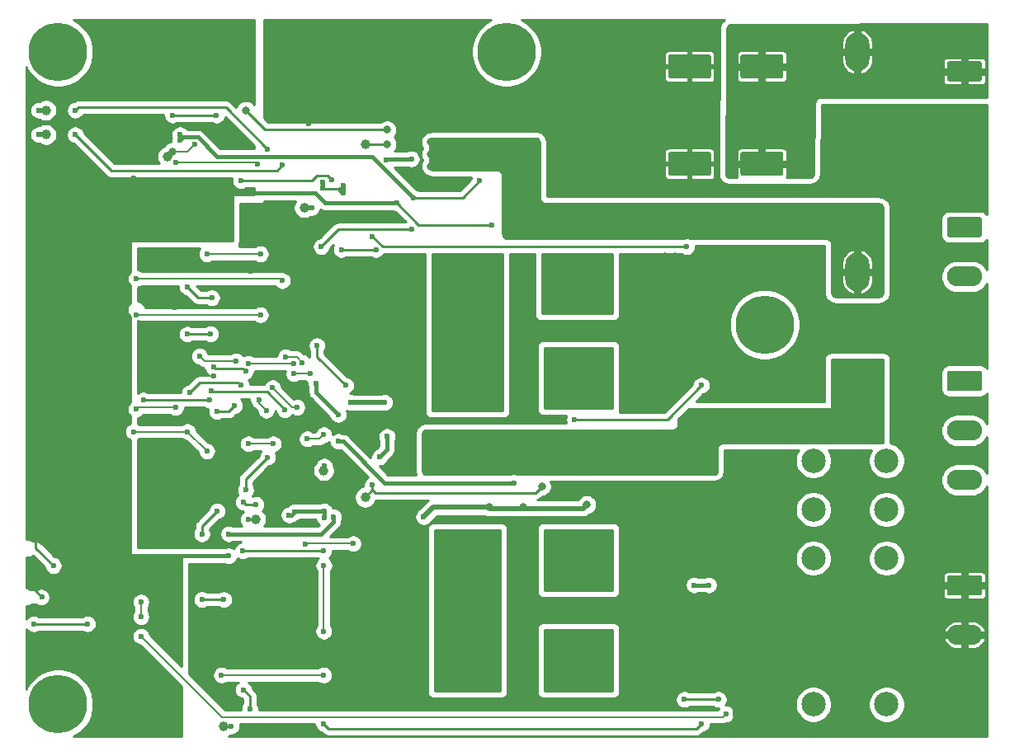
<source format=gbr>
%TF.GenerationSoftware,KiCad,Pcbnew,(5.1.10)-1*%
%TF.CreationDate,2022-11-30T22:02:34+08:00*%
%TF.ProjectId,motor_control,6d6f746f-725f-4636-9f6e-74726f6c2e6b,rev?*%
%TF.SameCoordinates,Original*%
%TF.FileFunction,Copper,L2,Bot*%
%TF.FilePolarity,Positive*%
%FSLAX46Y46*%
G04 Gerber Fmt 4.6, Leading zero omitted, Abs format (unit mm)*
G04 Created by KiCad (PCBNEW (5.1.10)-1) date 2022-11-30 22:02:34*
%MOMM*%
%LPD*%
G01*
G04 APERTURE LIST*
%TA.AperFunction,ComponentPad*%
%ADD10C,0.800000*%
%TD*%
%TA.AperFunction,ComponentPad*%
%ADD11C,6.000000*%
%TD*%
%TA.AperFunction,SMDPad,CuDef*%
%ADD12C,1.000000*%
%TD*%
%TA.AperFunction,ComponentPad*%
%ADD13O,3.600000X2.080000*%
%TD*%
%TA.AperFunction,ComponentPad*%
%ADD14C,2.500000*%
%TD*%
%TA.AperFunction,ComponentPad*%
%ADD15O,2.500000X4.000000*%
%TD*%
%TA.AperFunction,ViaPad*%
%ADD16C,0.800000*%
%TD*%
%TA.AperFunction,ViaPad*%
%ADD17C,0.600000*%
%TD*%
%TA.AperFunction,Conductor*%
%ADD18C,0.381000*%
%TD*%
%TA.AperFunction,Conductor*%
%ADD19C,0.254000*%
%TD*%
%TA.AperFunction,Conductor*%
%ADD20C,0.508000*%
%TD*%
%TA.AperFunction,Conductor*%
%ADD21C,0.203200*%
%TD*%
%TA.AperFunction,Conductor*%
%ADD22C,0.350000*%
%TD*%
%ADD23C,0.350000*%
%ADD24C,0.300000*%
G04 APERTURE END LIST*
D10*
%TO.P,SC4,1*%
%TO.N,Net-(SC4-Pad1)*%
X78556810Y44187500D03*
X78556810Y41812500D03*
X76500000Y40625000D03*
X74443190Y41812500D03*
X74443190Y44187500D03*
X76500000Y45375000D03*
D11*
X76500000Y43000000D03*
%TD*%
D10*
%TO.P,SC3,1*%
%TO.N,Net-(SC3-Pad1)*%
X52056810Y72187500D03*
X52056810Y69812500D03*
X50000000Y68625000D03*
X47943190Y69812500D03*
X47943190Y72187500D03*
X50000000Y73375000D03*
D11*
X50000000Y71000000D03*
%TD*%
D12*
%TO.P,TP13,1*%
%TO.N,/CurrentSensing/VMID*%
X15250000Y60250000D03*
%TD*%
%TO.P,TP12,1*%
%TO.N,GNDS*%
X20250000Y66500000D03*
%TD*%
%TO.P,TP11,1*%
%TO.N,/VISenseOut2*%
X2750000Y62500000D03*
%TD*%
%TO.P,TP10,1*%
%TO.N,/VISenseOut1*%
X2750000Y65000000D03*
%TD*%
%TO.P,TP9,1*%
%TO.N,/VIOut2*%
X35500000Y61500000D03*
%TD*%
%TO.P,TP8,1*%
%TO.N,/VIOut1*%
X35500000Y25250000D03*
%TD*%
%TO.P,TP7,1*%
%TO.N,GNDPWR*%
X24750000Y13250000D03*
%TD*%
%TO.P,TP6,1*%
%TO.N,GNDPWR*%
X34000000Y26750000D03*
%TD*%
%TO.P,TP5,1*%
%TO.N,/logic/H2INR*%
X29250000Y55000000D03*
%TD*%
%TO.P,TP4,1*%
%TO.N,/logic/H2INL*%
X31250000Y28000000D03*
%TD*%
%TO.P,TP3,1*%
%TO.N,/logic/H1INR*%
X24250000Y23000000D03*
%TD*%
%TO.P,TP2,1*%
%TO.N,/logic/H1INL*%
X21000000Y1750000D03*
%TD*%
D13*
%TO.P,J6,2*%
%TO.N,GNDPWR*%
X97000000Y11120000D03*
%TO.P,J6,1*%
%TA.AperFunction,ComponentPad*%
G36*
G01*
X95449600Y17240000D02*
X98550400Y17240000D01*
G75*
G02*
X98800000Y16990400I0J-249600D01*
G01*
X98800000Y15409600D01*
G75*
G02*
X98550400Y15160000I-249600J0D01*
G01*
X95449600Y15160000D01*
G75*
G02*
X95200000Y15409600I0J249600D01*
G01*
X95200000Y16990400D01*
G75*
G02*
X95449600Y17240000I249600J0D01*
G01*
G37*
%TD.AperFunction*%
%TD*%
%TO.P,J5,2*%
%TO.N,/MOT2_P*%
X97000000Y47920000D03*
%TO.P,J5,1*%
%TO.N,/MOT2_N*%
%TA.AperFunction,ComponentPad*%
G36*
G01*
X95449999Y54040000D02*
X98550001Y54040000D01*
G75*
G02*
X98800000Y53790001I0J-249999D01*
G01*
X98800000Y52209999D01*
G75*
G02*
X98550001Y51960000I-249999J0D01*
G01*
X95449999Y51960000D01*
G75*
G02*
X95200000Y52209999I0J249999D01*
G01*
X95200000Y53790001D01*
G75*
G02*
X95449999Y54040000I249999J0D01*
G01*
G37*
%TD.AperFunction*%
%TD*%
D10*
%TO.P,SC2,1*%
%TO.N,Net-(SC2-Pad1)*%
X6056810Y5187500D03*
X6056810Y2812500D03*
X4000000Y1625000D03*
X1943190Y2812500D03*
X1943190Y5187500D03*
X4000000Y6375000D03*
D11*
X4000000Y4000000D03*
%TD*%
D10*
%TO.P,SC1,1*%
%TO.N,Net-(SC1-Pad1)*%
X6056810Y72187500D03*
X6056810Y69812500D03*
X4000000Y68625000D03*
X1943190Y69812500D03*
X1943190Y72187500D03*
X4000000Y73375000D03*
D11*
X4000000Y71000000D03*
%TD*%
D14*
%TO.P,K1,5*%
%TO.N,/MOT1_CCW*%
X81500000Y29000000D03*
%TO.P,K1,6*%
%TO.N,/H1RO*%
X81500000Y24000000D03*
%TO.P,K1,7*%
%TO.N,/MOT1_CW*%
X81500000Y19000000D03*
%TO.P,K1,4*%
%TO.N,/MOT1_CCW*%
X89000000Y29000000D03*
%TO.P,K1,3*%
%TO.N,/H1RO*%
X89000000Y24000000D03*
%TO.P,K1,2*%
%TO.N,/MOT1_CW*%
X89000000Y19000000D03*
%TO.P,K1,8*%
%TO.N,Net-(D5-Pad2)*%
X81500000Y4000000D03*
%TO.P,K1,1*%
%TO.N,+12V*%
X89000000Y4000000D03*
%TD*%
D13*
%TO.P,J7,2*%
%TO.N,GNDPWR*%
X97000000Y63920000D03*
%TO.P,J7,1*%
%TO.N,+VDC*%
%TA.AperFunction,ComponentPad*%
G36*
G01*
X95449999Y70040000D02*
X98550001Y70040000D01*
G75*
G02*
X98800000Y69790001I0J-249999D01*
G01*
X98800000Y68209999D01*
G75*
G02*
X98550001Y67960000I-249999J0D01*
G01*
X95449999Y67960000D01*
G75*
G02*
X95200000Y68209999I0J249999D01*
G01*
X95200000Y69790001D01*
G75*
G02*
X95449999Y70040000I249999J0D01*
G01*
G37*
%TD.AperFunction*%
%TD*%
%TO.P,J4,3*%
%TO.N,/H1LO*%
X97000000Y27040000D03*
%TO.P,J4,2*%
%TO.N,/MOT1_CW*%
X97000000Y32120000D03*
%TO.P,J4,1*%
%TO.N,/MOT1_CCW*%
%TA.AperFunction,ComponentPad*%
G36*
G01*
X95449999Y38240000D02*
X98550001Y38240000D01*
G75*
G02*
X98800000Y37990001I0J-249999D01*
G01*
X98800000Y36409999D01*
G75*
G02*
X98550001Y36160000I-249999J0D01*
G01*
X95449999Y36160000D01*
G75*
G02*
X95200000Y36409999I0J249999D01*
G01*
X95200000Y37990001D01*
G75*
G02*
X95449999Y38240000I249999J0D01*
G01*
G37*
%TD.AperFunction*%
%TD*%
D15*
%TO.P,F1,2*%
%TO.N,/Fused*%
X86000000Y48400000D03*
%TO.P,F1,1*%
%TO.N,+VDC*%
X86000000Y71000000D03*
%TD*%
%TO.P,C15,2*%
%TO.N,GNDPWR*%
%TA.AperFunction,SMDPad,CuDef*%
G36*
G01*
X71000000Y60500000D02*
X71000000Y58500000D01*
G75*
G02*
X70750000Y58250000I-250000J0D01*
G01*
X66850000Y58250000D01*
G75*
G02*
X66600000Y58500000I0J250000D01*
G01*
X66600000Y60500000D01*
G75*
G02*
X66850000Y60750000I250000J0D01*
G01*
X70750000Y60750000D01*
G75*
G02*
X71000000Y60500000I0J-250000D01*
G01*
G37*
%TD.AperFunction*%
%TO.P,C15,1*%
%TO.N,+VDC*%
%TA.AperFunction,SMDPad,CuDef*%
G36*
G01*
X78400000Y60500000D02*
X78400000Y58500000D01*
G75*
G02*
X78150000Y58250000I-250000J0D01*
G01*
X74250000Y58250000D01*
G75*
G02*
X74000000Y58500000I0J250000D01*
G01*
X74000000Y60500000D01*
G75*
G02*
X74250000Y60750000I250000J0D01*
G01*
X78150000Y60750000D01*
G75*
G02*
X78400000Y60500000I0J-250000D01*
G01*
G37*
%TD.AperFunction*%
%TD*%
%TO.P,C13,2*%
%TO.N,GNDPWR*%
%TA.AperFunction,SMDPad,CuDef*%
G36*
G01*
X71000000Y70500000D02*
X71000000Y68500000D01*
G75*
G02*
X70750000Y68250000I-250000J0D01*
G01*
X66850000Y68250000D01*
G75*
G02*
X66600000Y68500000I0J250000D01*
G01*
X66600000Y70500000D01*
G75*
G02*
X66850000Y70750000I250000J0D01*
G01*
X70750000Y70750000D01*
G75*
G02*
X71000000Y70500000I0J-250000D01*
G01*
G37*
%TD.AperFunction*%
%TO.P,C13,1*%
%TO.N,+VDC*%
%TA.AperFunction,SMDPad,CuDef*%
G36*
G01*
X78400000Y70500000D02*
X78400000Y68500000D01*
G75*
G02*
X78150000Y68250000I-250000J0D01*
G01*
X74250000Y68250000D01*
G75*
G02*
X74000000Y68500000I0J250000D01*
G01*
X74000000Y70500000D01*
G75*
G02*
X74250000Y70750000I250000J0D01*
G01*
X78150000Y70750000D01*
G75*
G02*
X78400000Y70500000I0J-250000D01*
G01*
G37*
%TD.AperFunction*%
%TD*%
D16*
%TO.N,GNDS*%
X58250000Y24500000D03*
D17*
X20250000Y67250000D03*
X14500000Y61500000D03*
X2000000Y10000000D03*
X1250000Y10000000D03*
X5750000Y55000000D03*
X6500000Y55000000D03*
X38750000Y55500000D03*
X40250000Y60000000D03*
X48500000Y53250000D03*
X17520000Y52730000D03*
X13250000Y7750000D03*
X13250000Y15750000D03*
X7750000Y23500000D03*
X7750000Y29750000D03*
X7750000Y36000000D03*
X7750000Y42000000D03*
X7750000Y47750000D03*
X37646080Y59901647D03*
D16*
X48250000Y24250000D03*
X51750000Y24250000D03*
D17*
X11750000Y63000000D03*
X11750000Y58000000D03*
X11750000Y57250000D03*
X41500000Y23250000D03*
X32250000Y23250000D03*
X21500000Y21500000D03*
X21500000Y19250000D03*
X10750000Y69750000D03*
X10750000Y66750000D03*
X17500000Y57750000D03*
X20250000Y57750000D03*
%TO.N,+5VISO*%
X40490000Y55990000D03*
X47250000Y57750000D03*
X32750000Y31000000D03*
X32750000Y33750000D03*
X30470392Y36930977D03*
X40250000Y52750000D03*
X31000000Y51000000D03*
X50750000Y26750000D03*
X16500000Y62500000D03*
X16500000Y61930411D03*
D16*
%TO.N,GNDPWR*%
X64500000Y47000000D03*
X66500000Y47000000D03*
X63500000Y48000000D03*
X65500000Y48000000D03*
X65500000Y47000000D03*
X63500000Y47000000D03*
X67250000Y49000000D03*
X67250000Y50000000D03*
X64500000Y48000000D03*
X66250000Y49000000D03*
X66250000Y50000000D03*
X67500000Y48000000D03*
X68500000Y48000000D03*
X66500000Y48000000D03*
X65500000Y37250000D03*
X63500000Y37250000D03*
X67500000Y39250000D03*
X64500000Y37250000D03*
X68500000Y39250000D03*
X66500000Y37250000D03*
X63500000Y38250000D03*
X64500000Y38250000D03*
X65500000Y38250000D03*
X66500000Y39250000D03*
X66500000Y40250000D03*
X68500000Y38250000D03*
X66500000Y38250000D03*
X67500000Y38250000D03*
X67500000Y20500000D03*
X67500000Y21500000D03*
X68500000Y20500000D03*
X63500000Y18500000D03*
X64500000Y18500000D03*
X65500000Y18500000D03*
X66500000Y18500000D03*
D17*
X87750000Y7500000D03*
D16*
X63500000Y19500000D03*
X64500000Y19500000D03*
X65500000Y19500000D03*
X66500000Y19500000D03*
X66500000Y20500000D03*
X66500000Y21500000D03*
X67500000Y19500000D03*
X68500000Y19500000D03*
X63750000Y8750000D03*
X64750000Y8750000D03*
X65750000Y8750000D03*
X66750000Y8750000D03*
X67750000Y8500000D03*
X68750000Y8500000D03*
X66750000Y9750000D03*
X66750000Y10750000D03*
D17*
X16000000Y44750000D03*
X16000000Y28750000D03*
X28500000Y26500000D03*
X23750000Y48500000D03*
X28000000Y52500000D03*
X30000000Y52500000D03*
X16000000Y26500000D03*
X16250000Y49750000D03*
X16000000Y20500000D03*
X17250000Y39749998D03*
X20000000Y37750000D03*
X24250000Y13999984D03*
X26500000Y25750000D03*
X24250000Y11500000D03*
X33250000Y27250000D03*
X21739589Y4750000D03*
X73500000Y3000000D03*
X73500000Y2250010D03*
X31250000Y32750002D03*
X29094390Y40500000D03*
X24749996Y1250000D03*
X27500000Y3750000D03*
X27500000Y1750000D03*
X27500000Y4500000D03*
X28250006Y1750000D03*
X52000000Y63750000D03*
X55500000Y63750000D03*
X52000000Y66250000D03*
X54000000Y66250000D03*
X54000000Y63750000D03*
X55750000Y66250000D03*
X29600000Y67200000D03*
X29800000Y65900000D03*
X29800000Y64700000D03*
X29700000Y63655610D03*
X82000000Y7500000D03*
%TO.N,+12V*%
X28250000Y23750000D03*
X31325000Y23825000D03*
X31325000Y23175000D03*
X27700007Y23450001D03*
X33250000Y57250000D03*
X33250000Y56500010D03*
X31100000Y57650000D03*
X31100000Y57000000D03*
%TO.N,Net-(C5-Pad1)*%
X37750000Y31500000D03*
X37010003Y29409997D03*
%TO.N,Net-(C6-Pad1)*%
X34250000Y20500000D03*
X29342403Y20405610D03*
%TO.N,/VIOut1*%
X30563554Y40835011D03*
X32030575Y57900612D03*
X33500000Y36750000D03*
X36250000Y26500000D03*
D16*
X53625000Y26375000D03*
D17*
X22750000Y57750000D03*
D16*
%TO.N,/VIOut2*%
X37750000Y61500000D03*
%TO.N,+VDC*%
X73250000Y66000000D03*
X73250000Y64875000D03*
X73250000Y63750000D03*
D17*
%TO.N,+5V*%
X12730899Y35230899D03*
X19500000Y35250000D03*
%TO.N,Net-(C17-Pad1)*%
X15750000Y64500000D03*
X20250000Y64500000D03*
%TO.N,/H1/LL*%
X31250000Y2000000D03*
X70000000Y2000000D03*
%TO.N,/H2/LL*%
X70000000Y36750000D03*
X57000000Y33250000D03*
%TO.N,/H2/RL*%
X68500000Y51000000D03*
X36243758Y52061211D03*
D16*
%TO.N,/Fused*%
X42250000Y61750000D03*
X43500000Y61750000D03*
X45000000Y61750000D03*
X45000000Y60500000D03*
X45000000Y59250000D03*
X43500000Y59250000D03*
X42250000Y59250000D03*
X42250000Y60500000D03*
X43500000Y60500000D03*
D17*
X45000000Y30000000D03*
X46000000Y30000000D03*
X45000000Y29250000D03*
X46000000Y29250000D03*
X45000000Y28500000D03*
X46000000Y28500000D03*
X45000000Y27750000D03*
X46000000Y27750000D03*
X84000000Y39000000D03*
X85000000Y39000000D03*
X86000000Y39000000D03*
X87000000Y39000000D03*
X88000000Y39000000D03*
X88000000Y38000000D03*
X87000000Y38000000D03*
X86000000Y38000000D03*
X85000000Y38000000D03*
X84000000Y38000000D03*
X84000000Y37000000D03*
X85000000Y37000000D03*
X86000000Y37000000D03*
X87000000Y37000000D03*
X88000000Y37000000D03*
X83750000Y50500000D03*
X83750000Y49500000D03*
X83750000Y48500000D03*
X83750000Y47500000D03*
X83750000Y46500000D03*
X88250000Y46500000D03*
X88250000Y47500000D03*
X88250000Y48500000D03*
X88250000Y49500000D03*
X88250000Y50500000D03*
%TO.N,/VISenseOut2*%
X2000000Y62500000D03*
X5750000Y62500000D03*
X27030890Y59373906D03*
%TO.N,/VISenseOut1*%
X2000000Y65000000D03*
X5750000Y65000000D03*
X25499998Y60999998D03*
%TO.N,/RELIN6*%
X1500000Y12250000D03*
X7000000Y12250000D03*
%TO.N,/RELIN5*%
X2311212Y15006242D03*
X1094390Y17405610D03*
%TO.N,/RELIN3*%
X3500000Y18250000D03*
X1695150Y22945150D03*
%TO.N,/H1LO*%
X60000000Y8750000D03*
X54500000Y7750000D03*
X58900000Y9750000D03*
X55600000Y7750000D03*
X60000000Y6750000D03*
X58900000Y6750000D03*
X57800000Y9750000D03*
X60000000Y5750000D03*
X56700000Y10750000D03*
X60000000Y10750000D03*
X55600000Y8750000D03*
X55600000Y5750000D03*
X58900000Y5750000D03*
X56700000Y6750000D03*
X56700000Y7750000D03*
X54500000Y10750000D03*
X58900000Y7750000D03*
X57800000Y10750000D03*
X56700000Y9750000D03*
X54500000Y5750000D03*
X57800000Y8750000D03*
X60000000Y7750000D03*
X54500000Y6750000D03*
X57800000Y6750000D03*
X60000000Y9750000D03*
X56700000Y8750000D03*
X55600000Y6750000D03*
X54500000Y9750000D03*
X57800000Y7750000D03*
X54500000Y8750000D03*
X55600000Y9750000D03*
X55600000Y10750000D03*
X57800000Y5750000D03*
X56700000Y5750000D03*
X58900000Y8750000D03*
X58900000Y10750000D03*
%TO.N,/MOT2_N*%
X58900000Y48750000D03*
X60000000Y47750000D03*
X56700000Y49750000D03*
X56700000Y45750000D03*
X58900000Y47750000D03*
X58900000Y45750000D03*
X54500000Y46750000D03*
X57800000Y46750000D03*
X56700000Y46750000D03*
X60000000Y44750000D03*
X57800000Y47750000D03*
X56700000Y47750000D03*
X57800000Y48750000D03*
X54500000Y49750000D03*
X56700000Y48750000D03*
X58900000Y46750000D03*
X55600000Y45750000D03*
X57800000Y49750000D03*
X54500000Y44750000D03*
X60000000Y49750000D03*
X60000000Y46750000D03*
X54500000Y45750000D03*
X60000000Y45750000D03*
X57800000Y45750000D03*
X55600000Y46750000D03*
X55600000Y47750000D03*
X60000000Y48750000D03*
X54500000Y48750000D03*
X54500000Y47750000D03*
X55600000Y48750000D03*
X55600000Y49750000D03*
X57800000Y44750000D03*
X56700000Y44750000D03*
X55600000Y44750000D03*
X58900000Y49750000D03*
X58900000Y44750000D03*
%TO.N,/MOT2_P*%
X58900000Y39000000D03*
X60000000Y38000000D03*
X56700000Y40000000D03*
X56700000Y36000000D03*
X58900000Y38000000D03*
X58900000Y36000000D03*
X54500000Y37000000D03*
X57800000Y37000000D03*
X56700000Y37000000D03*
X60000000Y35000000D03*
X57800000Y38000000D03*
X56700000Y38000000D03*
X57800000Y39000000D03*
X54500000Y40000000D03*
X56700000Y39000000D03*
X58900000Y37000000D03*
X55600000Y36000000D03*
X57800000Y40000000D03*
X54500000Y35000000D03*
X60000000Y40000000D03*
X60000000Y37000000D03*
X54500000Y36000000D03*
X60000000Y36000000D03*
X57800000Y36000000D03*
X55600000Y37000000D03*
X55600000Y38000000D03*
X60000000Y39000000D03*
X54500000Y39000000D03*
X54500000Y38000000D03*
X55600000Y39000000D03*
X55600000Y40000000D03*
X57800000Y35000000D03*
X56700000Y35000000D03*
X55600000Y35000000D03*
X58900000Y40000000D03*
X58900000Y35000000D03*
X34006998Y35000000D03*
X37500000Y35000000D03*
%TO.N,/H1RO*%
X60000000Y19500000D03*
X54500000Y18500000D03*
X58900000Y20500000D03*
X55600000Y18500000D03*
X60000000Y17500000D03*
X58900000Y17500000D03*
X57800000Y20500000D03*
X60000000Y16500000D03*
X56700000Y21500000D03*
X60000000Y21500000D03*
X55600000Y19500000D03*
X55600000Y16500000D03*
X58900000Y16500000D03*
X56700000Y17500000D03*
X56700000Y18500000D03*
X54500000Y21500000D03*
X58900000Y18500000D03*
X57800000Y21500000D03*
X56700000Y20500000D03*
X54500000Y16500000D03*
X57800000Y19500000D03*
X60000000Y18500000D03*
X54500000Y17500000D03*
X57800000Y17500000D03*
X60000000Y20500000D03*
X56700000Y19500000D03*
X55600000Y17500000D03*
X54500000Y20500000D03*
X57800000Y18500000D03*
X54500000Y19500000D03*
X55600000Y20500000D03*
X55600000Y21500000D03*
X57800000Y16500000D03*
X56700000Y16500000D03*
X58900000Y19500000D03*
X58900000Y21500000D03*
%TO.N,/H1/VDD*%
X47650000Y20500000D03*
X48750000Y19500000D03*
X45450000Y21500000D03*
X45450000Y17500000D03*
X47650000Y19500000D03*
X47650000Y17500000D03*
X43250000Y18500000D03*
X46550000Y18500000D03*
X45450000Y18500000D03*
X48750000Y16500000D03*
X46550000Y19500000D03*
X45450000Y19500000D03*
X46550000Y20500000D03*
X43250000Y21500000D03*
X45450000Y20500000D03*
X47650000Y18500000D03*
X44350000Y17500000D03*
X46550000Y21500000D03*
X43250000Y16500000D03*
X48750000Y21500000D03*
X48750000Y18500000D03*
X43250000Y17500000D03*
X48750000Y17500000D03*
X46550000Y17500000D03*
X44350000Y18500000D03*
X44350000Y19500000D03*
X48750000Y20500000D03*
X43250000Y20500000D03*
X43250000Y19500000D03*
X44350000Y20500000D03*
X44350000Y21500000D03*
X46550000Y16500000D03*
X45450000Y16500000D03*
X44350000Y16500000D03*
X47650000Y21500000D03*
X47650000Y16500000D03*
X48750000Y8750000D03*
X43250000Y7750000D03*
X47650000Y9750000D03*
X44350000Y7750000D03*
X48750000Y6750000D03*
X47650000Y6750000D03*
X46550000Y9750000D03*
X48750000Y5750000D03*
X45450000Y10750000D03*
X48750000Y10750000D03*
X44350000Y8750000D03*
X44350000Y5750000D03*
X47650000Y5750000D03*
X45450000Y6750000D03*
X45450000Y7750000D03*
X43250000Y10750000D03*
X47650000Y7750000D03*
X46550000Y10750000D03*
X45450000Y9750000D03*
X43250000Y5750000D03*
X46550000Y8750000D03*
X48750000Y7750000D03*
X43250000Y6750000D03*
X46550000Y6750000D03*
X48750000Y9750000D03*
X45450000Y8750000D03*
X44350000Y6750000D03*
X43250000Y9750000D03*
X46550000Y7750000D03*
X43250000Y8750000D03*
X44350000Y9750000D03*
X44350000Y10750000D03*
X46550000Y5750000D03*
X45450000Y5750000D03*
X47650000Y8750000D03*
X47650000Y10750000D03*
%TO.N,/H2/VDD*%
X47650000Y39000000D03*
X48750000Y38000000D03*
X45450000Y40000000D03*
X45450000Y36000000D03*
X47650000Y38000000D03*
X47650000Y36000000D03*
X43250000Y37000000D03*
X46550000Y37000000D03*
X45450000Y37000000D03*
X48750000Y35000000D03*
X46550000Y38000000D03*
X45450000Y38000000D03*
X46550000Y39000000D03*
X43250000Y40000000D03*
X45450000Y39000000D03*
X47650000Y37000000D03*
X44350000Y36000000D03*
X46550000Y40000000D03*
X43250000Y35000000D03*
X48750000Y40000000D03*
X48750000Y37000000D03*
X43250000Y36000000D03*
X48750000Y36000000D03*
X46550000Y36000000D03*
X44350000Y37000000D03*
X44350000Y38000000D03*
X48750000Y39000000D03*
X43250000Y39000000D03*
X43250000Y38000000D03*
X44350000Y39000000D03*
X44350000Y40000000D03*
X46550000Y35000000D03*
X45450000Y35000000D03*
X44350000Y35000000D03*
X47650000Y40000000D03*
X47650000Y35000000D03*
X43250000Y49750000D03*
X46550000Y49750000D03*
X45450000Y49750000D03*
X44350000Y49750000D03*
X47650000Y49750000D03*
X48750000Y48750000D03*
X43250000Y48750000D03*
X46550000Y48750000D03*
X45450000Y48750000D03*
X44350000Y48750000D03*
X47650000Y48750000D03*
X48750000Y47750000D03*
X43250000Y47750000D03*
X46550000Y47750000D03*
X45450000Y47750000D03*
X44350000Y47750000D03*
X47650000Y47750000D03*
X48750000Y46750000D03*
X43250000Y46750000D03*
X46550000Y46750000D03*
X45450000Y46750000D03*
X44350000Y46750000D03*
X47650000Y46750000D03*
X48750000Y45750000D03*
X43250000Y45750000D03*
X46550000Y45750000D03*
X45450000Y45750000D03*
X44350000Y45750000D03*
X47650000Y45750000D03*
X47650000Y44750000D03*
X46550000Y44750000D03*
X45450000Y44750000D03*
X44350000Y44750000D03*
X43250000Y44750000D03*
X48750000Y44750000D03*
X48750000Y49750000D03*
%TO.N,/H1SELR*%
X19750000Y45750004D03*
X23225835Y38218059D03*
X19919186Y38619790D03*
X17250000Y46869790D03*
%TO.N,/DIRREL1*%
X12500000Y14500000D03*
X12500000Y13000000D03*
X12500000Y11000000D03*
X72500000Y3000000D03*
%TO.N,/H2SELL*%
X27250000Y34250000D03*
X17250000Y42000000D03*
X19630210Y42035541D03*
X19736399Y36188789D03*
%TO.N,/H2SELR*%
X17500000Y36000000D03*
X22755610Y36750000D03*
%TO.N,/H1SELL*%
X19250000Y50250000D03*
X24750000Y50250000D03*
%TO.N,/BRAKE*%
X16035500Y34464500D03*
X24750000Y44000000D03*
X12011789Y34299471D03*
X12011789Y44011791D03*
%TO.N,/SPWM2_OUT*%
X31250000Y7000000D03*
X31250000Y11500000D03*
X31264360Y18247382D03*
X28187311Y37936450D03*
X29879533Y37935165D03*
X20750000Y6999986D03*
%TO.N,/SPWM1_OUT*%
X21000000Y14750000D03*
X18750000Y14750000D03*
X20320626Y23846035D03*
X18750000Y21500000D03*
%TO.N,Net-(R20-Pad2)*%
X24311211Y24506242D03*
X23000000Y24750006D03*
%TO.N,Net-(R21-Pad2)*%
X26070000Y30750000D03*
X23500000Y30750000D03*
%TO.N,/logic/H1INL*%
X21750000Y1750000D03*
%TO.N,/logic/H2INL*%
X31300000Y28450000D03*
%TO.N,/logic/H1INR*%
X23250000Y26000000D03*
X25500000Y29369790D03*
X25350976Y34191169D03*
X24576581Y35240724D03*
X23500000Y23000000D03*
%TO.N,/logic/H2INR*%
X30000000Y55000000D03*
%TO.N,/CurrentSensing/VMID*%
X18000000Y61498602D03*
D16*
X15750000Y60750000D03*
D17*
%TO.N,Net-(R45-Pad1)*%
X16105849Y59679434D03*
X24411727Y59438037D03*
%TO.N,Net-(D7-Pad1)*%
X68250000Y4500000D03*
X71750000Y4500000D03*
%TO.N,Net-(D9-Pad1)*%
X69250000Y16250000D03*
X70750000Y16250000D03*
%TO.N,Net-(D12-Pad1)*%
X33047543Y50702457D03*
X36599997Y50700003D03*
%TO.N,/SDX*%
X17250000Y32000000D03*
X11750000Y32000000D03*
X12011789Y47724333D03*
X23000000Y5500000D03*
X23655610Y3540800D03*
X27000000Y47500000D03*
X19249990Y30000000D03*
X31250000Y19750000D03*
X22935811Y19751124D03*
%TO.N,Net-(R30-Pad2)*%
X22250000Y39250000D03*
X18500000Y39750000D03*
%TO.N,Net-(R31-Pad2)*%
X27340000Y39660000D03*
X29554589Y31250000D03*
X31250000Y31671387D03*
X29043580Y39107412D03*
%TO.N,Net-(U15-Pad8)*%
X26000000Y36500000D03*
X28500000Y34500002D03*
%TO.N,Net-(U15-Pad6)*%
X23500000Y39000000D03*
X28171387Y39000000D03*
%TO.N,Net-(U15-Pad3)*%
X20302529Y34060068D03*
X22094390Y34649996D03*
D16*
%TO.N,Net-(R23-Pad1)*%
X23250000Y65000000D03*
X37750000Y63000000D03*
%TD*%
D18*
%TO.N,GNDS*%
X20250000Y67250000D02*
X20250000Y66500000D01*
X37744433Y60000000D02*
X37646080Y59901647D01*
X40250000Y60000000D02*
X37744433Y60000000D01*
D19*
X41000000Y53250000D02*
X38750000Y55500000D01*
X48500000Y53250000D02*
X41000000Y53250000D01*
D18*
X38750000Y55500000D02*
X31385728Y55500000D01*
X30385728Y56500000D02*
X24000000Y56500000D01*
X31385728Y55500000D02*
X30385728Y56500000D01*
D20*
X58250000Y24500000D02*
X57850001Y24100001D01*
X57850001Y24100001D02*
X51850001Y24100001D01*
X51850001Y24100001D02*
X49899999Y24100001D01*
X49899999Y24100001D02*
X48399999Y24100001D01*
X48399999Y24100001D02*
X48250000Y24250000D01*
X51850001Y24100001D02*
X51750000Y24200002D01*
X51750000Y24200002D02*
X51750000Y24250000D01*
X48250000Y24250000D02*
X42500000Y24250000D01*
X42500000Y24250000D02*
X41500000Y23250000D01*
D18*
X21500000Y19250000D02*
X16000000Y19250000D01*
X31000000Y21500000D02*
X32250000Y22750000D01*
X21500000Y21500000D02*
X31000000Y21500000D01*
X32250000Y23250000D02*
X32250000Y22750000D01*
D19*
%TO.N,+5VISO*%
X45490000Y55990000D02*
X47250000Y57750000D01*
X40490000Y55990000D02*
X45490000Y55990000D01*
D18*
X30470392Y36029608D02*
X30470392Y36930977D01*
X32750000Y33750000D02*
X30470392Y36029608D01*
D19*
X32750000Y52750000D02*
X31000000Y51000000D01*
X40250000Y52750000D02*
X32750000Y52750000D01*
D18*
X32750000Y31000000D02*
X33250000Y31000000D01*
X33250000Y31000000D02*
X37500000Y26750000D01*
X37500000Y26750000D02*
X50750000Y26750000D01*
X16500000Y62500000D02*
X16500000Y61930411D01*
X40490000Y55990000D02*
X36230000Y60250000D01*
X36230000Y60250000D02*
X20312874Y60250000D01*
X20312874Y60250000D02*
X18332464Y62230410D01*
X18332464Y62230410D02*
X16799999Y62230410D01*
X16799999Y62230410D02*
X16500000Y61930411D01*
D19*
%TO.N,GNDPWR*%
X24250000Y13750000D02*
X24750000Y13250000D01*
X24250000Y13999984D02*
X24250000Y13750000D01*
X33500000Y27250000D02*
X34000000Y26750000D01*
X33250000Y27250000D02*
X33500000Y27250000D01*
D21*
X20000000Y37750000D02*
X19650000Y37750000D01*
X19650000Y37750000D02*
X19500000Y37750000D01*
X19500000Y37750000D02*
X19400000Y37850000D01*
D18*
%TO.N,+12V*%
X28325000Y23825000D02*
X28250000Y23750000D01*
X31325000Y23825000D02*
X28325000Y23825000D01*
X31325000Y23175000D02*
X31325000Y23825000D01*
X28250000Y23750000D02*
X27950001Y23450001D01*
X27950001Y23450001D02*
X27700007Y23450001D01*
D19*
X32950001Y56950001D02*
X31149999Y56950001D01*
X33250000Y57250000D02*
X32950001Y56950001D01*
X31149999Y56950001D02*
X31100000Y57000000D01*
D18*
X32950001Y56800009D02*
X32950001Y56950001D01*
X33250000Y56500010D02*
X32950001Y56800009D01*
X31100000Y57650000D02*
X31100000Y57000000D01*
X33250000Y57250000D02*
X33250000Y56500010D01*
%TO.N,Net-(C5-Pad1)*%
X37750000Y30149994D02*
X37010003Y29409997D01*
X37750000Y31500000D02*
X37750000Y30149994D01*
D21*
%TO.N,Net-(C6-Pad1)*%
X29436793Y20500000D02*
X29342403Y20405610D01*
X34250000Y20500000D02*
X29436793Y20500000D01*
D19*
%TO.N,/VIOut1*%
X33500000Y36750000D02*
X30563554Y39686446D01*
X30563554Y39686446D02*
X30563554Y40835011D01*
X52975001Y25725001D02*
X53625000Y26375000D01*
X31625586Y58305601D02*
X32030575Y57900612D01*
X30000000Y57750000D02*
X30555601Y58305601D01*
X22750000Y57750000D02*
X30000000Y57750000D01*
X30555601Y58305601D02*
X31625586Y58305601D01*
X36250000Y26000000D02*
X35500000Y25250000D01*
X36250000Y26500000D02*
X36250000Y26000000D01*
X36524999Y25725001D02*
X37475001Y25725001D01*
X36250000Y26000000D02*
X36524999Y25725001D01*
X37475001Y25725001D02*
X52975001Y25725001D01*
%TO.N,/VIOut2*%
X35500000Y61500000D02*
X37750000Y61500000D01*
%TO.N,+5V*%
X12750000Y35250000D02*
X12730899Y35230899D01*
X19500000Y35250000D02*
X12750000Y35250000D01*
%TO.N,Net-(C17-Pad1)*%
X15750000Y64500000D02*
X20250000Y64500000D01*
%TO.N,/H1/LL*%
X69500000Y1500000D02*
X70000000Y2000000D01*
X31750000Y1500000D02*
X69500000Y1500000D01*
X31250000Y2000000D02*
X31750000Y1500000D01*
%TO.N,/H2/LL*%
X66500000Y33250000D02*
X57000000Y33250000D01*
X70000000Y36750000D02*
X66500000Y33250000D01*
%TO.N,/H2/RL*%
X37304969Y51000000D02*
X36243758Y52061211D01*
X68500000Y51000000D02*
X37304969Y51000000D01*
%TO.N,/VISenseOut2*%
X5750000Y62500000D02*
X9467565Y58782435D01*
X9467565Y58782435D02*
X26439419Y58782435D01*
X26439419Y58782435D02*
X27030890Y59373906D01*
D20*
X2000000Y62500000D02*
X2750000Y62500000D01*
D19*
%TO.N,/VISenseOut1*%
X21199997Y65299999D02*
X25499998Y60999998D01*
X5750000Y65000000D02*
X6049999Y65299999D01*
X6049999Y65299999D02*
X21199997Y65299999D01*
D20*
X2590000Y65000000D02*
X2670000Y65080000D01*
X2000000Y65000000D02*
X2590000Y65000000D01*
D19*
%TO.N,/RELIN6*%
X1500000Y12250000D02*
X7000000Y12250000D01*
%TO.N,/RELIN5*%
X2311212Y15006242D02*
X1094390Y16223064D01*
X1094390Y16223064D02*
X1094390Y17405610D01*
%TO.N,/RELIN3*%
X1695150Y20054850D02*
X1695150Y22945150D01*
X3500000Y18250000D02*
X1695150Y20054850D01*
D20*
%TO.N,/MOT2_P*%
X34006998Y35000000D02*
X37500000Y35000000D01*
D19*
%TO.N,/H1SELR*%
X19750000Y45750004D02*
X18369786Y45750004D01*
X18369786Y45750004D02*
X17250000Y46869790D01*
X23225835Y38218059D02*
X22925836Y38518058D01*
X22925836Y38518058D02*
X20020918Y38518058D01*
X20020918Y38518058D02*
X19919186Y38619790D01*
D21*
%TO.N,/DIRREL1*%
X12500000Y14500000D02*
X12500000Y13000000D01*
X12500000Y11000000D02*
X20799999Y2700001D01*
X20799999Y2700001D02*
X72200001Y2700001D01*
X72200001Y2700001D02*
X72500000Y3000000D01*
D19*
%TO.N,/H2SELL*%
X19594669Y42000000D02*
X19630210Y42035541D01*
X17250000Y42000000D02*
X19594669Y42000000D01*
X19848989Y36076199D02*
X19736399Y36188789D01*
X25423801Y36076199D02*
X19848989Y36076199D01*
X27250000Y34250000D02*
X25423801Y36076199D01*
%TO.N,/H2SELR*%
X17500000Y36000000D02*
X18549999Y37049999D01*
X22455611Y37049999D02*
X22755610Y36750000D01*
X18549999Y37049999D02*
X22455611Y37049999D01*
D21*
%TO.N,/H1SELL*%
X19250000Y50250000D02*
X24750000Y50250000D01*
%TO.N,/BRAKE*%
X12176818Y34464500D02*
X12011789Y34299471D01*
X16035500Y34464500D02*
X12176818Y34464500D01*
X24750000Y44000000D02*
X12023580Y44000000D01*
X12023580Y44000000D02*
X12011789Y44011791D01*
%TO.N,/SPWM2_OUT*%
X31250000Y11500000D02*
X31250000Y18233022D01*
X31250000Y18233022D02*
X31264360Y18247382D01*
X29878248Y37936450D02*
X29879533Y37935165D01*
X28187311Y37936450D02*
X29878248Y37936450D01*
X31250000Y7000000D02*
X20750014Y7000000D01*
X20750014Y7000000D02*
X20750000Y6999986D01*
D19*
%TO.N,/SPWM1_OUT*%
X21000000Y14750000D02*
X18750000Y14750000D01*
X18750000Y22275409D02*
X18750000Y21500000D01*
X20320626Y23846035D02*
X18750000Y22275409D01*
%TO.N,Net-(R20-Pad2)*%
X24311211Y24506242D02*
X23243764Y24506242D01*
X23243764Y24506242D02*
X23000000Y24750006D01*
D21*
%TO.N,Net-(R21-Pad2)*%
X26070000Y30750000D02*
X23500000Y30750000D01*
D19*
%TO.N,/logic/H1INL*%
X21000000Y1750000D02*
X21750000Y1750000D01*
%TO.N,/logic/H1INR*%
X23250000Y27119790D02*
X25500000Y29369790D01*
X23250000Y26000000D02*
X23250000Y27119790D01*
D21*
X24576581Y34965564D02*
X24576581Y35240724D01*
X25350976Y34191169D02*
X24576581Y34965564D01*
D19*
X24250000Y23000000D02*
X23500000Y23000000D01*
D20*
%TO.N,/logic/H2INR*%
X30000000Y55000000D02*
X29250000Y55000000D01*
D21*
%TO.N,/CurrentSensing/VMID*%
X17251398Y60750000D02*
X15750000Y60750000D01*
X18000000Y61498602D02*
X17251398Y60750000D01*
X15250000Y60250000D02*
X15750000Y60750000D01*
%TO.N,Net-(R45-Pad1)*%
X16105849Y59679434D02*
X24170330Y59679434D01*
X24170330Y59679434D02*
X24411727Y59438037D01*
D19*
%TO.N,Net-(D7-Pad1)*%
X68250000Y4500000D02*
X71750000Y4500000D01*
D18*
%TO.N,Net-(D9-Pad1)*%
X69250000Y16250000D02*
X70750000Y16250000D01*
D19*
%TO.N,Net-(D12-Pad1)*%
X36597543Y50702457D02*
X36599997Y50700003D01*
X33047543Y50702457D02*
X36597543Y50702457D01*
D21*
%TO.N,/SDX*%
X17250000Y32000000D02*
X19250000Y30000000D01*
X17250000Y32000000D02*
X11750000Y32000000D01*
D19*
X23000000Y5500000D02*
X23655610Y4844390D01*
X23655610Y4844390D02*
X23655610Y3540800D01*
D21*
X26775667Y47724333D02*
X27000000Y47500000D01*
X12011789Y47724333D02*
X26775667Y47724333D01*
D19*
X31250000Y19750000D02*
X22936935Y19750000D01*
X22936935Y19750000D02*
X22935811Y19751124D01*
D21*
%TO.N,Net-(R30-Pad2)*%
X22250000Y39250000D02*
X19000000Y39250000D01*
X19000000Y39250000D02*
X18500000Y39750000D01*
%TO.N,Net-(R31-Pad2)*%
X30828613Y31250000D02*
X31250000Y31671387D01*
X29554589Y31250000D02*
X30828613Y31250000D01*
X28490992Y39660000D02*
X29043580Y39107412D01*
X27340000Y39660000D02*
X28490992Y39660000D01*
%TO.N,Net-(U15-Pad8)*%
X26000000Y36500000D02*
X27999998Y34500002D01*
X27999998Y34500002D02*
X28500000Y34500002D01*
%TO.N,Net-(U15-Pad6)*%
X23500000Y39000000D02*
X28171387Y39000000D01*
D19*
%TO.N,Net-(U15-Pad3)*%
X20302529Y34060068D02*
X21504462Y34060068D01*
X21504462Y34060068D02*
X22094390Y34649996D01*
%TO.N,Net-(R23-Pad1)*%
X25250000Y63000000D02*
X37750000Y63000000D01*
X23250000Y65000000D02*
X25250000Y63000000D01*
%TD*%
%TO.N,+VDC*%
X99290000Y66377000D02*
X82242267Y66377000D01*
X82222596Y66375467D01*
X82069571Y66351475D01*
X82045471Y66345227D01*
X82032115Y66339434D01*
X81893775Y66269759D01*
X81872744Y66256435D01*
X81861802Y66246833D01*
X81751425Y66138163D01*
X81735481Y66119041D01*
X81728003Y66106551D01*
X81656180Y65969314D01*
X81646854Y65946231D01*
X81643557Y65932050D01*
X81617183Y65779417D01*
X81615343Y65759772D01*
X81502245Y58504074D01*
X81480948Y58380821D01*
X81427590Y58278868D01*
X81345590Y58198136D01*
X81242818Y58146375D01*
X81119244Y58127000D01*
X78760832Y58127000D01*
X78775487Y58175311D01*
X78782843Y58250000D01*
X78781000Y59150750D01*
X78685750Y59246000D01*
X76454000Y59246000D01*
X76454000Y59226000D01*
X75946000Y59226000D01*
X75946000Y59246000D01*
X73714250Y59246000D01*
X73619000Y59150750D01*
X73617157Y58250000D01*
X73624513Y58175311D01*
X73639168Y58127000D01*
X72890799Y58127000D01*
X72785721Y58140902D01*
X72695670Y58178404D01*
X72618462Y58238040D01*
X72559423Y58315696D01*
X72522608Y58406038D01*
X72509509Y58511223D01*
X72526630Y60750000D01*
X73617157Y60750000D01*
X73619000Y59849250D01*
X73714250Y59754000D01*
X75946000Y59754000D01*
X75946000Y61035750D01*
X76454000Y61035750D01*
X76454000Y59754000D01*
X78685750Y59754000D01*
X78781000Y59849250D01*
X78782843Y60750000D01*
X78775487Y60824689D01*
X78753701Y60896508D01*
X78718322Y60962696D01*
X78670711Y61020711D01*
X78612696Y61068322D01*
X78546508Y61103701D01*
X78474689Y61125487D01*
X78400000Y61132843D01*
X76549250Y61131000D01*
X76454000Y61035750D01*
X75946000Y61035750D01*
X75850750Y61131000D01*
X74000000Y61132843D01*
X73925311Y61125487D01*
X73853492Y61103701D01*
X73787304Y61068322D01*
X73729289Y61020711D01*
X73681678Y60962696D01*
X73646299Y60896508D01*
X73624513Y60824689D01*
X73617157Y60750000D01*
X72526630Y60750000D01*
X72583986Y68250000D01*
X73617157Y68250000D01*
X73624513Y68175311D01*
X73646299Y68103492D01*
X73681678Y68037304D01*
X73729289Y67979289D01*
X73787304Y67931678D01*
X73853492Y67896299D01*
X73925311Y67874513D01*
X74000000Y67867157D01*
X75850750Y67869000D01*
X75946000Y67964250D01*
X75946000Y69246000D01*
X76454000Y69246000D01*
X76454000Y67964250D01*
X76549250Y67869000D01*
X78400000Y67867157D01*
X78474689Y67874513D01*
X78546508Y67896299D01*
X78612696Y67931678D01*
X78647206Y67960000D01*
X94817157Y67960000D01*
X94824513Y67885311D01*
X94846299Y67813492D01*
X94881678Y67747304D01*
X94929289Y67689289D01*
X94987304Y67641678D01*
X95053492Y67606299D01*
X95125311Y67584513D01*
X95200000Y67577157D01*
X96650750Y67579000D01*
X96746000Y67674250D01*
X96746000Y68746000D01*
X97254000Y68746000D01*
X97254000Y67674250D01*
X97349250Y67579000D01*
X98800000Y67577157D01*
X98874689Y67584513D01*
X98946508Y67606299D01*
X99012696Y67641678D01*
X99070711Y67689289D01*
X99118322Y67747304D01*
X99153701Y67813492D01*
X99175487Y67885311D01*
X99182843Y67960000D01*
X99181000Y68650750D01*
X99085750Y68746000D01*
X97254000Y68746000D01*
X96746000Y68746000D01*
X94914250Y68746000D01*
X94819000Y68650750D01*
X94817157Y67960000D01*
X78647206Y67960000D01*
X78670711Y67979289D01*
X78718322Y68037304D01*
X78753701Y68103492D01*
X78775487Y68175311D01*
X78782843Y68250000D01*
X78781000Y69150750D01*
X78685750Y69246000D01*
X76454000Y69246000D01*
X75946000Y69246000D01*
X73714250Y69246000D01*
X73619000Y69150750D01*
X73617157Y68250000D01*
X72583986Y68250000D01*
X72603105Y70750000D01*
X73617157Y70750000D01*
X73619000Y69849250D01*
X73714250Y69754000D01*
X75946000Y69754000D01*
X75946000Y71035750D01*
X76454000Y71035750D01*
X76454000Y69754000D01*
X78685750Y69754000D01*
X78781000Y69849250D01*
X78782834Y70746000D01*
X84369000Y70746000D01*
X84369000Y69996000D01*
X84449892Y69682688D01*
X84590354Y69391178D01*
X84784988Y69132672D01*
X85026314Y68917104D01*
X85305058Y68752759D01*
X85497095Y68698469D01*
X85746000Y68735400D01*
X85746000Y70746000D01*
X86254000Y70746000D01*
X86254000Y68735400D01*
X86502905Y68698469D01*
X86694942Y68752759D01*
X86973686Y68917104D01*
X87215012Y69132672D01*
X87409646Y69391178D01*
X87550108Y69682688D01*
X87631000Y69996000D01*
X87631000Y70040000D01*
X94817157Y70040000D01*
X94819000Y69349250D01*
X94914250Y69254000D01*
X96746000Y69254000D01*
X96746000Y70325750D01*
X97254000Y70325750D01*
X97254000Y69254000D01*
X99085750Y69254000D01*
X99181000Y69349250D01*
X99182843Y70040000D01*
X99175487Y70114689D01*
X99153701Y70186508D01*
X99118322Y70252696D01*
X99070711Y70310711D01*
X99012696Y70358322D01*
X98946508Y70393701D01*
X98874689Y70415487D01*
X98800000Y70422843D01*
X97349250Y70421000D01*
X97254000Y70325750D01*
X96746000Y70325750D01*
X96650750Y70421000D01*
X95200000Y70422843D01*
X95125311Y70415487D01*
X95053492Y70393701D01*
X94987304Y70358322D01*
X94929289Y70310711D01*
X94881678Y70252696D01*
X94846299Y70186508D01*
X94824513Y70114689D01*
X94817157Y70040000D01*
X87631000Y70040000D01*
X87631000Y70746000D01*
X86254000Y70746000D01*
X85746000Y70746000D01*
X84369000Y70746000D01*
X78782834Y70746000D01*
X78782843Y70750000D01*
X78775487Y70824689D01*
X78753701Y70896508D01*
X78718322Y70962696D01*
X78670711Y71020711D01*
X78612696Y71068322D01*
X78546508Y71103701D01*
X78474689Y71125487D01*
X78400000Y71132843D01*
X76549250Y71131000D01*
X76454000Y71035750D01*
X75946000Y71035750D01*
X75850750Y71131000D01*
X74000000Y71132843D01*
X73925311Y71125487D01*
X73853492Y71103701D01*
X73787304Y71068322D01*
X73729289Y71020711D01*
X73681678Y70962696D01*
X73646299Y70896508D01*
X73624513Y70824689D01*
X73617157Y70750000D01*
X72603105Y70750000D01*
X72612695Y72004000D01*
X84369000Y72004000D01*
X84369000Y71254000D01*
X85746000Y71254000D01*
X85746000Y73264600D01*
X86254000Y73264600D01*
X86254000Y71254000D01*
X87631000Y71254000D01*
X87631000Y72004000D01*
X87550108Y72317312D01*
X87409646Y72608822D01*
X87215012Y72867328D01*
X86973686Y73082896D01*
X86694942Y73247241D01*
X86502905Y73301531D01*
X86254000Y73264600D01*
X85746000Y73264600D01*
X85497095Y73301531D01*
X85305058Y73247241D01*
X85026314Y73082896D01*
X84784988Y72867328D01*
X84590354Y72608822D01*
X84449892Y72317312D01*
X84369000Y72004000D01*
X72612695Y72004000D01*
X72623156Y73371841D01*
X72637506Y73475525D01*
X72674784Y73564365D01*
X72733630Y73640648D01*
X72810090Y73699253D01*
X72899046Y73736255D01*
X73002767Y73750284D01*
X99290000Y73869771D01*
X99290000Y66377000D01*
%TA.AperFunction,Conductor*%
D22*
G36*
X99290000Y66377000D02*
G01*
X82242267Y66377000D01*
X82222596Y66375467D01*
X82069571Y66351475D01*
X82045471Y66345227D01*
X82032115Y66339434D01*
X81893775Y66269759D01*
X81872744Y66256435D01*
X81861802Y66246833D01*
X81751425Y66138163D01*
X81735481Y66119041D01*
X81728003Y66106551D01*
X81656180Y65969314D01*
X81646854Y65946231D01*
X81643557Y65932050D01*
X81617183Y65779417D01*
X81615343Y65759772D01*
X81502245Y58504074D01*
X81480948Y58380821D01*
X81427590Y58278868D01*
X81345590Y58198136D01*
X81242818Y58146375D01*
X81119244Y58127000D01*
X78760832Y58127000D01*
X78775487Y58175311D01*
X78782843Y58250000D01*
X78781000Y59150750D01*
X78685750Y59246000D01*
X76454000Y59246000D01*
X76454000Y59226000D01*
X75946000Y59226000D01*
X75946000Y59246000D01*
X73714250Y59246000D01*
X73619000Y59150750D01*
X73617157Y58250000D01*
X73624513Y58175311D01*
X73639168Y58127000D01*
X72890799Y58127000D01*
X72785721Y58140902D01*
X72695670Y58178404D01*
X72618462Y58238040D01*
X72559423Y58315696D01*
X72522608Y58406038D01*
X72509509Y58511223D01*
X72526630Y60750000D01*
X73617157Y60750000D01*
X73619000Y59849250D01*
X73714250Y59754000D01*
X75946000Y59754000D01*
X75946000Y61035750D01*
X76454000Y61035750D01*
X76454000Y59754000D01*
X78685750Y59754000D01*
X78781000Y59849250D01*
X78782843Y60750000D01*
X78775487Y60824689D01*
X78753701Y60896508D01*
X78718322Y60962696D01*
X78670711Y61020711D01*
X78612696Y61068322D01*
X78546508Y61103701D01*
X78474689Y61125487D01*
X78400000Y61132843D01*
X76549250Y61131000D01*
X76454000Y61035750D01*
X75946000Y61035750D01*
X75850750Y61131000D01*
X74000000Y61132843D01*
X73925311Y61125487D01*
X73853492Y61103701D01*
X73787304Y61068322D01*
X73729289Y61020711D01*
X73681678Y60962696D01*
X73646299Y60896508D01*
X73624513Y60824689D01*
X73617157Y60750000D01*
X72526630Y60750000D01*
X72583986Y68250000D01*
X73617157Y68250000D01*
X73624513Y68175311D01*
X73646299Y68103492D01*
X73681678Y68037304D01*
X73729289Y67979289D01*
X73787304Y67931678D01*
X73853492Y67896299D01*
X73925311Y67874513D01*
X74000000Y67867157D01*
X75850750Y67869000D01*
X75946000Y67964250D01*
X75946000Y69246000D01*
X76454000Y69246000D01*
X76454000Y67964250D01*
X76549250Y67869000D01*
X78400000Y67867157D01*
X78474689Y67874513D01*
X78546508Y67896299D01*
X78612696Y67931678D01*
X78647206Y67960000D01*
X94817157Y67960000D01*
X94824513Y67885311D01*
X94846299Y67813492D01*
X94881678Y67747304D01*
X94929289Y67689289D01*
X94987304Y67641678D01*
X95053492Y67606299D01*
X95125311Y67584513D01*
X95200000Y67577157D01*
X96650750Y67579000D01*
X96746000Y67674250D01*
X96746000Y68746000D01*
X97254000Y68746000D01*
X97254000Y67674250D01*
X97349250Y67579000D01*
X98800000Y67577157D01*
X98874689Y67584513D01*
X98946508Y67606299D01*
X99012696Y67641678D01*
X99070711Y67689289D01*
X99118322Y67747304D01*
X99153701Y67813492D01*
X99175487Y67885311D01*
X99182843Y67960000D01*
X99181000Y68650750D01*
X99085750Y68746000D01*
X97254000Y68746000D01*
X96746000Y68746000D01*
X94914250Y68746000D01*
X94819000Y68650750D01*
X94817157Y67960000D01*
X78647206Y67960000D01*
X78670711Y67979289D01*
X78718322Y68037304D01*
X78753701Y68103492D01*
X78775487Y68175311D01*
X78782843Y68250000D01*
X78781000Y69150750D01*
X78685750Y69246000D01*
X76454000Y69246000D01*
X75946000Y69246000D01*
X73714250Y69246000D01*
X73619000Y69150750D01*
X73617157Y68250000D01*
X72583986Y68250000D01*
X72603105Y70750000D01*
X73617157Y70750000D01*
X73619000Y69849250D01*
X73714250Y69754000D01*
X75946000Y69754000D01*
X75946000Y71035750D01*
X76454000Y71035750D01*
X76454000Y69754000D01*
X78685750Y69754000D01*
X78781000Y69849250D01*
X78782834Y70746000D01*
X84369000Y70746000D01*
X84369000Y69996000D01*
X84449892Y69682688D01*
X84590354Y69391178D01*
X84784988Y69132672D01*
X85026314Y68917104D01*
X85305058Y68752759D01*
X85497095Y68698469D01*
X85746000Y68735400D01*
X85746000Y70746000D01*
X86254000Y70746000D01*
X86254000Y68735400D01*
X86502905Y68698469D01*
X86694942Y68752759D01*
X86973686Y68917104D01*
X87215012Y69132672D01*
X87409646Y69391178D01*
X87550108Y69682688D01*
X87631000Y69996000D01*
X87631000Y70040000D01*
X94817157Y70040000D01*
X94819000Y69349250D01*
X94914250Y69254000D01*
X96746000Y69254000D01*
X96746000Y70325750D01*
X97254000Y70325750D01*
X97254000Y69254000D01*
X99085750Y69254000D01*
X99181000Y69349250D01*
X99182843Y70040000D01*
X99175487Y70114689D01*
X99153701Y70186508D01*
X99118322Y70252696D01*
X99070711Y70310711D01*
X99012696Y70358322D01*
X98946508Y70393701D01*
X98874689Y70415487D01*
X98800000Y70422843D01*
X97349250Y70421000D01*
X97254000Y70325750D01*
X96746000Y70325750D01*
X96650750Y70421000D01*
X95200000Y70422843D01*
X95125311Y70415487D01*
X95053492Y70393701D01*
X94987304Y70358322D01*
X94929289Y70310711D01*
X94881678Y70252696D01*
X94846299Y70186508D01*
X94824513Y70114689D01*
X94817157Y70040000D01*
X87631000Y70040000D01*
X87631000Y70746000D01*
X86254000Y70746000D01*
X85746000Y70746000D01*
X84369000Y70746000D01*
X78782834Y70746000D01*
X78782843Y70750000D01*
X78775487Y70824689D01*
X78753701Y70896508D01*
X78718322Y70962696D01*
X78670711Y71020711D01*
X78612696Y71068322D01*
X78546508Y71103701D01*
X78474689Y71125487D01*
X78400000Y71132843D01*
X76549250Y71131000D01*
X76454000Y71035750D01*
X75946000Y71035750D01*
X75850750Y71131000D01*
X74000000Y71132843D01*
X73925311Y71125487D01*
X73853492Y71103701D01*
X73787304Y71068322D01*
X73729289Y71020711D01*
X73681678Y70962696D01*
X73646299Y70896508D01*
X73624513Y70824689D01*
X73617157Y70750000D01*
X72603105Y70750000D01*
X72612695Y72004000D01*
X84369000Y72004000D01*
X84369000Y71254000D01*
X85746000Y71254000D01*
X85746000Y73264600D01*
X86254000Y73264600D01*
X86254000Y71254000D01*
X87631000Y71254000D01*
X87631000Y72004000D01*
X87550108Y72317312D01*
X87409646Y72608822D01*
X87215012Y72867328D01*
X86973686Y73082896D01*
X86694942Y73247241D01*
X86502905Y73301531D01*
X86254000Y73264600D01*
X85746000Y73264600D01*
X85497095Y73301531D01*
X85305058Y73247241D01*
X85026314Y73082896D01*
X84784988Y72867328D01*
X84590354Y72608822D01*
X84449892Y72317312D01*
X84369000Y72004000D01*
X72612695Y72004000D01*
X72623156Y73371841D01*
X72637506Y73475525D01*
X72674784Y73564365D01*
X72733630Y73640648D01*
X72810090Y73699253D01*
X72899046Y73736255D01*
X73002767Y73750284D01*
X99290000Y73869771D01*
X99290000Y66377000D01*
G37*
%TD.AperFunction*%
%TD*%
D19*
%TO.N,/Fused*%
X53096257Y62109231D02*
X53185955Y62072077D01*
X53262976Y62012976D01*
X53322077Y61935955D01*
X53359231Y61846257D01*
X53373000Y61741672D01*
X53373000Y56000000D01*
X53374086Y55983423D01*
X53391123Y55854013D01*
X53399704Y55821989D01*
X53449654Y55701399D01*
X53466232Y55672687D01*
X53545692Y55569134D01*
X53569134Y55545692D01*
X53672687Y55466232D01*
X53701399Y55449654D01*
X53821989Y55399704D01*
X53854013Y55391123D01*
X53983423Y55374086D01*
X54000000Y55373000D01*
X88241672Y55373000D01*
X88346257Y55359231D01*
X88435955Y55322077D01*
X88512976Y55262976D01*
X88572077Y55185955D01*
X88609231Y55096257D01*
X88623000Y54991672D01*
X88623000Y46258328D01*
X88609231Y46153743D01*
X88572077Y46064045D01*
X88512976Y45987024D01*
X88435955Y45927923D01*
X88346257Y45890769D01*
X88241672Y45877000D01*
X83758328Y45877000D01*
X83653743Y45890769D01*
X83564045Y45927923D01*
X83487024Y45987024D01*
X83427923Y46064045D01*
X83390769Y46153743D01*
X83377000Y46258328D01*
X83377000Y48146000D01*
X84369000Y48146000D01*
X84369000Y47396000D01*
X84449892Y47082688D01*
X84590354Y46791178D01*
X84784988Y46532672D01*
X85026314Y46317104D01*
X85305058Y46152759D01*
X85497095Y46098469D01*
X85746000Y46135400D01*
X85746000Y48146000D01*
X86254000Y48146000D01*
X86254000Y46135400D01*
X86502905Y46098469D01*
X86694942Y46152759D01*
X86973686Y46317104D01*
X87215012Y46532672D01*
X87409646Y46791178D01*
X87550108Y47082688D01*
X87631000Y47396000D01*
X87631000Y48146000D01*
X86254000Y48146000D01*
X85746000Y48146000D01*
X84369000Y48146000D01*
X83377000Y48146000D01*
X83377000Y49404000D01*
X84369000Y49404000D01*
X84369000Y48654000D01*
X85746000Y48654000D01*
X85746000Y50664600D01*
X86254000Y50664600D01*
X86254000Y48654000D01*
X87631000Y48654000D01*
X87631000Y49404000D01*
X87550108Y49717312D01*
X87409646Y50008822D01*
X87215012Y50267328D01*
X86973686Y50482896D01*
X86694942Y50647241D01*
X86502905Y50701531D01*
X86254000Y50664600D01*
X85746000Y50664600D01*
X85497095Y50701531D01*
X85305058Y50647241D01*
X85026314Y50482896D01*
X84784988Y50267328D01*
X84590354Y50008822D01*
X84449892Y49717312D01*
X84369000Y49404000D01*
X83377000Y49404000D01*
X83377000Y51250000D01*
X83375914Y51266577D01*
X83358877Y51395987D01*
X83350296Y51428011D01*
X83300346Y51548601D01*
X83283768Y51577313D01*
X83204308Y51680866D01*
X83180866Y51704308D01*
X83077313Y51783768D01*
X83048601Y51800346D01*
X82928011Y51850296D01*
X82895987Y51858877D01*
X82766577Y51875914D01*
X82750000Y51877000D01*
X68826006Y51877000D01*
X68772729Y51899068D01*
X68592089Y51935000D01*
X68407911Y51935000D01*
X68227271Y51899068D01*
X68173994Y51877000D01*
X50008328Y51877000D01*
X49903743Y51890769D01*
X49814045Y51927923D01*
X49737024Y51987024D01*
X49677923Y52064045D01*
X49640769Y52153743D01*
X49627000Y52258328D01*
X49627000Y58250000D01*
X49625914Y58266577D01*
X49608877Y58395987D01*
X49600296Y58428011D01*
X49550346Y58548601D01*
X49533768Y58577313D01*
X49454308Y58680866D01*
X49430866Y58704308D01*
X49327313Y58783768D01*
X49298601Y58800346D01*
X49178011Y58850296D01*
X49145987Y58858877D01*
X49016577Y58875914D01*
X49000000Y58877000D01*
X42508328Y58877000D01*
X42403743Y58890769D01*
X42314045Y58927923D01*
X42237024Y58987024D01*
X42177923Y59064045D01*
X42140769Y59153743D01*
X42127000Y59258328D01*
X42127000Y61741672D01*
X42140769Y61846257D01*
X42177923Y61935955D01*
X42237024Y62012976D01*
X42314045Y62072077D01*
X42403743Y62109231D01*
X42508328Y62123000D01*
X52991672Y62123000D01*
X53096257Y62109231D01*
%TA.AperFunction,Conductor*%
D22*
G36*
X53096257Y62109231D02*
G01*
X53185955Y62072077D01*
X53262976Y62012976D01*
X53322077Y61935955D01*
X53359231Y61846257D01*
X53373000Y61741672D01*
X53373000Y56000000D01*
X53374086Y55983423D01*
X53391123Y55854013D01*
X53399704Y55821989D01*
X53449654Y55701399D01*
X53466232Y55672687D01*
X53545692Y55569134D01*
X53569134Y55545692D01*
X53672687Y55466232D01*
X53701399Y55449654D01*
X53821989Y55399704D01*
X53854013Y55391123D01*
X53983423Y55374086D01*
X54000000Y55373000D01*
X88241672Y55373000D01*
X88346257Y55359231D01*
X88435955Y55322077D01*
X88512976Y55262976D01*
X88572077Y55185955D01*
X88609231Y55096257D01*
X88623000Y54991672D01*
X88623000Y46258328D01*
X88609231Y46153743D01*
X88572077Y46064045D01*
X88512976Y45987024D01*
X88435955Y45927923D01*
X88346257Y45890769D01*
X88241672Y45877000D01*
X83758328Y45877000D01*
X83653743Y45890769D01*
X83564045Y45927923D01*
X83487024Y45987024D01*
X83427923Y46064045D01*
X83390769Y46153743D01*
X83377000Y46258328D01*
X83377000Y48146000D01*
X84369000Y48146000D01*
X84369000Y47396000D01*
X84449892Y47082688D01*
X84590354Y46791178D01*
X84784988Y46532672D01*
X85026314Y46317104D01*
X85305058Y46152759D01*
X85497095Y46098469D01*
X85746000Y46135400D01*
X85746000Y48146000D01*
X86254000Y48146000D01*
X86254000Y46135400D01*
X86502905Y46098469D01*
X86694942Y46152759D01*
X86973686Y46317104D01*
X87215012Y46532672D01*
X87409646Y46791178D01*
X87550108Y47082688D01*
X87631000Y47396000D01*
X87631000Y48146000D01*
X86254000Y48146000D01*
X85746000Y48146000D01*
X84369000Y48146000D01*
X83377000Y48146000D01*
X83377000Y49404000D01*
X84369000Y49404000D01*
X84369000Y48654000D01*
X85746000Y48654000D01*
X85746000Y50664600D01*
X86254000Y50664600D01*
X86254000Y48654000D01*
X87631000Y48654000D01*
X87631000Y49404000D01*
X87550108Y49717312D01*
X87409646Y50008822D01*
X87215012Y50267328D01*
X86973686Y50482896D01*
X86694942Y50647241D01*
X86502905Y50701531D01*
X86254000Y50664600D01*
X85746000Y50664600D01*
X85497095Y50701531D01*
X85305058Y50647241D01*
X85026314Y50482896D01*
X84784988Y50267328D01*
X84590354Y50008822D01*
X84449892Y49717312D01*
X84369000Y49404000D01*
X83377000Y49404000D01*
X83377000Y51250000D01*
X83375914Y51266577D01*
X83358877Y51395987D01*
X83350296Y51428011D01*
X83300346Y51548601D01*
X83283768Y51577313D01*
X83204308Y51680866D01*
X83180866Y51704308D01*
X83077313Y51783768D01*
X83048601Y51800346D01*
X82928011Y51850296D01*
X82895987Y51858877D01*
X82766577Y51875914D01*
X82750000Y51877000D01*
X68826006Y51877000D01*
X68772729Y51899068D01*
X68592089Y51935000D01*
X68407911Y51935000D01*
X68227271Y51899068D01*
X68173994Y51877000D01*
X50008328Y51877000D01*
X49903743Y51890769D01*
X49814045Y51927923D01*
X49737024Y51987024D01*
X49677923Y52064045D01*
X49640769Y52153743D01*
X49627000Y52258328D01*
X49627000Y58250000D01*
X49625914Y58266577D01*
X49608877Y58395987D01*
X49600296Y58428011D01*
X49550346Y58548601D01*
X49533768Y58577313D01*
X49454308Y58680866D01*
X49430866Y58704308D01*
X49327313Y58783768D01*
X49298601Y58800346D01*
X49178011Y58850296D01*
X49145987Y58858877D01*
X49016577Y58875914D01*
X49000000Y58877000D01*
X42508328Y58877000D01*
X42403743Y58890769D01*
X42314045Y58927923D01*
X42237024Y58987024D01*
X42177923Y59064045D01*
X42140769Y59153743D01*
X42127000Y59258328D01*
X42127000Y61741672D01*
X42140769Y61846257D01*
X42177923Y61935955D01*
X42237024Y62012976D01*
X42314045Y62072077D01*
X42403743Y62109231D01*
X42508328Y62123000D01*
X52991672Y62123000D01*
X53096257Y62109231D01*
G37*
%TD.AperFunction*%
%TD*%
D19*
%TO.N,/Fused*%
X88096257Y34359231D02*
X88185955Y34322077D01*
X88262976Y34262976D01*
X88322077Y34185955D01*
X88359231Y34096257D01*
X88373000Y33991672D01*
X88373000Y31258328D01*
X88359231Y31153743D01*
X88322077Y31064045D01*
X88262976Y30987024D01*
X88185955Y30927923D01*
X88096257Y30890769D01*
X87991672Y30877000D01*
X81725875Y30877000D01*
X81685656Y30885000D01*
X81314344Y30885000D01*
X81274125Y30877000D01*
X72250000Y30877000D01*
X72233423Y30875914D01*
X72104013Y30858877D01*
X72071989Y30850296D01*
X71951399Y30800346D01*
X71922687Y30783768D01*
X71819134Y30704308D01*
X71795692Y30680866D01*
X71716232Y30577313D01*
X71699654Y30548601D01*
X71649704Y30428011D01*
X71641123Y30395987D01*
X71624086Y30266577D01*
X71623000Y30250000D01*
X71623000Y28008328D01*
X71609231Y27903743D01*
X71572077Y27814045D01*
X71512976Y27737024D01*
X71435955Y27677923D01*
X71346257Y27640769D01*
X71241672Y27627000D01*
X51076006Y27627000D01*
X51022729Y27649068D01*
X50842089Y27685000D01*
X50657911Y27685000D01*
X50477271Y27649068D01*
X50423994Y27627000D01*
X41758328Y27627000D01*
X41653743Y27640769D01*
X41564045Y27677923D01*
X41487024Y27737024D01*
X41427923Y27814045D01*
X41390769Y27903743D01*
X41377000Y28008328D01*
X41377000Y31741672D01*
X41390769Y31846257D01*
X41427923Y31935955D01*
X41487024Y32012976D01*
X41564045Y32072077D01*
X41653743Y32109231D01*
X41758328Y32123000D01*
X67000000Y32123000D01*
X67016577Y32124086D01*
X67145987Y32141123D01*
X67178011Y32149704D01*
X67298601Y32199654D01*
X67327313Y32216232D01*
X67430866Y32295692D01*
X67454308Y32319134D01*
X67533768Y32422687D01*
X67550346Y32451399D01*
X67600296Y32571989D01*
X67608877Y32604013D01*
X67625914Y32733423D01*
X67627000Y32750000D01*
X67627000Y33299370D01*
X68700630Y34373000D01*
X87991672Y34373000D01*
X88096257Y34359231D01*
%TA.AperFunction,Conductor*%
D22*
G36*
X88096257Y34359231D02*
G01*
X88185955Y34322077D01*
X88262976Y34262976D01*
X88322077Y34185955D01*
X88359231Y34096257D01*
X88373000Y33991672D01*
X88373000Y31258328D01*
X88359231Y31153743D01*
X88322077Y31064045D01*
X88262976Y30987024D01*
X88185955Y30927923D01*
X88096257Y30890769D01*
X87991672Y30877000D01*
X81725875Y30877000D01*
X81685656Y30885000D01*
X81314344Y30885000D01*
X81274125Y30877000D01*
X72250000Y30877000D01*
X72233423Y30875914D01*
X72104013Y30858877D01*
X72071989Y30850296D01*
X71951399Y30800346D01*
X71922687Y30783768D01*
X71819134Y30704308D01*
X71795692Y30680866D01*
X71716232Y30577313D01*
X71699654Y30548601D01*
X71649704Y30428011D01*
X71641123Y30395987D01*
X71624086Y30266577D01*
X71623000Y30250000D01*
X71623000Y28008328D01*
X71609231Y27903743D01*
X71572077Y27814045D01*
X71512976Y27737024D01*
X71435955Y27677923D01*
X71346257Y27640769D01*
X71241672Y27627000D01*
X51076006Y27627000D01*
X51022729Y27649068D01*
X50842089Y27685000D01*
X50657911Y27685000D01*
X50477271Y27649068D01*
X50423994Y27627000D01*
X41758328Y27627000D01*
X41653743Y27640769D01*
X41564045Y27677923D01*
X41487024Y27737024D01*
X41427923Y27814045D01*
X41390769Y27903743D01*
X41377000Y28008328D01*
X41377000Y31741672D01*
X41390769Y31846257D01*
X41427923Y31935955D01*
X41487024Y32012976D01*
X41564045Y32072077D01*
X41653743Y32109231D01*
X41758328Y32123000D01*
X67000000Y32123000D01*
X67016577Y32124086D01*
X67145987Y32141123D01*
X67178011Y32149704D01*
X67298601Y32199654D01*
X67327313Y32216232D01*
X67430866Y32295692D01*
X67454308Y32319134D01*
X67533768Y32422687D01*
X67550346Y32451399D01*
X67600296Y32571989D01*
X67608877Y32604013D01*
X67625914Y32733423D01*
X67627000Y32750000D01*
X67627000Y33299370D01*
X68700630Y34373000D01*
X87991672Y34373000D01*
X88096257Y34359231D01*
G37*
%TD.AperFunction*%
%TD*%
D19*
%TO.N,/H2/VDD*%
X49623000Y34127000D02*
X42377000Y34127000D01*
X42377000Y50238000D01*
X49623000Y50238000D01*
X49623000Y34127000D01*
%TA.AperFunction,Conductor*%
D22*
G36*
X49623000Y34127000D02*
G01*
X42377000Y34127000D01*
X42377000Y50238000D01*
X49623000Y50238000D01*
X49623000Y34127000D01*
G37*
%TD.AperFunction*%
%TD*%
D19*
%TO.N,/MOT2_N*%
X60873000Y44127000D02*
X53627000Y44127000D01*
X53627000Y50238000D01*
X60873000Y50238000D01*
X60873000Y44127000D01*
%TA.AperFunction,Conductor*%
D22*
G36*
X60873000Y44127000D02*
G01*
X53627000Y44127000D01*
X53627000Y50238000D01*
X60873000Y50238000D01*
X60873000Y44127000D01*
G37*
%TD.AperFunction*%
%TD*%
D19*
%TO.N,/MOT2_P*%
X60873000Y34377000D02*
X53877000Y34377000D01*
X53877000Y40623000D01*
X60873000Y40623000D01*
X60873000Y34377000D01*
%TA.AperFunction,Conductor*%
D22*
G36*
X60873000Y34377000D02*
G01*
X53877000Y34377000D01*
X53877000Y40623000D01*
X60873000Y40623000D01*
X60873000Y34377000D01*
G37*
%TD.AperFunction*%
%TD*%
D19*
%TO.N,/H1/VDD*%
X49373000Y5377000D02*
X42627000Y5377000D01*
X42627000Y21873000D01*
X49373000Y21873000D01*
X49373000Y5377000D01*
%TA.AperFunction,Conductor*%
D22*
G36*
X49373000Y5377000D02*
G01*
X42627000Y5377000D01*
X42627000Y21873000D01*
X49373000Y21873000D01*
X49373000Y5377000D01*
G37*
%TD.AperFunction*%
%TD*%
D19*
%TO.N,/H1RO*%
X60873000Y15679268D02*
X53877000Y15679268D01*
X53877000Y21925268D01*
X60873000Y21925268D01*
X60873000Y15679268D01*
%TA.AperFunction,Conductor*%
D22*
G36*
X60873000Y15679268D02*
G01*
X53877000Y15679268D01*
X53877000Y21925268D01*
X60873000Y21925268D01*
X60873000Y15679268D01*
G37*
%TD.AperFunction*%
%TD*%
D19*
%TO.N,/H1LO*%
X60873000Y5377000D02*
X53877000Y5377000D01*
X53877000Y11623000D01*
X60873000Y11623000D01*
X60873000Y5377000D01*
%TA.AperFunction,Conductor*%
D22*
G36*
X60873000Y5377000D02*
G01*
X53877000Y5377000D01*
X53877000Y11623000D01*
X60873000Y11623000D01*
X60873000Y5377000D01*
G37*
%TD.AperFunction*%
%TD*%
D19*
%TO.N,GNDS*%
X24123000Y65556414D02*
X24053937Y65659774D01*
X23909774Y65803937D01*
X23740256Y65917205D01*
X23551898Y65995226D01*
X23351939Y66035000D01*
X23148061Y66035000D01*
X22948102Y65995226D01*
X22759744Y65917205D01*
X22590226Y65803937D01*
X22446063Y65659774D01*
X22332795Y65490256D01*
X22260911Y65316715D01*
X21765281Y65812345D01*
X21741419Y65841421D01*
X21625389Y65936644D01*
X21493012Y66007401D01*
X21349375Y66050973D01*
X21237423Y66061999D01*
X21237420Y66061999D01*
X21199997Y66065685D01*
X21162574Y66061999D01*
X6087422Y66061999D01*
X6049999Y66065685D01*
X6012576Y66061999D01*
X6012573Y66061999D01*
X5900621Y66050973D01*
X5756984Y66007401D01*
X5624607Y65936644D01*
X5611308Y65925730D01*
X5477271Y65899068D01*
X5307111Y65828586D01*
X5153972Y65726262D01*
X5023738Y65596028D01*
X4921414Y65442889D01*
X4850932Y65272729D01*
X4815000Y65092089D01*
X4815000Y64907911D01*
X4850932Y64727271D01*
X4921414Y64557111D01*
X5023738Y64403972D01*
X5153972Y64273738D01*
X5307111Y64171414D01*
X5477271Y64100932D01*
X5657911Y64065000D01*
X5842089Y64065000D01*
X6022729Y64100932D01*
X6192889Y64171414D01*
X6346028Y64273738D01*
X6476262Y64403972D01*
X6565816Y64537999D01*
X14815000Y64537999D01*
X14815000Y64407911D01*
X14850932Y64227271D01*
X14921414Y64057111D01*
X15023738Y63903972D01*
X15153972Y63773738D01*
X15307111Y63671414D01*
X15477271Y63600932D01*
X15657911Y63565000D01*
X15842089Y63565000D01*
X16022729Y63600932D01*
X16192889Y63671414D01*
X16292542Y63738000D01*
X19707458Y63738000D01*
X19807111Y63671414D01*
X19977271Y63600932D01*
X20157911Y63565000D01*
X20342089Y63565000D01*
X20522729Y63600932D01*
X20692889Y63671414D01*
X20846028Y63773738D01*
X20976262Y63903972D01*
X21078586Y64057111D01*
X21149068Y64227271D01*
X21156704Y64265662D01*
X24123000Y61299366D01*
X24123000Y61075500D01*
X20654808Y61075500D01*
X18944862Y62785444D01*
X18919005Y62816951D01*
X18793306Y62920109D01*
X18649898Y62996763D01*
X18494290Y63043966D01*
X18373017Y63055910D01*
X18373014Y63055910D01*
X18332464Y63059904D01*
X18291914Y63055910D01*
X17253068Y63055910D01*
X17226262Y63096028D01*
X17096028Y63226262D01*
X16942889Y63328586D01*
X16772729Y63399068D01*
X16592089Y63435000D01*
X16407911Y63435000D01*
X16227271Y63399068D01*
X16057111Y63328586D01*
X15903972Y63226262D01*
X15773738Y63096028D01*
X15671414Y62942889D01*
X15600932Y62772729D01*
X15565000Y62592089D01*
X15565000Y62407911D01*
X15600932Y62227271D01*
X15605930Y62215205D01*
X15600932Y62203140D01*
X15565000Y62022500D01*
X15565000Y61838322D01*
X15578364Y61771137D01*
X15448102Y61745226D01*
X15259744Y61667205D01*
X15090226Y61553937D01*
X14946063Y61409774D01*
X14893260Y61330749D01*
X14712376Y61255824D01*
X14526480Y61131612D01*
X14368388Y60973520D01*
X14244176Y60787624D01*
X14158617Y60581067D01*
X14115000Y60361788D01*
X14115000Y60138212D01*
X14158617Y59918933D01*
X14244176Y59712376D01*
X14356391Y59544435D01*
X9783196Y59544435D01*
X6672450Y62655180D01*
X6649068Y62772729D01*
X6578586Y62942889D01*
X6476262Y63096028D01*
X6346028Y63226262D01*
X6192889Y63328586D01*
X6022729Y63399068D01*
X5842089Y63435000D01*
X5657911Y63435000D01*
X5477271Y63399068D01*
X5307111Y63328586D01*
X5153972Y63226262D01*
X5023738Y63096028D01*
X4921414Y62942889D01*
X4850932Y62772729D01*
X4815000Y62592089D01*
X4815000Y62407911D01*
X4850932Y62227271D01*
X4921414Y62057111D01*
X5023738Y61903972D01*
X5153972Y61773738D01*
X5307111Y61671414D01*
X5477271Y61600932D01*
X5594820Y61577550D01*
X8902286Y58270083D01*
X8926143Y58241013D01*
X8955213Y58217156D01*
X9042172Y58145790D01*
X9112929Y58107970D01*
X9174550Y58075033D01*
X9318187Y58031461D01*
X9430139Y58020435D01*
X9430142Y58020435D01*
X9467565Y58016749D01*
X9504988Y58020435D01*
X21850476Y58020435D01*
X21815000Y57842089D01*
X21815000Y57657911D01*
X21850932Y57477271D01*
X21921414Y57307111D01*
X22023738Y57153972D01*
X22153972Y57023738D01*
X22307111Y56921414D01*
X22477271Y56850932D01*
X22657911Y56815000D01*
X22842089Y56815000D01*
X23022729Y56850932D01*
X23192889Y56921414D01*
X23292542Y56988000D01*
X24123000Y56988000D01*
X24123000Y56377000D01*
X22000000Y56377000D01*
X21975224Y56374560D01*
X21951399Y56367333D01*
X21929443Y56355597D01*
X21910197Y56339803D01*
X21894403Y56320557D01*
X21882667Y56298601D01*
X21875440Y56274776D01*
X21873000Y56250000D01*
X21873000Y51627000D01*
X11500000Y51627000D01*
X11475224Y51624560D01*
X11451399Y51617333D01*
X11429443Y51605597D01*
X11410197Y51589803D01*
X11394403Y51570557D01*
X11382667Y51548601D01*
X11375440Y51524776D01*
X11373000Y51500000D01*
X11373000Y48407834D01*
X11285527Y48320361D01*
X11183203Y48167222D01*
X11112721Y47997062D01*
X11076789Y47816422D01*
X11076789Y47632244D01*
X11112721Y47451604D01*
X11183203Y47281444D01*
X11285527Y47128305D01*
X11373000Y47040832D01*
X11373000Y45211607D01*
X11285527Y45124134D01*
X11183203Y44970995D01*
X11112721Y44800835D01*
X11076789Y44620195D01*
X11076789Y44436017D01*
X11112721Y44255377D01*
X11183203Y44085217D01*
X11285527Y43932078D01*
X11373000Y43844605D01*
X11373000Y34982972D01*
X11285527Y34895499D01*
X11183203Y34742360D01*
X11112721Y34572200D01*
X11076789Y34391560D01*
X11076789Y34207382D01*
X11112721Y34026742D01*
X11183203Y33856582D01*
X11285527Y33703443D01*
X11373000Y33615970D01*
X11373000Y32855878D01*
X11307111Y32828586D01*
X11153972Y32726262D01*
X11023738Y32596028D01*
X10921414Y32442889D01*
X10850932Y32272729D01*
X10815000Y32092089D01*
X10815000Y31907911D01*
X10850932Y31727271D01*
X10921414Y31557111D01*
X11023738Y31403972D01*
X11153972Y31273738D01*
X11307111Y31171414D01*
X11373000Y31144122D01*
X11373000Y19500000D01*
X11375440Y19475224D01*
X11382667Y19451399D01*
X11394403Y19429443D01*
X11410197Y19410197D01*
X11429443Y19394403D01*
X11451399Y19382667D01*
X11475224Y19375440D01*
X11500000Y19373000D01*
X16623000Y19373000D01*
X16623000Y7918709D01*
X13431370Y11110339D01*
X13399068Y11272729D01*
X13328586Y11442889D01*
X13226262Y11596028D01*
X13096028Y11726262D01*
X12942889Y11828586D01*
X12772729Y11899068D01*
X12592089Y11935000D01*
X12407911Y11935000D01*
X12227271Y11899068D01*
X12057111Y11828586D01*
X11903972Y11726262D01*
X11773738Y11596028D01*
X11671414Y11442889D01*
X11600932Y11272729D01*
X11565000Y11092089D01*
X11565000Y10907911D01*
X11600932Y10727271D01*
X11671414Y10557111D01*
X11773738Y10403972D01*
X11903972Y10273738D01*
X12057111Y10171414D01*
X12227271Y10100932D01*
X12389661Y10068630D01*
X16623000Y5835290D01*
X16623000Y710000D01*
X5555950Y710000D01*
X5721818Y778705D01*
X6317177Y1176511D01*
X6823489Y1682823D01*
X7221295Y2278182D01*
X7495309Y2939710D01*
X7635000Y3641984D01*
X7635000Y4358016D01*
X7495309Y5060290D01*
X7221295Y5721818D01*
X6823489Y6317177D01*
X6317177Y6823489D01*
X5721818Y7221295D01*
X5060290Y7495309D01*
X4358016Y7635000D01*
X3641984Y7635000D01*
X2939710Y7495309D01*
X2278182Y7221295D01*
X1682823Y6823489D01*
X1176511Y6317177D01*
X778705Y5721818D01*
X710000Y5555950D01*
X710000Y11749363D01*
X773738Y11653972D01*
X903972Y11523738D01*
X1057111Y11421414D01*
X1227271Y11350932D01*
X1407911Y11315000D01*
X1592089Y11315000D01*
X1772729Y11350932D01*
X1942889Y11421414D01*
X2042542Y11488000D01*
X6457458Y11488000D01*
X6557111Y11421414D01*
X6727271Y11350932D01*
X6907911Y11315000D01*
X7092089Y11315000D01*
X7272729Y11350932D01*
X7442889Y11421414D01*
X7596028Y11523738D01*
X7726262Y11653972D01*
X7828586Y11807111D01*
X7899068Y11977271D01*
X7935000Y12157911D01*
X7935000Y12342089D01*
X7899068Y12522729D01*
X7828586Y12692889D01*
X7726262Y12846028D01*
X7596028Y12976262D01*
X7442889Y13078586D01*
X7272729Y13149068D01*
X7092089Y13185000D01*
X6907911Y13185000D01*
X6727271Y13149068D01*
X6557111Y13078586D01*
X6457458Y13012000D01*
X2042542Y13012000D01*
X1942889Y13078586D01*
X1772729Y13149068D01*
X1592089Y13185000D01*
X1407911Y13185000D01*
X1227271Y13149068D01*
X1057111Y13078586D01*
X903972Y12976262D01*
X773738Y12846028D01*
X710000Y12750637D01*
X710000Y14065000D01*
X842089Y14065000D01*
X1022729Y14100932D01*
X1192889Y14171414D01*
X1292542Y14238000D01*
X1707458Y14238000D01*
X1807111Y14171414D01*
X1977271Y14100932D01*
X2157911Y14065000D01*
X2342089Y14065000D01*
X2522729Y14100932D01*
X2692889Y14171414D01*
X2846028Y14273738D01*
X2976262Y14403972D01*
X3078586Y14557111D01*
X3093074Y14592089D01*
X11565000Y14592089D01*
X11565000Y14407911D01*
X11600932Y14227271D01*
X11671414Y14057111D01*
X11763400Y13919443D01*
X11763401Y13580557D01*
X11671414Y13442889D01*
X11600932Y13272729D01*
X11565000Y13092089D01*
X11565000Y12907911D01*
X11600932Y12727271D01*
X11671414Y12557111D01*
X11773738Y12403972D01*
X11903972Y12273738D01*
X12057111Y12171414D01*
X12227271Y12100932D01*
X12407911Y12065000D01*
X12592089Y12065000D01*
X12772729Y12100932D01*
X12942889Y12171414D01*
X13096028Y12273738D01*
X13226262Y12403972D01*
X13328586Y12557111D01*
X13399068Y12727271D01*
X13435000Y12907911D01*
X13435000Y13092089D01*
X13399068Y13272729D01*
X13328586Y13442889D01*
X13236600Y13580556D01*
X13236600Y13919444D01*
X13328586Y14057111D01*
X13399068Y14227271D01*
X13435000Y14407911D01*
X13435000Y14592089D01*
X13399068Y14772729D01*
X13328586Y14942889D01*
X13226262Y15096028D01*
X13096028Y15226262D01*
X12942889Y15328586D01*
X12772729Y15399068D01*
X12592089Y15435000D01*
X12407911Y15435000D01*
X12227271Y15399068D01*
X12057111Y15328586D01*
X11903972Y15226262D01*
X11773738Y15096028D01*
X11671414Y14942889D01*
X11600932Y14772729D01*
X11565000Y14592089D01*
X3093074Y14592089D01*
X3149068Y14727271D01*
X3185000Y14907911D01*
X3185000Y15092089D01*
X3149068Y15272729D01*
X3078586Y15442889D01*
X2976262Y15596028D01*
X2846028Y15726262D01*
X2692889Y15828586D01*
X2522729Y15899068D01*
X2342089Y15935000D01*
X2157911Y15935000D01*
X1977271Y15899068D01*
X1807111Y15828586D01*
X1707458Y15762000D01*
X1292542Y15762000D01*
X1192889Y15828586D01*
X1022729Y15899068D01*
X842089Y15935000D01*
X710000Y15935000D01*
X710000Y19085701D01*
X814071Y19065000D01*
X998249Y19065000D01*
X1178889Y19100932D01*
X1349049Y19171414D01*
X1440111Y19232259D01*
X2577550Y18094819D01*
X2600932Y17977271D01*
X2671414Y17807111D01*
X2773738Y17653972D01*
X2903972Y17523738D01*
X3057111Y17421414D01*
X3227271Y17350932D01*
X3407911Y17315000D01*
X3592089Y17315000D01*
X3772729Y17350932D01*
X3942889Y17421414D01*
X4096028Y17523738D01*
X4226262Y17653972D01*
X4328586Y17807111D01*
X4399068Y17977271D01*
X4435000Y18157911D01*
X4435000Y18342089D01*
X4399068Y18522729D01*
X4328586Y18692889D01*
X4226262Y18846028D01*
X4096028Y18976262D01*
X3942889Y19078586D01*
X3772729Y19149068D01*
X3655181Y19172450D01*
X2315284Y20512346D01*
X2291422Y20541422D01*
X2175392Y20636645D01*
X2043015Y20707402D01*
X1899378Y20750974D01*
X1787426Y20762000D01*
X1787423Y20762000D01*
X1750000Y20765686D01*
X1712577Y20762000D01*
X1448702Y20762000D01*
X1349049Y20828586D01*
X1178889Y20899068D01*
X998249Y20935000D01*
X814071Y20935000D01*
X710000Y20914299D01*
X710000Y62592089D01*
X1065000Y62592089D01*
X1065000Y62407911D01*
X1100932Y62227271D01*
X1171414Y62057111D01*
X1273738Y61903972D01*
X1403972Y61773738D01*
X1557111Y61671414D01*
X1727271Y61600932D01*
X1907911Y61565000D01*
X2092089Y61565000D01*
X2103102Y61567191D01*
X2212376Y61494176D01*
X2418933Y61408617D01*
X2638212Y61365000D01*
X2861788Y61365000D01*
X3081067Y61408617D01*
X3287624Y61494176D01*
X3473520Y61618388D01*
X3631612Y61776480D01*
X3755824Y61962376D01*
X3841383Y62168933D01*
X3885000Y62388212D01*
X3885000Y62611788D01*
X3841383Y62831067D01*
X3755824Y63037624D01*
X3631612Y63223520D01*
X3473520Y63381612D01*
X3287624Y63505824D01*
X3081067Y63591383D01*
X2861788Y63635000D01*
X2638212Y63635000D01*
X2418933Y63591383D01*
X2212376Y63505824D01*
X2103102Y63432809D01*
X2092089Y63435000D01*
X1907911Y63435000D01*
X1727271Y63399068D01*
X1557111Y63328586D01*
X1403972Y63226262D01*
X1273738Y63096028D01*
X1171414Y62942889D01*
X1100932Y62772729D01*
X1065000Y62592089D01*
X710000Y62592089D01*
X710000Y65092089D01*
X1065000Y65092089D01*
X1065000Y64907911D01*
X1100932Y64727271D01*
X1171414Y64557111D01*
X1273738Y64403972D01*
X1403972Y64273738D01*
X1557111Y64171414D01*
X1727271Y64100932D01*
X1907911Y64065000D01*
X2092089Y64065000D01*
X2103102Y64067191D01*
X2212376Y63994176D01*
X2418933Y63908617D01*
X2638212Y63865000D01*
X2861788Y63865000D01*
X3081067Y63908617D01*
X3287624Y63994176D01*
X3473520Y64118388D01*
X3631612Y64276480D01*
X3755824Y64462376D01*
X3841383Y64668933D01*
X3885000Y64888212D01*
X3885000Y65111788D01*
X3841383Y65331067D01*
X3755824Y65537624D01*
X3631612Y65723520D01*
X3473520Y65881612D01*
X3287624Y66005824D01*
X3081067Y66091383D01*
X2861788Y66135000D01*
X2638212Y66135000D01*
X2418933Y66091383D01*
X2212376Y66005824D01*
X2103102Y65932809D01*
X2092089Y65935000D01*
X1907911Y65935000D01*
X1727271Y65899068D01*
X1557111Y65828586D01*
X1403972Y65726262D01*
X1273738Y65596028D01*
X1171414Y65442889D01*
X1100932Y65272729D01*
X1065000Y65092089D01*
X710000Y65092089D01*
X710000Y69444050D01*
X778705Y69278182D01*
X1176511Y68682823D01*
X1682823Y68176511D01*
X2278182Y67778705D01*
X2939710Y67504691D01*
X3641984Y67365000D01*
X4358016Y67365000D01*
X5060290Y67504691D01*
X5721818Y67778705D01*
X6317177Y68176511D01*
X6823489Y68682823D01*
X7221295Y69278182D01*
X7495309Y69939710D01*
X7635000Y70641984D01*
X7635000Y71358016D01*
X7495309Y72060290D01*
X7221295Y72721818D01*
X6823489Y73317177D01*
X6317177Y73823489D01*
X5721818Y74221295D01*
X5555950Y74290000D01*
X24123000Y74290000D01*
X24123000Y65556414D01*
%TA.AperFunction,Conductor*%
D22*
G36*
X24123000Y65556414D02*
G01*
X24053937Y65659774D01*
X23909774Y65803937D01*
X23740256Y65917205D01*
X23551898Y65995226D01*
X23351939Y66035000D01*
X23148061Y66035000D01*
X22948102Y65995226D01*
X22759744Y65917205D01*
X22590226Y65803937D01*
X22446063Y65659774D01*
X22332795Y65490256D01*
X22260911Y65316715D01*
X21765281Y65812345D01*
X21741419Y65841421D01*
X21625389Y65936644D01*
X21493012Y66007401D01*
X21349375Y66050973D01*
X21237423Y66061999D01*
X21237420Y66061999D01*
X21199997Y66065685D01*
X21162574Y66061999D01*
X6087422Y66061999D01*
X6049999Y66065685D01*
X6012576Y66061999D01*
X6012573Y66061999D01*
X5900621Y66050973D01*
X5756984Y66007401D01*
X5624607Y65936644D01*
X5611308Y65925730D01*
X5477271Y65899068D01*
X5307111Y65828586D01*
X5153972Y65726262D01*
X5023738Y65596028D01*
X4921414Y65442889D01*
X4850932Y65272729D01*
X4815000Y65092089D01*
X4815000Y64907911D01*
X4850932Y64727271D01*
X4921414Y64557111D01*
X5023738Y64403972D01*
X5153972Y64273738D01*
X5307111Y64171414D01*
X5477271Y64100932D01*
X5657911Y64065000D01*
X5842089Y64065000D01*
X6022729Y64100932D01*
X6192889Y64171414D01*
X6346028Y64273738D01*
X6476262Y64403972D01*
X6565816Y64537999D01*
X14815000Y64537999D01*
X14815000Y64407911D01*
X14850932Y64227271D01*
X14921414Y64057111D01*
X15023738Y63903972D01*
X15153972Y63773738D01*
X15307111Y63671414D01*
X15477271Y63600932D01*
X15657911Y63565000D01*
X15842089Y63565000D01*
X16022729Y63600932D01*
X16192889Y63671414D01*
X16292542Y63738000D01*
X19707458Y63738000D01*
X19807111Y63671414D01*
X19977271Y63600932D01*
X20157911Y63565000D01*
X20342089Y63565000D01*
X20522729Y63600932D01*
X20692889Y63671414D01*
X20846028Y63773738D01*
X20976262Y63903972D01*
X21078586Y64057111D01*
X21149068Y64227271D01*
X21156704Y64265662D01*
X24123000Y61299366D01*
X24123000Y61075500D01*
X20654808Y61075500D01*
X18944862Y62785444D01*
X18919005Y62816951D01*
X18793306Y62920109D01*
X18649898Y62996763D01*
X18494290Y63043966D01*
X18373017Y63055910D01*
X18373014Y63055910D01*
X18332464Y63059904D01*
X18291914Y63055910D01*
X17253068Y63055910D01*
X17226262Y63096028D01*
X17096028Y63226262D01*
X16942889Y63328586D01*
X16772729Y63399068D01*
X16592089Y63435000D01*
X16407911Y63435000D01*
X16227271Y63399068D01*
X16057111Y63328586D01*
X15903972Y63226262D01*
X15773738Y63096028D01*
X15671414Y62942889D01*
X15600932Y62772729D01*
X15565000Y62592089D01*
X15565000Y62407911D01*
X15600932Y62227271D01*
X15605930Y62215205D01*
X15600932Y62203140D01*
X15565000Y62022500D01*
X15565000Y61838322D01*
X15578364Y61771137D01*
X15448102Y61745226D01*
X15259744Y61667205D01*
X15090226Y61553937D01*
X14946063Y61409774D01*
X14893260Y61330749D01*
X14712376Y61255824D01*
X14526480Y61131612D01*
X14368388Y60973520D01*
X14244176Y60787624D01*
X14158617Y60581067D01*
X14115000Y60361788D01*
X14115000Y60138212D01*
X14158617Y59918933D01*
X14244176Y59712376D01*
X14356391Y59544435D01*
X9783196Y59544435D01*
X6672450Y62655180D01*
X6649068Y62772729D01*
X6578586Y62942889D01*
X6476262Y63096028D01*
X6346028Y63226262D01*
X6192889Y63328586D01*
X6022729Y63399068D01*
X5842089Y63435000D01*
X5657911Y63435000D01*
X5477271Y63399068D01*
X5307111Y63328586D01*
X5153972Y63226262D01*
X5023738Y63096028D01*
X4921414Y62942889D01*
X4850932Y62772729D01*
X4815000Y62592089D01*
X4815000Y62407911D01*
X4850932Y62227271D01*
X4921414Y62057111D01*
X5023738Y61903972D01*
X5153972Y61773738D01*
X5307111Y61671414D01*
X5477271Y61600932D01*
X5594820Y61577550D01*
X8902286Y58270083D01*
X8926143Y58241013D01*
X8955213Y58217156D01*
X9042172Y58145790D01*
X9112929Y58107970D01*
X9174550Y58075033D01*
X9318187Y58031461D01*
X9430139Y58020435D01*
X9430142Y58020435D01*
X9467565Y58016749D01*
X9504988Y58020435D01*
X21850476Y58020435D01*
X21815000Y57842089D01*
X21815000Y57657911D01*
X21850932Y57477271D01*
X21921414Y57307111D01*
X22023738Y57153972D01*
X22153972Y57023738D01*
X22307111Y56921414D01*
X22477271Y56850932D01*
X22657911Y56815000D01*
X22842089Y56815000D01*
X23022729Y56850932D01*
X23192889Y56921414D01*
X23292542Y56988000D01*
X24123000Y56988000D01*
X24123000Y56377000D01*
X22000000Y56377000D01*
X21975224Y56374560D01*
X21951399Y56367333D01*
X21929443Y56355597D01*
X21910197Y56339803D01*
X21894403Y56320557D01*
X21882667Y56298601D01*
X21875440Y56274776D01*
X21873000Y56250000D01*
X21873000Y51627000D01*
X11500000Y51627000D01*
X11475224Y51624560D01*
X11451399Y51617333D01*
X11429443Y51605597D01*
X11410197Y51589803D01*
X11394403Y51570557D01*
X11382667Y51548601D01*
X11375440Y51524776D01*
X11373000Y51500000D01*
X11373000Y48407834D01*
X11285527Y48320361D01*
X11183203Y48167222D01*
X11112721Y47997062D01*
X11076789Y47816422D01*
X11076789Y47632244D01*
X11112721Y47451604D01*
X11183203Y47281444D01*
X11285527Y47128305D01*
X11373000Y47040832D01*
X11373000Y45211607D01*
X11285527Y45124134D01*
X11183203Y44970995D01*
X11112721Y44800835D01*
X11076789Y44620195D01*
X11076789Y44436017D01*
X11112721Y44255377D01*
X11183203Y44085217D01*
X11285527Y43932078D01*
X11373000Y43844605D01*
X11373000Y34982972D01*
X11285527Y34895499D01*
X11183203Y34742360D01*
X11112721Y34572200D01*
X11076789Y34391560D01*
X11076789Y34207382D01*
X11112721Y34026742D01*
X11183203Y33856582D01*
X11285527Y33703443D01*
X11373000Y33615970D01*
X11373000Y32855878D01*
X11307111Y32828586D01*
X11153972Y32726262D01*
X11023738Y32596028D01*
X10921414Y32442889D01*
X10850932Y32272729D01*
X10815000Y32092089D01*
X10815000Y31907911D01*
X10850932Y31727271D01*
X10921414Y31557111D01*
X11023738Y31403972D01*
X11153972Y31273738D01*
X11307111Y31171414D01*
X11373000Y31144122D01*
X11373000Y19500000D01*
X11375440Y19475224D01*
X11382667Y19451399D01*
X11394403Y19429443D01*
X11410197Y19410197D01*
X11429443Y19394403D01*
X11451399Y19382667D01*
X11475224Y19375440D01*
X11500000Y19373000D01*
X16623000Y19373000D01*
X16623000Y7918709D01*
X13431370Y11110339D01*
X13399068Y11272729D01*
X13328586Y11442889D01*
X13226262Y11596028D01*
X13096028Y11726262D01*
X12942889Y11828586D01*
X12772729Y11899068D01*
X12592089Y11935000D01*
X12407911Y11935000D01*
X12227271Y11899068D01*
X12057111Y11828586D01*
X11903972Y11726262D01*
X11773738Y11596028D01*
X11671414Y11442889D01*
X11600932Y11272729D01*
X11565000Y11092089D01*
X11565000Y10907911D01*
X11600932Y10727271D01*
X11671414Y10557111D01*
X11773738Y10403972D01*
X11903972Y10273738D01*
X12057111Y10171414D01*
X12227271Y10100932D01*
X12389661Y10068630D01*
X16623000Y5835290D01*
X16623000Y710000D01*
X5555950Y710000D01*
X5721818Y778705D01*
X6317177Y1176511D01*
X6823489Y1682823D01*
X7221295Y2278182D01*
X7495309Y2939710D01*
X7635000Y3641984D01*
X7635000Y4358016D01*
X7495309Y5060290D01*
X7221295Y5721818D01*
X6823489Y6317177D01*
X6317177Y6823489D01*
X5721818Y7221295D01*
X5060290Y7495309D01*
X4358016Y7635000D01*
X3641984Y7635000D01*
X2939710Y7495309D01*
X2278182Y7221295D01*
X1682823Y6823489D01*
X1176511Y6317177D01*
X778705Y5721818D01*
X710000Y5555950D01*
X710000Y11749363D01*
X773738Y11653972D01*
X903972Y11523738D01*
X1057111Y11421414D01*
X1227271Y11350932D01*
X1407911Y11315000D01*
X1592089Y11315000D01*
X1772729Y11350932D01*
X1942889Y11421414D01*
X2042542Y11488000D01*
X6457458Y11488000D01*
X6557111Y11421414D01*
X6727271Y11350932D01*
X6907911Y11315000D01*
X7092089Y11315000D01*
X7272729Y11350932D01*
X7442889Y11421414D01*
X7596028Y11523738D01*
X7726262Y11653972D01*
X7828586Y11807111D01*
X7899068Y11977271D01*
X7935000Y12157911D01*
X7935000Y12342089D01*
X7899068Y12522729D01*
X7828586Y12692889D01*
X7726262Y12846028D01*
X7596028Y12976262D01*
X7442889Y13078586D01*
X7272729Y13149068D01*
X7092089Y13185000D01*
X6907911Y13185000D01*
X6727271Y13149068D01*
X6557111Y13078586D01*
X6457458Y13012000D01*
X2042542Y13012000D01*
X1942889Y13078586D01*
X1772729Y13149068D01*
X1592089Y13185000D01*
X1407911Y13185000D01*
X1227271Y13149068D01*
X1057111Y13078586D01*
X903972Y12976262D01*
X773738Y12846028D01*
X710000Y12750637D01*
X710000Y14065000D01*
X842089Y14065000D01*
X1022729Y14100932D01*
X1192889Y14171414D01*
X1292542Y14238000D01*
X1707458Y14238000D01*
X1807111Y14171414D01*
X1977271Y14100932D01*
X2157911Y14065000D01*
X2342089Y14065000D01*
X2522729Y14100932D01*
X2692889Y14171414D01*
X2846028Y14273738D01*
X2976262Y14403972D01*
X3078586Y14557111D01*
X3093074Y14592089D01*
X11565000Y14592089D01*
X11565000Y14407911D01*
X11600932Y14227271D01*
X11671414Y14057111D01*
X11763400Y13919443D01*
X11763401Y13580557D01*
X11671414Y13442889D01*
X11600932Y13272729D01*
X11565000Y13092089D01*
X11565000Y12907911D01*
X11600932Y12727271D01*
X11671414Y12557111D01*
X11773738Y12403972D01*
X11903972Y12273738D01*
X12057111Y12171414D01*
X12227271Y12100932D01*
X12407911Y12065000D01*
X12592089Y12065000D01*
X12772729Y12100932D01*
X12942889Y12171414D01*
X13096028Y12273738D01*
X13226262Y12403972D01*
X13328586Y12557111D01*
X13399068Y12727271D01*
X13435000Y12907911D01*
X13435000Y13092089D01*
X13399068Y13272729D01*
X13328586Y13442889D01*
X13236600Y13580556D01*
X13236600Y13919444D01*
X13328586Y14057111D01*
X13399068Y14227271D01*
X13435000Y14407911D01*
X13435000Y14592089D01*
X13399068Y14772729D01*
X13328586Y14942889D01*
X13226262Y15096028D01*
X13096028Y15226262D01*
X12942889Y15328586D01*
X12772729Y15399068D01*
X12592089Y15435000D01*
X12407911Y15435000D01*
X12227271Y15399068D01*
X12057111Y15328586D01*
X11903972Y15226262D01*
X11773738Y15096028D01*
X11671414Y14942889D01*
X11600932Y14772729D01*
X11565000Y14592089D01*
X3093074Y14592089D01*
X3149068Y14727271D01*
X3185000Y14907911D01*
X3185000Y15092089D01*
X3149068Y15272729D01*
X3078586Y15442889D01*
X2976262Y15596028D01*
X2846028Y15726262D01*
X2692889Y15828586D01*
X2522729Y15899068D01*
X2342089Y15935000D01*
X2157911Y15935000D01*
X1977271Y15899068D01*
X1807111Y15828586D01*
X1707458Y15762000D01*
X1292542Y15762000D01*
X1192889Y15828586D01*
X1022729Y15899068D01*
X842089Y15935000D01*
X710000Y15935000D01*
X710000Y19085701D01*
X814071Y19065000D01*
X998249Y19065000D01*
X1178889Y19100932D01*
X1349049Y19171414D01*
X1440111Y19232259D01*
X2577550Y18094819D01*
X2600932Y17977271D01*
X2671414Y17807111D01*
X2773738Y17653972D01*
X2903972Y17523738D01*
X3057111Y17421414D01*
X3227271Y17350932D01*
X3407911Y17315000D01*
X3592089Y17315000D01*
X3772729Y17350932D01*
X3942889Y17421414D01*
X4096028Y17523738D01*
X4226262Y17653972D01*
X4328586Y17807111D01*
X4399068Y17977271D01*
X4435000Y18157911D01*
X4435000Y18342089D01*
X4399068Y18522729D01*
X4328586Y18692889D01*
X4226262Y18846028D01*
X4096028Y18976262D01*
X3942889Y19078586D01*
X3772729Y19149068D01*
X3655181Y19172450D01*
X2315284Y20512346D01*
X2291422Y20541422D01*
X2175392Y20636645D01*
X2043015Y20707402D01*
X1899378Y20750974D01*
X1787426Y20762000D01*
X1787423Y20762000D01*
X1750000Y20765686D01*
X1712577Y20762000D01*
X1448702Y20762000D01*
X1349049Y20828586D01*
X1178889Y20899068D01*
X998249Y20935000D01*
X814071Y20935000D01*
X710000Y20914299D01*
X710000Y62592089D01*
X1065000Y62592089D01*
X1065000Y62407911D01*
X1100932Y62227271D01*
X1171414Y62057111D01*
X1273738Y61903972D01*
X1403972Y61773738D01*
X1557111Y61671414D01*
X1727271Y61600932D01*
X1907911Y61565000D01*
X2092089Y61565000D01*
X2103102Y61567191D01*
X2212376Y61494176D01*
X2418933Y61408617D01*
X2638212Y61365000D01*
X2861788Y61365000D01*
X3081067Y61408617D01*
X3287624Y61494176D01*
X3473520Y61618388D01*
X3631612Y61776480D01*
X3755824Y61962376D01*
X3841383Y62168933D01*
X3885000Y62388212D01*
X3885000Y62611788D01*
X3841383Y62831067D01*
X3755824Y63037624D01*
X3631612Y63223520D01*
X3473520Y63381612D01*
X3287624Y63505824D01*
X3081067Y63591383D01*
X2861788Y63635000D01*
X2638212Y63635000D01*
X2418933Y63591383D01*
X2212376Y63505824D01*
X2103102Y63432809D01*
X2092089Y63435000D01*
X1907911Y63435000D01*
X1727271Y63399068D01*
X1557111Y63328586D01*
X1403972Y63226262D01*
X1273738Y63096028D01*
X1171414Y62942889D01*
X1100932Y62772729D01*
X1065000Y62592089D01*
X710000Y62592089D01*
X710000Y65092089D01*
X1065000Y65092089D01*
X1065000Y64907911D01*
X1100932Y64727271D01*
X1171414Y64557111D01*
X1273738Y64403972D01*
X1403972Y64273738D01*
X1557111Y64171414D01*
X1727271Y64100932D01*
X1907911Y64065000D01*
X2092089Y64065000D01*
X2103102Y64067191D01*
X2212376Y63994176D01*
X2418933Y63908617D01*
X2638212Y63865000D01*
X2861788Y63865000D01*
X3081067Y63908617D01*
X3287624Y63994176D01*
X3473520Y64118388D01*
X3631612Y64276480D01*
X3755824Y64462376D01*
X3841383Y64668933D01*
X3885000Y64888212D01*
X3885000Y65111788D01*
X3841383Y65331067D01*
X3755824Y65537624D01*
X3631612Y65723520D01*
X3473520Y65881612D01*
X3287624Y66005824D01*
X3081067Y66091383D01*
X2861788Y66135000D01*
X2638212Y66135000D01*
X2418933Y66091383D01*
X2212376Y66005824D01*
X2103102Y65932809D01*
X2092089Y65935000D01*
X1907911Y65935000D01*
X1727271Y65899068D01*
X1557111Y65828586D01*
X1403972Y65726262D01*
X1273738Y65596028D01*
X1171414Y65442889D01*
X1100932Y65272729D01*
X1065000Y65092089D01*
X710000Y65092089D01*
X710000Y69444050D01*
X778705Y69278182D01*
X1176511Y68682823D01*
X1682823Y68176511D01*
X2278182Y67778705D01*
X2939710Y67504691D01*
X3641984Y67365000D01*
X4358016Y67365000D01*
X5060290Y67504691D01*
X5721818Y67778705D01*
X6317177Y68176511D01*
X6823489Y68682823D01*
X7221295Y69278182D01*
X7495309Y69939710D01*
X7635000Y70641984D01*
X7635000Y71358016D01*
X7495309Y72060290D01*
X7221295Y72721818D01*
X6823489Y73317177D01*
X6317177Y73823489D01*
X5721818Y74221295D01*
X5555950Y74290000D01*
X24123000Y74290000D01*
X24123000Y65556414D01*
G37*
%TD.AperFunction*%
%TD*%
D19*
%TO.N,GNDPWR*%
X48278182Y74221295D02*
X47682823Y73823489D01*
X47176511Y73317177D01*
X46778705Y72721818D01*
X46504691Y72060290D01*
X46365000Y71358016D01*
X46365000Y70641984D01*
X46504691Y69939710D01*
X46778705Y69278182D01*
X47176511Y68682823D01*
X47682823Y68176511D01*
X48278182Y67778705D01*
X48939710Y67504691D01*
X49641984Y67365000D01*
X50358016Y67365000D01*
X51060290Y67504691D01*
X51721818Y67778705D01*
X52317177Y68176511D01*
X52390666Y68250000D01*
X66217157Y68250000D01*
X66224513Y68175311D01*
X66246299Y68103492D01*
X66281678Y68037304D01*
X66329289Y67979289D01*
X66387304Y67931678D01*
X66453492Y67896299D01*
X66525311Y67874513D01*
X66600000Y67867157D01*
X68577750Y67869000D01*
X68673000Y67964250D01*
X68673000Y69373000D01*
X68927000Y69373000D01*
X68927000Y67964250D01*
X69022250Y67869000D01*
X71000000Y67867157D01*
X71074689Y67874513D01*
X71146508Y67896299D01*
X71212696Y67931678D01*
X71270711Y67979289D01*
X71318322Y68037304D01*
X71353701Y68103492D01*
X71375487Y68175311D01*
X71382843Y68250000D01*
X71381000Y69277750D01*
X71285750Y69373000D01*
X68927000Y69373000D01*
X68673000Y69373000D01*
X66314250Y69373000D01*
X66219000Y69277750D01*
X66217157Y68250000D01*
X52390666Y68250000D01*
X52823489Y68682823D01*
X53221295Y69278182D01*
X53495309Y69939710D01*
X53635000Y70641984D01*
X53635000Y70750000D01*
X66217157Y70750000D01*
X66219000Y69722250D01*
X66314250Y69627000D01*
X68673000Y69627000D01*
X68673000Y71035750D01*
X68927000Y71035750D01*
X68927000Y69627000D01*
X71285750Y69627000D01*
X71381000Y69722250D01*
X71382843Y70750000D01*
X71375487Y70824689D01*
X71353701Y70896508D01*
X71318322Y70962696D01*
X71270711Y71020711D01*
X71212696Y71068322D01*
X71146508Y71103701D01*
X71074689Y71125487D01*
X71000000Y71132843D01*
X69022250Y71131000D01*
X68927000Y71035750D01*
X68673000Y71035750D01*
X68577750Y71131000D01*
X66600000Y71132843D01*
X66525311Y71125487D01*
X66453492Y71103701D01*
X66387304Y71068322D01*
X66329289Y71020711D01*
X66281678Y70962696D01*
X66246299Y70896508D01*
X66224513Y70824689D01*
X66217157Y70750000D01*
X53635000Y70750000D01*
X53635000Y71358016D01*
X53495309Y72060290D01*
X53221295Y72721818D01*
X52823489Y73317177D01*
X52317177Y73823489D01*
X51721818Y74221295D01*
X51555950Y74290000D01*
X72328226Y74290000D01*
X72256911Y74235339D01*
X72140415Y74119204D01*
X72061306Y74016652D01*
X71978556Y73874503D01*
X71928441Y73755073D01*
X71884974Y73596423D01*
X71867218Y73468127D01*
X71861242Y73385930D01*
X71747468Y58508680D01*
X71752316Y58425353D01*
X71768524Y58295200D01*
X71810609Y58134036D01*
X71860105Y58012576D01*
X71942654Y57867899D01*
X72022033Y57763489D01*
X72139364Y57645257D01*
X72243163Y57565082D01*
X72387204Y57481429D01*
X72508282Y57431005D01*
X72669126Y57387687D01*
X72799151Y57370485D01*
X72882434Y57365000D01*
X81129137Y57365000D01*
X81227494Y57372664D01*
X81380519Y57396656D01*
X81451668Y57412034D01*
X81567798Y57456861D01*
X81706138Y57526536D01*
X81769164Y57562951D01*
X81866002Y57641169D01*
X81976379Y57749839D01*
X82025235Y57803793D01*
X82093488Y57907895D01*
X82165311Y58045132D01*
X82195313Y58111457D01*
X82228429Y58231452D01*
X82254803Y58384085D01*
X82263999Y58482310D01*
X82375179Y65615000D01*
X99290000Y65615000D01*
X99290000Y54280402D01*
X99288405Y54283387D01*
X99177962Y54417962D01*
X99043387Y54528405D01*
X98889851Y54610472D01*
X98723255Y54661008D01*
X98550001Y54678072D01*
X95449999Y54678072D01*
X95276745Y54661008D01*
X95110149Y54610472D01*
X94956613Y54528405D01*
X94822038Y54417962D01*
X94711595Y54283387D01*
X94629528Y54129851D01*
X94578992Y53963255D01*
X94561928Y53790001D01*
X94561928Y52209999D01*
X94578992Y52036745D01*
X94629528Y51870149D01*
X94711595Y51716613D01*
X94822038Y51582038D01*
X94956613Y51471595D01*
X95110149Y51389528D01*
X95276745Y51338992D01*
X95449999Y51321928D01*
X98550001Y51321928D01*
X98723255Y51338992D01*
X98889851Y51389528D01*
X99043387Y51471595D01*
X99177962Y51582038D01*
X99288405Y51716613D01*
X99290000Y51719598D01*
X99290000Y48610839D01*
X99159450Y48855082D01*
X98950134Y49110134D01*
X98695082Y49319450D01*
X98404096Y49474985D01*
X98088357Y49570764D01*
X97842282Y49595000D01*
X96157718Y49595000D01*
X95911643Y49570764D01*
X95595904Y49474985D01*
X95304918Y49319450D01*
X95049866Y49110134D01*
X94840550Y48855082D01*
X94685015Y48564096D01*
X94589236Y48248357D01*
X94556896Y47920000D01*
X94589236Y47591643D01*
X94685015Y47275904D01*
X94840550Y46984918D01*
X95049866Y46729866D01*
X95304918Y46520550D01*
X95595904Y46365015D01*
X95911643Y46269236D01*
X96157718Y46245000D01*
X97842282Y46245000D01*
X98088357Y46269236D01*
X98404096Y46365015D01*
X98695082Y46520550D01*
X98950134Y46729866D01*
X99159450Y46984918D01*
X99290000Y47229161D01*
X99290000Y38480402D01*
X99288405Y38483387D01*
X99177962Y38617962D01*
X99043387Y38728405D01*
X98889851Y38810472D01*
X98723255Y38861008D01*
X98550001Y38878072D01*
X95449999Y38878072D01*
X95276745Y38861008D01*
X95110149Y38810472D01*
X94956613Y38728405D01*
X94822038Y38617962D01*
X94711595Y38483387D01*
X94629528Y38329851D01*
X94578992Y38163255D01*
X94561928Y37990001D01*
X94561928Y36409999D01*
X94578992Y36236745D01*
X94629528Y36070149D01*
X94711595Y35916613D01*
X94822038Y35782038D01*
X94956613Y35671595D01*
X95110149Y35589528D01*
X95276745Y35538992D01*
X95449999Y35521928D01*
X98550001Y35521928D01*
X98723255Y35538992D01*
X98889851Y35589528D01*
X99043387Y35671595D01*
X99177962Y35782038D01*
X99288405Y35916613D01*
X99290001Y35919598D01*
X99290001Y32810839D01*
X99159450Y33055082D01*
X98950134Y33310134D01*
X98695082Y33519450D01*
X98404096Y33674985D01*
X98088357Y33770764D01*
X97842282Y33795000D01*
X96157718Y33795000D01*
X95911643Y33770764D01*
X95595904Y33674985D01*
X95304918Y33519450D01*
X95049866Y33310134D01*
X94840550Y33055082D01*
X94685015Y32764096D01*
X94589236Y32448357D01*
X94556896Y32120000D01*
X94589236Y31791643D01*
X94685015Y31475904D01*
X94840550Y31184918D01*
X95049866Y30929866D01*
X95304918Y30720550D01*
X95595904Y30565015D01*
X95911643Y30469236D01*
X96157718Y30445000D01*
X97842282Y30445000D01*
X98088357Y30469236D01*
X98404096Y30565015D01*
X98695082Y30720550D01*
X98950134Y30929866D01*
X99159450Y31184918D01*
X99290001Y31429161D01*
X99290001Y27730839D01*
X99159450Y27975082D01*
X98950134Y28230134D01*
X98695082Y28439450D01*
X98404096Y28594985D01*
X98088357Y28690764D01*
X97842282Y28715000D01*
X96157718Y28715000D01*
X95911643Y28690764D01*
X95595904Y28594985D01*
X95304918Y28439450D01*
X95049866Y28230134D01*
X94840550Y27975082D01*
X94685015Y27684096D01*
X94589236Y27368357D01*
X94556896Y27040000D01*
X94589236Y26711643D01*
X94685015Y26395904D01*
X94840550Y26104918D01*
X95049866Y25849866D01*
X95304918Y25640550D01*
X95595904Y25485015D01*
X95911643Y25389236D01*
X96157718Y25365000D01*
X97842282Y25365000D01*
X98088357Y25389236D01*
X98404096Y25485015D01*
X98695082Y25640550D01*
X98950134Y25849866D01*
X99159450Y26104918D01*
X99290001Y26349161D01*
X99290001Y710000D01*
X21455116Y710000D01*
X21537624Y744176D01*
X21646898Y817191D01*
X21657911Y815000D01*
X21842089Y815000D01*
X22022729Y850932D01*
X22192889Y921414D01*
X22346028Y1023738D01*
X22476262Y1153972D01*
X22578586Y1307111D01*
X22649068Y1477271D01*
X22685000Y1657911D01*
X22685000Y1842089D01*
X22660869Y1963401D01*
X30315000Y1963401D01*
X30315000Y1907911D01*
X30350932Y1727271D01*
X30421414Y1557111D01*
X30523738Y1403972D01*
X30653972Y1273738D01*
X30807111Y1171414D01*
X30977271Y1100932D01*
X31094820Y1077550D01*
X31184716Y987654D01*
X31208578Y958578D01*
X31253863Y921414D01*
X31324607Y863355D01*
X31395364Y825535D01*
X31456985Y792598D01*
X31600622Y749026D01*
X31712574Y738000D01*
X31712577Y738000D01*
X31750000Y734314D01*
X31787423Y738000D01*
X69462577Y738000D01*
X69500000Y734314D01*
X69537423Y738000D01*
X69537426Y738000D01*
X69649378Y749026D01*
X69793015Y792598D01*
X69925392Y863355D01*
X70041422Y958578D01*
X70065284Y987654D01*
X70155180Y1077550D01*
X70272729Y1100932D01*
X70442889Y1171414D01*
X70596028Y1273738D01*
X70726262Y1403972D01*
X70828586Y1557111D01*
X70899068Y1727271D01*
X70935000Y1907911D01*
X70935000Y1963401D01*
X72163818Y1963401D01*
X72200001Y1959837D01*
X72236184Y1963401D01*
X72236187Y1963401D01*
X72344400Y1974059D01*
X72483250Y2016179D01*
X72574588Y2065000D01*
X72592089Y2065000D01*
X72772729Y2100932D01*
X72942889Y2171414D01*
X73096028Y2273738D01*
X73226262Y2403972D01*
X73328586Y2557111D01*
X73399068Y2727271D01*
X73435000Y2907911D01*
X73435000Y3092089D01*
X73399068Y3272729D01*
X73328586Y3442889D01*
X73226262Y3596028D01*
X73096028Y3726262D01*
X72942889Y3828586D01*
X72772729Y3899068D01*
X72592089Y3935000D01*
X72496994Y3935000D01*
X72578586Y4057111D01*
X72631830Y4185656D01*
X79615000Y4185656D01*
X79615000Y3814344D01*
X79687439Y3450166D01*
X79829534Y3107118D01*
X80035825Y2798382D01*
X80298382Y2535825D01*
X80607118Y2329534D01*
X80950166Y2187439D01*
X81314344Y2115000D01*
X81685656Y2115000D01*
X82049834Y2187439D01*
X82392882Y2329534D01*
X82701618Y2535825D01*
X82964175Y2798382D01*
X83170466Y3107118D01*
X83312561Y3450166D01*
X83385000Y3814344D01*
X83385000Y4185656D01*
X87115000Y4185656D01*
X87115000Y3814344D01*
X87187439Y3450166D01*
X87329534Y3107118D01*
X87535825Y2798382D01*
X87798382Y2535825D01*
X88107118Y2329534D01*
X88450166Y2187439D01*
X88814344Y2115000D01*
X89185656Y2115000D01*
X89549834Y2187439D01*
X89892882Y2329534D01*
X90201618Y2535825D01*
X90464175Y2798382D01*
X90670466Y3107118D01*
X90812561Y3450166D01*
X90885000Y3814344D01*
X90885000Y4185656D01*
X90812561Y4549834D01*
X90670466Y4892882D01*
X90464175Y5201618D01*
X90201618Y5464175D01*
X89892882Y5670466D01*
X89549834Y5812561D01*
X89185656Y5885000D01*
X88814344Y5885000D01*
X88450166Y5812561D01*
X88107118Y5670466D01*
X87798382Y5464175D01*
X87535825Y5201618D01*
X87329534Y4892882D01*
X87187439Y4549834D01*
X87115000Y4185656D01*
X83385000Y4185656D01*
X83312561Y4549834D01*
X83170466Y4892882D01*
X82964175Y5201618D01*
X82701618Y5464175D01*
X82392882Y5670466D01*
X82049834Y5812561D01*
X81685656Y5885000D01*
X81314344Y5885000D01*
X80950166Y5812561D01*
X80607118Y5670466D01*
X80298382Y5464175D01*
X80035825Y5201618D01*
X79829534Y4892882D01*
X79687439Y4549834D01*
X79615000Y4185656D01*
X72631830Y4185656D01*
X72649068Y4227271D01*
X72685000Y4407911D01*
X72685000Y4592089D01*
X72649068Y4772729D01*
X72578586Y4942889D01*
X72476262Y5096028D01*
X72346028Y5226262D01*
X72192889Y5328586D01*
X72022729Y5399068D01*
X71842089Y5435000D01*
X71657911Y5435000D01*
X71477271Y5399068D01*
X71307111Y5328586D01*
X71207458Y5262000D01*
X68792542Y5262000D01*
X68692889Y5328586D01*
X68522729Y5399068D01*
X68342089Y5435000D01*
X68157911Y5435000D01*
X67977271Y5399068D01*
X67807111Y5328586D01*
X67653972Y5226262D01*
X67523738Y5096028D01*
X67421414Y4942889D01*
X67350932Y4772729D01*
X67315000Y4592089D01*
X67315000Y4407911D01*
X67350932Y4227271D01*
X67421414Y4057111D01*
X67523738Y3903972D01*
X67653972Y3773738D01*
X67807111Y3671414D01*
X67977271Y3600932D01*
X68157911Y3565000D01*
X68342089Y3565000D01*
X68522729Y3600932D01*
X68692889Y3671414D01*
X68792542Y3738000D01*
X71207458Y3738000D01*
X71307111Y3671414D01*
X71477271Y3600932D01*
X71657911Y3565000D01*
X71753006Y3565000D01*
X71671414Y3442889D01*
X71668809Y3436601D01*
X24588201Y3436601D01*
X24590610Y3448711D01*
X24590610Y3632889D01*
X24554678Y3813529D01*
X24484196Y3983689D01*
X24417610Y4083342D01*
X24417610Y4806967D01*
X24421296Y4844390D01*
X24416520Y4892882D01*
X24406584Y4993768D01*
X24363012Y5137405D01*
X24292256Y5269781D01*
X24292255Y5269783D01*
X24243996Y5328586D01*
X24197032Y5385812D01*
X24167957Y5409673D01*
X23922450Y5655180D01*
X23899068Y5772729D01*
X23828586Y5942889D01*
X23726262Y6096028D01*
X23596028Y6226262D01*
X23540447Y6263400D01*
X30669444Y6263400D01*
X30807111Y6171414D01*
X30977271Y6100932D01*
X31157911Y6065000D01*
X31342089Y6065000D01*
X31522729Y6100932D01*
X31692889Y6171414D01*
X31846028Y6273738D01*
X31976262Y6403972D01*
X32078586Y6557111D01*
X32149068Y6727271D01*
X32185000Y6907911D01*
X32185000Y7092089D01*
X32149068Y7272729D01*
X32078586Y7442889D01*
X31976262Y7596028D01*
X31846028Y7726262D01*
X31692889Y7828586D01*
X31522729Y7899068D01*
X31342089Y7935000D01*
X31157911Y7935000D01*
X30977271Y7899068D01*
X30807111Y7828586D01*
X30669444Y7736600D01*
X21330535Y7736600D01*
X21192889Y7828572D01*
X21022729Y7899054D01*
X20842089Y7934986D01*
X20657911Y7934986D01*
X20477271Y7899054D01*
X20307111Y7828572D01*
X20153972Y7726248D01*
X20023738Y7596014D01*
X19921414Y7442875D01*
X19850932Y7272715D01*
X19815000Y7092075D01*
X19815000Y6907897D01*
X19850932Y6727257D01*
X19921414Y6557097D01*
X20023738Y6403958D01*
X20153972Y6273724D01*
X20307111Y6171400D01*
X20477271Y6100918D01*
X20657911Y6064986D01*
X20842089Y6064986D01*
X21022729Y6100918D01*
X21192889Y6171400D01*
X21330577Y6263400D01*
X22459553Y6263400D01*
X22403972Y6226262D01*
X22273738Y6096028D01*
X22171414Y5942889D01*
X22100932Y5772729D01*
X22065000Y5592089D01*
X22065000Y5407911D01*
X22100932Y5227271D01*
X22171414Y5057111D01*
X22273738Y4903972D01*
X22403972Y4773738D01*
X22557111Y4671414D01*
X22727271Y4600932D01*
X22844820Y4577550D01*
X22893610Y4528760D01*
X22893611Y4083343D01*
X22827024Y3983689D01*
X22756542Y3813529D01*
X22720610Y3632889D01*
X22720610Y3448711D01*
X22723019Y3436601D01*
X21105109Y3436601D01*
X17385000Y7156710D01*
X17385000Y14842089D01*
X17815000Y14842089D01*
X17815000Y14657911D01*
X17850932Y14477271D01*
X17921414Y14307111D01*
X18023738Y14153972D01*
X18153972Y14023738D01*
X18307111Y13921414D01*
X18477271Y13850932D01*
X18657911Y13815000D01*
X18842089Y13815000D01*
X19022729Y13850932D01*
X19192889Y13921414D01*
X19292542Y13988000D01*
X20457458Y13988000D01*
X20557111Y13921414D01*
X20727271Y13850932D01*
X20907911Y13815000D01*
X21092089Y13815000D01*
X21272729Y13850932D01*
X21442889Y13921414D01*
X21596028Y14023738D01*
X21726262Y14153972D01*
X21828586Y14307111D01*
X21899068Y14477271D01*
X21935000Y14657911D01*
X21935000Y14842089D01*
X21899068Y15022729D01*
X21828586Y15192889D01*
X21726262Y15346028D01*
X21596028Y15476262D01*
X21442889Y15578586D01*
X21272729Y15649068D01*
X21092089Y15685000D01*
X20907911Y15685000D01*
X20727271Y15649068D01*
X20557111Y15578586D01*
X20457458Y15512000D01*
X19292542Y15512000D01*
X19192889Y15578586D01*
X19022729Y15649068D01*
X18842089Y15685000D01*
X18657911Y15685000D01*
X18477271Y15649068D01*
X18307111Y15578586D01*
X18153972Y15476262D01*
X18023738Y15346028D01*
X17921414Y15192889D01*
X17850932Y15022729D01*
X17815000Y14842089D01*
X17385000Y14842089D01*
X17385000Y18424500D01*
X21052492Y18424500D01*
X21057111Y18421414D01*
X21227271Y18350932D01*
X21407911Y18315000D01*
X21592089Y18315000D01*
X21772729Y18350932D01*
X21942889Y18421414D01*
X22096028Y18523738D01*
X22226262Y18653972D01*
X22328586Y18807111D01*
X22399068Y18977271D01*
X22400469Y18984313D01*
X22492922Y18922538D01*
X22663082Y18852056D01*
X22843722Y18816124D01*
X23027900Y18816124D01*
X23208540Y18852056D01*
X23378700Y18922538D01*
X23476671Y18988000D01*
X30689817Y18988000D01*
X30668332Y18973644D01*
X30538098Y18843410D01*
X30435774Y18690271D01*
X30365292Y18520111D01*
X30329360Y18339471D01*
X30329360Y18155293D01*
X30365292Y17974653D01*
X30435774Y17804493D01*
X30513401Y17688316D01*
X30513400Y12080556D01*
X30421414Y11942889D01*
X30350932Y11772729D01*
X30315000Y11592089D01*
X30315000Y11407911D01*
X30350932Y11227271D01*
X30421414Y11057111D01*
X30523738Y10903972D01*
X30653972Y10773738D01*
X30807111Y10671414D01*
X30977271Y10600932D01*
X31157911Y10565000D01*
X31342089Y10565000D01*
X31522729Y10600932D01*
X31692889Y10671414D01*
X31846028Y10773738D01*
X31976262Y10903972D01*
X32078586Y11057111D01*
X32149068Y11227271D01*
X32185000Y11407911D01*
X32185000Y11592089D01*
X32149068Y11772729D01*
X32078586Y11942889D01*
X31986600Y12080556D01*
X31986600Y17647332D01*
X31990622Y17651354D01*
X32092946Y17804493D01*
X32163428Y17974653D01*
X32199360Y18155293D01*
X32199360Y18339471D01*
X32163428Y18520111D01*
X32092946Y18690271D01*
X31990622Y18843410D01*
X31860388Y18973644D01*
X31815722Y19003489D01*
X31846028Y19023738D01*
X31976262Y19153972D01*
X32078586Y19307111D01*
X32149068Y19477271D01*
X32185000Y19657911D01*
X32185000Y19763400D01*
X33669444Y19763400D01*
X33807111Y19671414D01*
X33977271Y19600932D01*
X34157911Y19565000D01*
X34342089Y19565000D01*
X34522729Y19600932D01*
X34692889Y19671414D01*
X34846028Y19773738D01*
X34976262Y19903972D01*
X35078586Y20057111D01*
X35149068Y20227271D01*
X35185000Y20407911D01*
X35185000Y20592089D01*
X35149068Y20772729D01*
X35078586Y20942889D01*
X34976262Y21096028D01*
X34846028Y21226262D01*
X34692889Y21328586D01*
X34522729Y21399068D01*
X34342089Y21435000D01*
X34157911Y21435000D01*
X33977271Y21399068D01*
X33807111Y21328586D01*
X33669444Y21236600D01*
X31904032Y21236600D01*
X32667432Y22000000D01*
X41865000Y22000000D01*
X41865000Y5250000D01*
X41877201Y5126118D01*
X41913336Y5006996D01*
X41972017Y4897213D01*
X42050987Y4800987D01*
X42147213Y4722017D01*
X42256996Y4663336D01*
X42376118Y4627201D01*
X42500000Y4615000D01*
X49500000Y4615000D01*
X49623882Y4627201D01*
X49743004Y4663336D01*
X49852787Y4722017D01*
X49949013Y4800987D01*
X50027983Y4897213D01*
X50086664Y5006996D01*
X50122799Y5126118D01*
X50135000Y5250000D01*
X50135000Y11750000D01*
X53115000Y11750000D01*
X53115000Y5250000D01*
X53127201Y5126118D01*
X53163336Y5006996D01*
X53222017Y4897213D01*
X53300987Y4800987D01*
X53397213Y4722017D01*
X53506996Y4663336D01*
X53626118Y4627201D01*
X53750000Y4615000D01*
X61000000Y4615000D01*
X61123882Y4627201D01*
X61243004Y4663336D01*
X61352787Y4722017D01*
X61449013Y4800987D01*
X61527983Y4897213D01*
X61586664Y5006996D01*
X61622799Y5126118D01*
X61635000Y5250000D01*
X61635000Y10650414D01*
X94898832Y10650414D01*
X94917367Y10541729D01*
X95055596Y10294807D01*
X95239341Y10079597D01*
X95461541Y9904369D01*
X95713657Y9775857D01*
X95986000Y9699000D01*
X96746000Y9699000D01*
X96746000Y10866000D01*
X97254000Y10866000D01*
X97254000Y9699000D01*
X98014000Y9699000D01*
X98286343Y9775857D01*
X98538459Y9904369D01*
X98760659Y10079597D01*
X98944404Y10294807D01*
X99082633Y10541729D01*
X99101168Y10650414D01*
X99061191Y10866000D01*
X97254000Y10866000D01*
X96746000Y10866000D01*
X94938809Y10866000D01*
X94898832Y10650414D01*
X61635000Y10650414D01*
X61635000Y11589586D01*
X94898832Y11589586D01*
X94938809Y11374000D01*
X96746000Y11374000D01*
X96746000Y12541000D01*
X97254000Y12541000D01*
X97254000Y11374000D01*
X99061191Y11374000D01*
X99101168Y11589586D01*
X99082633Y11698271D01*
X98944404Y11945193D01*
X98760659Y12160403D01*
X98538459Y12335631D01*
X98286343Y12464143D01*
X98014000Y12541000D01*
X97254000Y12541000D01*
X96746000Y12541000D01*
X95986000Y12541000D01*
X95713657Y12464143D01*
X95461541Y12335631D01*
X95239341Y12160403D01*
X95055596Y11945193D01*
X94917367Y11698271D01*
X94898832Y11589586D01*
X61635000Y11589586D01*
X61635000Y11750000D01*
X61622799Y11873882D01*
X61586664Y11993004D01*
X61527983Y12102787D01*
X61449013Y12199013D01*
X61352787Y12277983D01*
X61243004Y12336664D01*
X61123882Y12372799D01*
X61000000Y12385000D01*
X53750000Y12385000D01*
X53626118Y12372799D01*
X53506996Y12336664D01*
X53397213Y12277983D01*
X53300987Y12199013D01*
X53222017Y12102787D01*
X53163336Y11993004D01*
X53127201Y11873882D01*
X53115000Y11750000D01*
X50135000Y11750000D01*
X50135000Y22000000D01*
X50129853Y22052268D01*
X53115000Y22052268D01*
X53115000Y15552268D01*
X53127201Y15428386D01*
X53163336Y15309264D01*
X53222017Y15199481D01*
X53300987Y15103255D01*
X53397213Y15024285D01*
X53506996Y14965604D01*
X53626118Y14929469D01*
X53750000Y14917268D01*
X61000000Y14917268D01*
X61123882Y14929469D01*
X61243004Y14965604D01*
X61352787Y15024285D01*
X61449013Y15103255D01*
X61495582Y15160000D01*
X94817157Y15160000D01*
X94824513Y15085311D01*
X94846299Y15013492D01*
X94881678Y14947304D01*
X94929289Y14889289D01*
X94987304Y14841678D01*
X95053492Y14806299D01*
X95125311Y14784513D01*
X95200000Y14777157D01*
X96650750Y14779000D01*
X96746000Y14874250D01*
X96746000Y15946000D01*
X97254000Y15946000D01*
X97254000Y14874250D01*
X97349250Y14779000D01*
X98800000Y14777157D01*
X98874689Y14784513D01*
X98946508Y14806299D01*
X99012696Y14841678D01*
X99070711Y14889289D01*
X99118322Y14947304D01*
X99153701Y15013492D01*
X99175487Y15085311D01*
X99182843Y15160000D01*
X99181000Y15850750D01*
X99085750Y15946000D01*
X97254000Y15946000D01*
X96746000Y15946000D01*
X94914250Y15946000D01*
X94819000Y15850750D01*
X94817157Y15160000D01*
X61495582Y15160000D01*
X61527983Y15199481D01*
X61586664Y15309264D01*
X61622799Y15428386D01*
X61635000Y15552268D01*
X61635000Y16342089D01*
X68315000Y16342089D01*
X68315000Y16157911D01*
X68350932Y15977271D01*
X68421414Y15807111D01*
X68523738Y15653972D01*
X68653972Y15523738D01*
X68807111Y15421414D01*
X68977271Y15350932D01*
X69157911Y15315000D01*
X69342089Y15315000D01*
X69522729Y15350932D01*
X69692889Y15421414D01*
X69697508Y15424500D01*
X70302492Y15424500D01*
X70307111Y15421414D01*
X70477271Y15350932D01*
X70657911Y15315000D01*
X70842089Y15315000D01*
X71022729Y15350932D01*
X71192889Y15421414D01*
X71346028Y15523738D01*
X71476262Y15653972D01*
X71578586Y15807111D01*
X71649068Y15977271D01*
X71685000Y16157911D01*
X71685000Y16342089D01*
X71649068Y16522729D01*
X71578586Y16692889D01*
X71476262Y16846028D01*
X71346028Y16976262D01*
X71192889Y17078586D01*
X71022729Y17149068D01*
X70842089Y17185000D01*
X70657911Y17185000D01*
X70477271Y17149068D01*
X70307111Y17078586D01*
X70302492Y17075500D01*
X69697508Y17075500D01*
X69692889Y17078586D01*
X69522729Y17149068D01*
X69342089Y17185000D01*
X69157911Y17185000D01*
X68977271Y17149068D01*
X68807111Y17078586D01*
X68653972Y16976262D01*
X68523738Y16846028D01*
X68421414Y16692889D01*
X68350932Y16522729D01*
X68315000Y16342089D01*
X61635000Y16342089D01*
X61635000Y19185656D01*
X79615000Y19185656D01*
X79615000Y18814344D01*
X79687439Y18450166D01*
X79829534Y18107118D01*
X80035825Y17798382D01*
X80298382Y17535825D01*
X80607118Y17329534D01*
X80950166Y17187439D01*
X81314344Y17115000D01*
X81685656Y17115000D01*
X82049834Y17187439D01*
X82392882Y17329534D01*
X82701618Y17535825D01*
X82964175Y17798382D01*
X83170466Y18107118D01*
X83312561Y18450166D01*
X83385000Y18814344D01*
X83385000Y19185656D01*
X87115000Y19185656D01*
X87115000Y18814344D01*
X87187439Y18450166D01*
X87329534Y18107118D01*
X87535825Y17798382D01*
X87798382Y17535825D01*
X88107118Y17329534D01*
X88450166Y17187439D01*
X88814344Y17115000D01*
X89185656Y17115000D01*
X89549834Y17187439D01*
X89676727Y17240000D01*
X94817157Y17240000D01*
X94819000Y16549250D01*
X94914250Y16454000D01*
X96746000Y16454000D01*
X96746000Y17525750D01*
X97254000Y17525750D01*
X97254000Y16454000D01*
X99085750Y16454000D01*
X99181000Y16549250D01*
X99182843Y17240000D01*
X99175487Y17314689D01*
X99153701Y17386508D01*
X99118322Y17452696D01*
X99070711Y17510711D01*
X99012696Y17558322D01*
X98946508Y17593701D01*
X98874689Y17615487D01*
X98800000Y17622843D01*
X97349250Y17621000D01*
X97254000Y17525750D01*
X96746000Y17525750D01*
X96650750Y17621000D01*
X95200000Y17622843D01*
X95125311Y17615487D01*
X95053492Y17593701D01*
X94987304Y17558322D01*
X94929289Y17510711D01*
X94881678Y17452696D01*
X94846299Y17386508D01*
X94824513Y17314689D01*
X94817157Y17240000D01*
X89676727Y17240000D01*
X89892882Y17329534D01*
X90201618Y17535825D01*
X90464175Y17798382D01*
X90670466Y18107118D01*
X90812561Y18450166D01*
X90885000Y18814344D01*
X90885000Y19185656D01*
X90812561Y19549834D01*
X90670466Y19892882D01*
X90464175Y20201618D01*
X90201618Y20464175D01*
X89892882Y20670466D01*
X89549834Y20812561D01*
X89185656Y20885000D01*
X88814344Y20885000D01*
X88450166Y20812561D01*
X88107118Y20670466D01*
X87798382Y20464175D01*
X87535825Y20201618D01*
X87329534Y19892882D01*
X87187439Y19549834D01*
X87115000Y19185656D01*
X83385000Y19185656D01*
X83312561Y19549834D01*
X83170466Y19892882D01*
X82964175Y20201618D01*
X82701618Y20464175D01*
X82392882Y20670466D01*
X82049834Y20812561D01*
X81685656Y20885000D01*
X81314344Y20885000D01*
X80950166Y20812561D01*
X80607118Y20670466D01*
X80298382Y20464175D01*
X80035825Y20201618D01*
X79829534Y19892882D01*
X79687439Y19549834D01*
X79615000Y19185656D01*
X61635000Y19185656D01*
X61635000Y22052268D01*
X61622799Y22176150D01*
X61586664Y22295272D01*
X61527983Y22405055D01*
X61449013Y22501281D01*
X61352787Y22580251D01*
X61243004Y22638932D01*
X61123882Y22675067D01*
X61000000Y22687268D01*
X53750000Y22687268D01*
X53626118Y22675067D01*
X53506996Y22638932D01*
X53397213Y22580251D01*
X53300987Y22501281D01*
X53222017Y22405055D01*
X53163336Y22295272D01*
X53127201Y22176150D01*
X53115000Y22052268D01*
X50129853Y22052268D01*
X50122799Y22123882D01*
X50086664Y22243004D01*
X50027983Y22352787D01*
X49949013Y22449013D01*
X49852787Y22527983D01*
X49743004Y22586664D01*
X49623882Y22622799D01*
X49500000Y22635000D01*
X42500000Y22635000D01*
X42376118Y22622799D01*
X42256996Y22586664D01*
X42147213Y22527983D01*
X42050987Y22449013D01*
X41972017Y22352787D01*
X41913336Y22243004D01*
X41877201Y22123882D01*
X41865000Y22000000D01*
X32667432Y22000000D01*
X32805039Y22137606D01*
X32836541Y22163459D01*
X32920984Y22266353D01*
X32939699Y22289157D01*
X33016353Y22432566D01*
X33041359Y22515001D01*
X33063556Y22588174D01*
X33075500Y22709447D01*
X33075500Y22709449D01*
X33079494Y22750000D01*
X33075500Y22790550D01*
X33075500Y22802492D01*
X33078586Y22807111D01*
X33149068Y22977271D01*
X33185000Y23157911D01*
X33185000Y23342089D01*
X33149068Y23522729D01*
X33078586Y23692889D01*
X32976262Y23846028D01*
X32846028Y23976262D01*
X32692889Y24078586D01*
X32522729Y24149068D01*
X32342089Y24185000D01*
X32187919Y24185000D01*
X32153586Y24267889D01*
X32051262Y24421028D01*
X31921028Y24551262D01*
X31767889Y24653586D01*
X31597729Y24724068D01*
X31417089Y24760000D01*
X31232911Y24760000D01*
X31052271Y24724068D01*
X30882111Y24653586D01*
X30877492Y24650500D01*
X28515530Y24650500D01*
X28342089Y24685000D01*
X28157911Y24685000D01*
X27977271Y24649068D01*
X27807111Y24578586D01*
X27653972Y24476262D01*
X27551486Y24373776D01*
X27427278Y24349069D01*
X27257118Y24278587D01*
X27103979Y24176263D01*
X26973745Y24046029D01*
X26871421Y23892890D01*
X26800939Y23722730D01*
X26765007Y23542090D01*
X26765007Y23357912D01*
X26800939Y23177272D01*
X26871421Y23007112D01*
X26973745Y22853973D01*
X27103979Y22723739D01*
X27257118Y22621415D01*
X27427278Y22550933D01*
X27607918Y22515001D01*
X27792096Y22515001D01*
X27972736Y22550933D01*
X28142896Y22621415D01*
X28209926Y22666203D01*
X28267435Y22683648D01*
X28410843Y22760302D01*
X28520812Y22850551D01*
X28522729Y22850932D01*
X28692889Y22921414D01*
X28809753Y22999500D01*
X30406592Y22999500D01*
X30425932Y22902271D01*
X30496414Y22732111D01*
X30598738Y22578972D01*
X30728972Y22448738D01*
X30760344Y22427776D01*
X30658068Y22325500D01*
X25164366Y22325500D01*
X25255824Y22462376D01*
X25341383Y22668933D01*
X25385000Y22888212D01*
X25385000Y23111788D01*
X25341383Y23331067D01*
X25255824Y23537624D01*
X25131612Y23723520D01*
X24991196Y23863936D01*
X25037473Y23910214D01*
X25139797Y24063353D01*
X25210279Y24233513D01*
X25246211Y24414153D01*
X25246211Y24598331D01*
X25210279Y24778971D01*
X25139797Y24949131D01*
X25037473Y25102270D01*
X24907239Y25232504D01*
X24754100Y25334828D01*
X24583940Y25405310D01*
X24403300Y25441242D01*
X24219122Y25441242D01*
X24038482Y25405310D01*
X23934551Y25362261D01*
X23976262Y25403972D01*
X24078586Y25557111D01*
X24149068Y25727271D01*
X24185000Y25907911D01*
X24185000Y26092089D01*
X24149068Y26272729D01*
X24078586Y26442889D01*
X24012000Y26542542D01*
X24012000Y26804160D01*
X25319628Y28111788D01*
X30115000Y28111788D01*
X30115000Y27888212D01*
X30158617Y27668933D01*
X30244176Y27462376D01*
X30368388Y27276480D01*
X30526480Y27118388D01*
X30712376Y26994176D01*
X30918933Y26908617D01*
X31138212Y26865000D01*
X31361788Y26865000D01*
X31581067Y26908617D01*
X31787624Y26994176D01*
X31973520Y27118388D01*
X32131612Y27276480D01*
X32255824Y27462376D01*
X32341383Y27668933D01*
X32385000Y27888212D01*
X32385000Y28111788D01*
X32341383Y28331067D01*
X32255824Y28537624D01*
X32227438Y28580107D01*
X32199068Y28722729D01*
X32128586Y28892889D01*
X32026262Y29046028D01*
X31896028Y29176262D01*
X31742889Y29278586D01*
X31572729Y29349068D01*
X31392089Y29385000D01*
X31207911Y29385000D01*
X31027271Y29349068D01*
X30857111Y29278586D01*
X30703972Y29176262D01*
X30573738Y29046028D01*
X30471414Y28892889D01*
X30424503Y28779635D01*
X30368388Y28723520D01*
X30244176Y28537624D01*
X30158617Y28331067D01*
X30115000Y28111788D01*
X25319628Y28111788D01*
X25655180Y28447340D01*
X25772729Y28470722D01*
X25942889Y28541204D01*
X26096028Y28643528D01*
X26226262Y28773762D01*
X26328586Y28926901D01*
X26399068Y29097061D01*
X26435000Y29277701D01*
X26435000Y29461879D01*
X26399068Y29642519D01*
X26328586Y29812679D01*
X26307684Y29843961D01*
X26342729Y29850932D01*
X26512889Y29921414D01*
X26666028Y30023738D01*
X26796262Y30153972D01*
X26898586Y30307111D01*
X26969068Y30477271D01*
X27005000Y30657911D01*
X27005000Y30842089D01*
X26969068Y31022729D01*
X26898586Y31192889D01*
X26798894Y31342089D01*
X28619589Y31342089D01*
X28619589Y31157911D01*
X28655521Y30977271D01*
X28726003Y30807111D01*
X28828327Y30653972D01*
X28958561Y30523738D01*
X29111700Y30421414D01*
X29281860Y30350932D01*
X29462500Y30315000D01*
X29646678Y30315000D01*
X29827318Y30350932D01*
X29997478Y30421414D01*
X30135145Y30513400D01*
X30792430Y30513400D01*
X30828613Y30509836D01*
X30864796Y30513400D01*
X30864799Y30513400D01*
X30973012Y30524058D01*
X31111862Y30566178D01*
X31239826Y30634576D01*
X31351988Y30726625D01*
X31363494Y30740645D01*
X31522729Y30772319D01*
X31692889Y30842801D01*
X31815000Y30924393D01*
X31815000Y30907911D01*
X31850932Y30727271D01*
X31921414Y30557111D01*
X32023738Y30403972D01*
X32153972Y30273738D01*
X32307111Y30171414D01*
X32477271Y30100932D01*
X32657911Y30065000D01*
X32842089Y30065000D01*
X32988454Y30094114D01*
X35775262Y27307305D01*
X35653972Y27226262D01*
X35523738Y27096028D01*
X35421414Y26942889D01*
X35350932Y26772729D01*
X35315000Y26592089D01*
X35315000Y26407911D01*
X35322170Y26371864D01*
X35168933Y26341383D01*
X34962376Y26255824D01*
X34776480Y26131612D01*
X34618388Y25973520D01*
X34494176Y25787624D01*
X34408617Y25581067D01*
X34365000Y25361788D01*
X34365000Y25138212D01*
X34408617Y24918933D01*
X34494176Y24712376D01*
X34618388Y24526480D01*
X34776480Y24368388D01*
X34962376Y24244176D01*
X35168933Y24158617D01*
X35388212Y24115000D01*
X35611788Y24115000D01*
X35831067Y24158617D01*
X36037624Y24244176D01*
X36223520Y24368388D01*
X36381612Y24526480D01*
X36505824Y24712376D01*
X36591383Y24918933D01*
X36600149Y24963001D01*
X41967456Y24963001D01*
X41929236Y24931634D01*
X41868341Y24881659D01*
X41840505Y24847741D01*
X41081420Y24088655D01*
X41057111Y24078586D01*
X40903972Y23976262D01*
X40773738Y23846028D01*
X40671414Y23692889D01*
X40600932Y23522729D01*
X40565000Y23342089D01*
X40565000Y23157911D01*
X40600932Y22977271D01*
X40671414Y22807111D01*
X40773738Y22653972D01*
X40903972Y22523738D01*
X41057111Y22421414D01*
X41227271Y22350932D01*
X41407911Y22315000D01*
X41592089Y22315000D01*
X41772729Y22350932D01*
X41942889Y22421414D01*
X42096028Y22523738D01*
X42226262Y22653972D01*
X42328586Y22807111D01*
X42338655Y22831420D01*
X42868236Y23361000D01*
X47717532Y23361000D01*
X47759744Y23332795D01*
X47948102Y23254774D01*
X48148061Y23215000D01*
X48315731Y23215000D01*
X48356332Y23211001D01*
X48356339Y23211001D01*
X48399999Y23206701D01*
X48443659Y23211001D01*
X51806341Y23211001D01*
X51850001Y23206701D01*
X51893661Y23211001D01*
X57806341Y23211001D01*
X57850001Y23206701D01*
X57893661Y23211001D01*
X57893668Y23211001D01*
X58024275Y23223865D01*
X58191852Y23274698D01*
X58346292Y23357248D01*
X58481660Y23468342D01*
X58503689Y23495185D01*
X58551898Y23504774D01*
X58740256Y23582795D01*
X58909774Y23696063D01*
X59053937Y23840226D01*
X59167205Y24009744D01*
X59240070Y24185656D01*
X79615000Y24185656D01*
X79615000Y23814344D01*
X79687439Y23450166D01*
X79829534Y23107118D01*
X80035825Y22798382D01*
X80298382Y22535825D01*
X80607118Y22329534D01*
X80950166Y22187439D01*
X81314344Y22115000D01*
X81685656Y22115000D01*
X82049834Y22187439D01*
X82392882Y22329534D01*
X82701618Y22535825D01*
X82964175Y22798382D01*
X83170466Y23107118D01*
X83312561Y23450166D01*
X83385000Y23814344D01*
X83385000Y24185656D01*
X87115000Y24185656D01*
X87115000Y23814344D01*
X87187439Y23450166D01*
X87329534Y23107118D01*
X87535825Y22798382D01*
X87798382Y22535825D01*
X88107118Y22329534D01*
X88450166Y22187439D01*
X88814344Y22115000D01*
X89185656Y22115000D01*
X89549834Y22187439D01*
X89892882Y22329534D01*
X90201618Y22535825D01*
X90464175Y22798382D01*
X90670466Y23107118D01*
X90812561Y23450166D01*
X90885000Y23814344D01*
X90885000Y24185656D01*
X90812561Y24549834D01*
X90670466Y24892882D01*
X90464175Y25201618D01*
X90201618Y25464175D01*
X89892882Y25670466D01*
X89549834Y25812561D01*
X89185656Y25885000D01*
X88814344Y25885000D01*
X88450166Y25812561D01*
X88107118Y25670466D01*
X87798382Y25464175D01*
X87535825Y25201618D01*
X87329534Y24892882D01*
X87187439Y24549834D01*
X87115000Y24185656D01*
X83385000Y24185656D01*
X83312561Y24549834D01*
X83170466Y24892882D01*
X82964175Y25201618D01*
X82701618Y25464175D01*
X82392882Y25670466D01*
X82049834Y25812561D01*
X81685656Y25885000D01*
X81314344Y25885000D01*
X80950166Y25812561D01*
X80607118Y25670466D01*
X80298382Y25464175D01*
X80035825Y25201618D01*
X79829534Y24892882D01*
X79687439Y24549834D01*
X79615000Y24185656D01*
X59240070Y24185656D01*
X59245226Y24198102D01*
X59285000Y24398061D01*
X59285000Y24601939D01*
X59245226Y24801898D01*
X59167205Y24990256D01*
X59053937Y25159774D01*
X58909774Y25303937D01*
X58740256Y25417205D01*
X58551898Y25495226D01*
X58351939Y25535000D01*
X58148061Y25535000D01*
X57948102Y25495226D01*
X57759744Y25417205D01*
X57590226Y25303937D01*
X57446063Y25159774D01*
X57332795Y24990256D01*
X57332275Y24989001D01*
X53173741Y24989001D01*
X53268016Y25017599D01*
X53400393Y25088356D01*
X53516423Y25183579D01*
X53540284Y25212654D01*
X53667630Y25340000D01*
X53726939Y25340000D01*
X53926898Y25379774D01*
X54115256Y25457795D01*
X54284774Y25571063D01*
X54428937Y25715226D01*
X54542205Y25884744D01*
X54620226Y26073102D01*
X54660000Y26273061D01*
X54660000Y26476939D01*
X54620226Y26676898D01*
X54542311Y26865000D01*
X71250000Y26865000D01*
X71332883Y26870432D01*
X71462293Y26887469D01*
X71622414Y26930373D01*
X71743004Y26980323D01*
X71886567Y27063210D01*
X71990120Y27142670D01*
X72107330Y27259880D01*
X72186790Y27363433D01*
X72269677Y27506996D01*
X72319627Y27627586D01*
X72362531Y27787707D01*
X72379568Y27917117D01*
X72385000Y28000000D01*
X72385000Y30115000D01*
X79977949Y30115000D01*
X79829534Y29892882D01*
X79687439Y29549834D01*
X79615000Y29185656D01*
X79615000Y28814344D01*
X79687439Y28450166D01*
X79829534Y28107118D01*
X80035825Y27798382D01*
X80298382Y27535825D01*
X80607118Y27329534D01*
X80950166Y27187439D01*
X81314344Y27115000D01*
X81685656Y27115000D01*
X82049834Y27187439D01*
X82392882Y27329534D01*
X82701618Y27535825D01*
X82964175Y27798382D01*
X83170466Y28107118D01*
X83312561Y28450166D01*
X83385000Y28814344D01*
X83385000Y29185656D01*
X83312561Y29549834D01*
X83170466Y29892882D01*
X83022051Y30115000D01*
X87477949Y30115000D01*
X87329534Y29892882D01*
X87187439Y29549834D01*
X87115000Y29185656D01*
X87115000Y28814344D01*
X87187439Y28450166D01*
X87329534Y28107118D01*
X87535825Y27798382D01*
X87798382Y27535825D01*
X88107118Y27329534D01*
X88450166Y27187439D01*
X88814344Y27115000D01*
X89185656Y27115000D01*
X89549834Y27187439D01*
X89892882Y27329534D01*
X90201618Y27535825D01*
X90464175Y27798382D01*
X90670466Y28107118D01*
X90812561Y28450166D01*
X90885000Y28814344D01*
X90885000Y29185656D01*
X90812561Y29549834D01*
X90670466Y29892882D01*
X90464175Y30201618D01*
X90201618Y30464175D01*
X89892882Y30670466D01*
X89549834Y30812561D01*
X89385000Y30845348D01*
X89385000Y39500000D01*
X89372799Y39623882D01*
X89336664Y39743004D01*
X89277983Y39852787D01*
X89199013Y39949013D01*
X89102787Y40027983D01*
X88993004Y40086664D01*
X88873882Y40122799D01*
X88750000Y40135000D01*
X83250000Y40135000D01*
X83126118Y40122799D01*
X83006996Y40086664D01*
X82897213Y40027983D01*
X82800987Y39949013D01*
X82722017Y39852787D01*
X82663336Y39743004D01*
X82627201Y39623882D01*
X82615000Y39500000D01*
X82615000Y35135000D01*
X69462631Y35135000D01*
X70155181Y35827550D01*
X70272729Y35850932D01*
X70442889Y35921414D01*
X70596028Y36023738D01*
X70726262Y36153972D01*
X70828586Y36307111D01*
X70899068Y36477271D01*
X70935000Y36657911D01*
X70935000Y36842089D01*
X70899068Y37022729D01*
X70828586Y37192889D01*
X70726262Y37346028D01*
X70596028Y37476262D01*
X70442889Y37578586D01*
X70272729Y37649068D01*
X70092089Y37685000D01*
X69907911Y37685000D01*
X69727271Y37649068D01*
X69557111Y37578586D01*
X69403972Y37476262D01*
X69273738Y37346028D01*
X69171414Y37192889D01*
X69100932Y37022729D01*
X69077550Y36905181D01*
X66184370Y34012000D01*
X61588182Y34012000D01*
X61622799Y34126118D01*
X61635000Y34250000D01*
X61635000Y40750000D01*
X61622799Y40873882D01*
X61586664Y40993004D01*
X61527983Y41102787D01*
X61449013Y41199013D01*
X61352787Y41277983D01*
X61243004Y41336664D01*
X61123882Y41372799D01*
X61000000Y41385000D01*
X53750000Y41385000D01*
X53626118Y41372799D01*
X53506996Y41336664D01*
X53397213Y41277983D01*
X53300987Y41199013D01*
X53222017Y41102787D01*
X53163336Y40993004D01*
X53127201Y40873882D01*
X53115000Y40750000D01*
X53115000Y34250000D01*
X53127201Y34126118D01*
X53163336Y34006996D01*
X53222017Y33897213D01*
X53300987Y33800987D01*
X53397213Y33722017D01*
X53506996Y33663336D01*
X53626118Y33627201D01*
X53750000Y33615000D01*
X56139152Y33615000D01*
X56100932Y33522729D01*
X56065000Y33342089D01*
X56065000Y33157911D01*
X56100932Y32977271D01*
X56139152Y32885000D01*
X41750000Y32885000D01*
X41667117Y32879568D01*
X41537707Y32862531D01*
X41377586Y32819627D01*
X41256996Y32769677D01*
X41113433Y32686790D01*
X41009880Y32607330D01*
X40892670Y32490120D01*
X40813210Y32386567D01*
X40730323Y32243004D01*
X40680373Y32122414D01*
X40637469Y31962293D01*
X40620432Y31832883D01*
X40615000Y31750000D01*
X40615000Y28000000D01*
X40620432Y27917117D01*
X40637469Y27787707D01*
X40680373Y27627586D01*
X40701948Y27575500D01*
X37841934Y27575500D01*
X36942436Y28474997D01*
X37102092Y28474997D01*
X37282732Y28510929D01*
X37452892Y28581411D01*
X37606031Y28683735D01*
X37736265Y28813969D01*
X37838589Y28967108D01*
X37909071Y29137268D01*
X37910155Y29142716D01*
X38305044Y29537604D01*
X38336541Y29563453D01*
X38362389Y29594949D01*
X38362392Y29594952D01*
X38439699Y29689151D01*
X38516353Y29832560D01*
X38539210Y29907911D01*
X38563556Y29988168D01*
X38575500Y30109441D01*
X38575500Y30109443D01*
X38579494Y30149994D01*
X38575500Y30190544D01*
X38575500Y31052492D01*
X38578586Y31057111D01*
X38649068Y31227271D01*
X38685000Y31407911D01*
X38685000Y31592089D01*
X38649068Y31772729D01*
X38578586Y31942889D01*
X38476262Y32096028D01*
X38346028Y32226262D01*
X38192889Y32328586D01*
X38022729Y32399068D01*
X37842089Y32435000D01*
X37657911Y32435000D01*
X37477271Y32399068D01*
X37307111Y32328586D01*
X37153972Y32226262D01*
X37023738Y32096028D01*
X36921414Y31942889D01*
X36850932Y31772729D01*
X36815000Y31592089D01*
X36815000Y31407911D01*
X36850932Y31227271D01*
X36921414Y31057111D01*
X36924500Y31052492D01*
X36924501Y30491928D01*
X36742722Y30310149D01*
X36737274Y30309065D01*
X36567114Y30238583D01*
X36413975Y30136259D01*
X36283741Y30006025D01*
X36181417Y29852886D01*
X36110935Y29682726D01*
X36075003Y29502086D01*
X36075003Y29342430D01*
X33862398Y31555034D01*
X33836541Y31586541D01*
X33710842Y31689699D01*
X33567434Y31766353D01*
X33411826Y31813556D01*
X33290553Y31825500D01*
X33290550Y31825500D01*
X33250000Y31829494D01*
X33209450Y31825500D01*
X33197508Y31825500D01*
X33192889Y31828586D01*
X33022729Y31899068D01*
X32842089Y31935000D01*
X32657911Y31935000D01*
X32477271Y31899068D01*
X32307111Y31828586D01*
X32185000Y31746994D01*
X32185000Y31763476D01*
X32149068Y31944116D01*
X32078586Y32114276D01*
X31976262Y32267415D01*
X31846028Y32397649D01*
X31692889Y32499973D01*
X31522729Y32570455D01*
X31342089Y32606387D01*
X31157911Y32606387D01*
X30977271Y32570455D01*
X30807111Y32499973D01*
X30653972Y32397649D01*
X30523738Y32267415D01*
X30421414Y32114276D01*
X30368529Y31986600D01*
X30135145Y31986600D01*
X29997478Y32078586D01*
X29827318Y32149068D01*
X29646678Y32185000D01*
X29462500Y32185000D01*
X29281860Y32149068D01*
X29111700Y32078586D01*
X28958561Y31976262D01*
X28828327Y31846028D01*
X28726003Y31692889D01*
X28655521Y31522729D01*
X28619589Y31342089D01*
X26798894Y31342089D01*
X26796262Y31346028D01*
X26666028Y31476262D01*
X26512889Y31578586D01*
X26342729Y31649068D01*
X26162089Y31685000D01*
X25977911Y31685000D01*
X25797271Y31649068D01*
X25627111Y31578586D01*
X25489444Y31486600D01*
X24080556Y31486600D01*
X23942889Y31578586D01*
X23772729Y31649068D01*
X23592089Y31685000D01*
X23407911Y31685000D01*
X23227271Y31649068D01*
X23057111Y31578586D01*
X22903972Y31476262D01*
X22773738Y31346028D01*
X22671414Y31192889D01*
X22600932Y31022729D01*
X22565000Y30842089D01*
X22565000Y30657911D01*
X22600932Y30477271D01*
X22671414Y30307111D01*
X22773738Y30153972D01*
X22903972Y30023738D01*
X23057111Y29921414D01*
X23227271Y29850932D01*
X23407911Y29815000D01*
X23592089Y29815000D01*
X23772729Y29850932D01*
X23942889Y29921414D01*
X24080556Y30013400D01*
X24821320Y30013400D01*
X24773738Y29965818D01*
X24671414Y29812679D01*
X24600932Y29642519D01*
X24577550Y29524970D01*
X22737649Y27685069D01*
X22708579Y27661212D01*
X22684722Y27632142D01*
X22684721Y27632141D01*
X22613355Y27545182D01*
X22542599Y27412805D01*
X22499027Y27269168D01*
X22484314Y27119790D01*
X22488001Y27082357D01*
X22488000Y26542543D01*
X22421414Y26442889D01*
X22350932Y26272729D01*
X22315000Y26092089D01*
X22315000Y25907911D01*
X22350932Y25727271D01*
X22421414Y25557111D01*
X22453375Y25509278D01*
X22403972Y25476268D01*
X22273738Y25346034D01*
X22171414Y25192895D01*
X22100932Y25022735D01*
X22065000Y24842095D01*
X22065000Y24657917D01*
X22100932Y24477277D01*
X22171414Y24307117D01*
X22273738Y24153978D01*
X22403972Y24023744D01*
X22557111Y23921420D01*
X22727271Y23850938D01*
X22907911Y23815006D01*
X22920505Y23815006D01*
X22950749Y23798840D01*
X22993283Y23785937D01*
X22903972Y23726262D01*
X22773738Y23596028D01*
X22671414Y23442889D01*
X22600932Y23272729D01*
X22565000Y23092089D01*
X22565000Y22907911D01*
X22600932Y22727271D01*
X22671414Y22557111D01*
X22773738Y22403972D01*
X22852210Y22325500D01*
X21947508Y22325500D01*
X21942889Y22328586D01*
X21772729Y22399068D01*
X21592089Y22435000D01*
X21407911Y22435000D01*
X21227271Y22399068D01*
X21057111Y22328586D01*
X20903972Y22226262D01*
X20773738Y22096028D01*
X20671414Y21942889D01*
X20600932Y21772729D01*
X20565000Y21592089D01*
X20565000Y21407911D01*
X20600932Y21227271D01*
X20671414Y21057111D01*
X20773738Y20903972D01*
X20903972Y20773738D01*
X21057111Y20671414D01*
X21227271Y20600932D01*
X21407911Y20565000D01*
X21592089Y20565000D01*
X21772729Y20600932D01*
X21942889Y20671414D01*
X21947508Y20674500D01*
X22785285Y20674500D01*
X22663082Y20650192D01*
X22492922Y20579710D01*
X22339783Y20477386D01*
X22209549Y20347152D01*
X22107225Y20194013D01*
X22036743Y20023853D01*
X22035342Y20016811D01*
X21942889Y20078586D01*
X21772729Y20149068D01*
X21592089Y20185000D01*
X21407911Y20185000D01*
X21227271Y20149068D01*
X21057111Y20078586D01*
X21052492Y20075500D01*
X17351541Y20075500D01*
X17339803Y20089803D01*
X17320557Y20105597D01*
X17298601Y20117333D01*
X17274776Y20124560D01*
X17250000Y20127000D01*
X16831227Y20127000D01*
X16750000Y20135000D01*
X12135000Y20135000D01*
X12135000Y21592089D01*
X17815000Y21592089D01*
X17815000Y21407911D01*
X17850932Y21227271D01*
X17921414Y21057111D01*
X18023738Y20903972D01*
X18153972Y20773738D01*
X18307111Y20671414D01*
X18477271Y20600932D01*
X18657911Y20565000D01*
X18842089Y20565000D01*
X19022729Y20600932D01*
X19192889Y20671414D01*
X19346028Y20773738D01*
X19476262Y20903972D01*
X19578586Y21057111D01*
X19649068Y21227271D01*
X19685000Y21407911D01*
X19685000Y21592089D01*
X19649068Y21772729D01*
X19578586Y21942889D01*
X19545150Y21992929D01*
X20475806Y22923585D01*
X20593355Y22946967D01*
X20763515Y23017449D01*
X20916654Y23119773D01*
X21046888Y23250007D01*
X21149212Y23403146D01*
X21219694Y23573306D01*
X21255626Y23753946D01*
X21255626Y23938124D01*
X21219694Y24118764D01*
X21149212Y24288924D01*
X21046888Y24442063D01*
X20916654Y24572297D01*
X20763515Y24674621D01*
X20593355Y24745103D01*
X20412715Y24781035D01*
X20228537Y24781035D01*
X20047897Y24745103D01*
X19877737Y24674621D01*
X19724598Y24572297D01*
X19594364Y24442063D01*
X19492040Y24288924D01*
X19421558Y24118764D01*
X19398176Y24001215D01*
X18237654Y22840693D01*
X18208578Y22816831D01*
X18156776Y22753709D01*
X18113355Y22700801D01*
X18078184Y22635000D01*
X18042598Y22568423D01*
X17999026Y22424786D01*
X17988071Y22313556D01*
X17984314Y22275409D01*
X17988000Y22237986D01*
X17988000Y22042542D01*
X17921414Y21942889D01*
X17850932Y21772729D01*
X17815000Y21592089D01*
X12135000Y21592089D01*
X12135000Y31147436D01*
X12192889Y31171414D01*
X12330556Y31263400D01*
X16669444Y31263400D01*
X16807111Y31171414D01*
X16977271Y31100932D01*
X17139660Y31068630D01*
X18318618Y29889672D01*
X18350922Y29727271D01*
X18421404Y29557111D01*
X18523728Y29403972D01*
X18653962Y29273738D01*
X18807101Y29171414D01*
X18977261Y29100932D01*
X19157901Y29065000D01*
X19342079Y29065000D01*
X19522719Y29100932D01*
X19692879Y29171414D01*
X19846018Y29273738D01*
X19976252Y29403972D01*
X20078576Y29557111D01*
X20149058Y29727271D01*
X20184990Y29907911D01*
X20184990Y30092089D01*
X20149058Y30272729D01*
X20078576Y30442889D01*
X19976252Y30596028D01*
X19846018Y30726262D01*
X19692879Y30828586D01*
X19522719Y30899068D01*
X19360343Y30931367D01*
X18181370Y32110340D01*
X18149068Y32272729D01*
X18078586Y32442889D01*
X17976262Y32596028D01*
X17846028Y32726262D01*
X17692889Y32828586D01*
X17522729Y32899068D01*
X17342089Y32935000D01*
X17157911Y32935000D01*
X16977271Y32899068D01*
X16807111Y32828586D01*
X16669444Y32736600D01*
X12330556Y32736600D01*
X12192889Y32828586D01*
X12135000Y32852564D01*
X12135000Y33370662D01*
X12284518Y33400403D01*
X12454678Y33470885D01*
X12607817Y33573209D01*
X12738051Y33703443D01*
X12754393Y33727900D01*
X15454944Y33727900D01*
X15592611Y33635914D01*
X15762771Y33565432D01*
X15943411Y33529500D01*
X16127589Y33529500D01*
X16308229Y33565432D01*
X16478389Y33635914D01*
X16631528Y33738238D01*
X16761762Y33868472D01*
X16864086Y34021611D01*
X16934568Y34191771D01*
X16970500Y34372411D01*
X16970500Y34488000D01*
X18957458Y34488000D01*
X19057111Y34421414D01*
X19227271Y34350932D01*
X19400225Y34316529D01*
X19367529Y34152157D01*
X19367529Y33967979D01*
X19403461Y33787339D01*
X19473943Y33617179D01*
X19576267Y33464040D01*
X19706501Y33333806D01*
X19859640Y33231482D01*
X20029800Y33161000D01*
X20210440Y33125068D01*
X20394618Y33125068D01*
X20575258Y33161000D01*
X20745418Y33231482D01*
X20845071Y33298068D01*
X21467039Y33298068D01*
X21504462Y33294382D01*
X21541885Y33298068D01*
X21541888Y33298068D01*
X21653840Y33309094D01*
X21797477Y33352666D01*
X21929854Y33423423D01*
X22045884Y33518646D01*
X22069745Y33547721D01*
X22249570Y33727546D01*
X22367119Y33750928D01*
X22537279Y33821410D01*
X22690418Y33923734D01*
X22820652Y34053968D01*
X22922976Y34207107D01*
X22993458Y34377267D01*
X23029390Y34557907D01*
X23029390Y34742085D01*
X22993458Y34922725D01*
X22922976Y35092885D01*
X22820652Y35246024D01*
X22752477Y35314199D01*
X23641581Y35314199D01*
X23641581Y35148635D01*
X23677513Y34967995D01*
X23747995Y34797835D01*
X23850319Y34644696D01*
X23980553Y34514462D01*
X24010092Y34494725D01*
X24053206Y34442190D01*
X24081313Y34419123D01*
X24419606Y34080829D01*
X24451908Y33918440D01*
X24522390Y33748280D01*
X24624714Y33595141D01*
X24754948Y33464907D01*
X24908087Y33362583D01*
X25078247Y33292101D01*
X25258887Y33256169D01*
X25443065Y33256169D01*
X25623705Y33292101D01*
X25793865Y33362583D01*
X25947004Y33464907D01*
X26077238Y33595141D01*
X26179562Y33748280D01*
X26250044Y33918440D01*
X26285976Y34099080D01*
X26285976Y34136393D01*
X26327550Y34094819D01*
X26350932Y33977271D01*
X26421414Y33807111D01*
X26523738Y33653972D01*
X26653972Y33523738D01*
X26807111Y33421414D01*
X26977271Y33350932D01*
X27157911Y33315000D01*
X27342089Y33315000D01*
X27522729Y33350932D01*
X27692889Y33421414D01*
X27846028Y33523738D01*
X27976262Y33653972D01*
X28009275Y33703379D01*
X28057111Y33671416D01*
X28227271Y33600934D01*
X28407911Y33565002D01*
X28592089Y33565002D01*
X28772729Y33600934D01*
X28942889Y33671416D01*
X29096028Y33773740D01*
X29226262Y33903974D01*
X29328586Y34057113D01*
X29399068Y34227273D01*
X29435000Y34407913D01*
X29435000Y34592091D01*
X29399068Y34772731D01*
X29328586Y34942891D01*
X29226262Y35096030D01*
X29096028Y35226264D01*
X28942889Y35328588D01*
X28772729Y35399070D01*
X28592089Y35435002D01*
X28407911Y35435002D01*
X28227271Y35399070D01*
X28167428Y35374282D01*
X26931370Y36610340D01*
X26899068Y36772729D01*
X26828586Y36942889D01*
X26726262Y37096028D01*
X26596028Y37226262D01*
X26442889Y37328586D01*
X26272729Y37399068D01*
X26092089Y37435000D01*
X25907911Y37435000D01*
X25727271Y37399068D01*
X25557111Y37328586D01*
X25403972Y37226262D01*
X25273738Y37096028D01*
X25171414Y36942889D01*
X25128050Y36838199D01*
X23690610Y36838199D01*
X23690610Y36842089D01*
X23654678Y37022729D01*
X23584196Y37192889D01*
X23499640Y37319437D01*
X23668724Y37389473D01*
X23821863Y37491797D01*
X23952097Y37622031D01*
X24054421Y37775170D01*
X24124903Y37945330D01*
X24160835Y38125970D01*
X24160835Y38263400D01*
X27310702Y38263400D01*
X27288243Y38209179D01*
X27252311Y38028539D01*
X27252311Y37844361D01*
X27288243Y37663721D01*
X27358725Y37493561D01*
X27461049Y37340422D01*
X27591283Y37210188D01*
X27744422Y37107864D01*
X27914582Y37037382D01*
X28095222Y37001450D01*
X28279400Y37001450D01*
X28460040Y37037382D01*
X28630200Y37107864D01*
X28767867Y37199850D01*
X29297054Y37199850D01*
X29436644Y37106579D01*
X29543223Y37062433D01*
X29535392Y37023066D01*
X29535392Y36838888D01*
X29571324Y36658248D01*
X29641806Y36488088D01*
X29644892Y36483469D01*
X29644892Y36070158D01*
X29640898Y36029608D01*
X29644892Y35989058D01*
X29644892Y35989056D01*
X29656836Y35867783D01*
X29685364Y35773738D01*
X29704039Y35712175D01*
X29780693Y35568766D01*
X29814606Y35527443D01*
X29883851Y35443067D01*
X29915358Y35417210D01*
X31849849Y33482718D01*
X31850932Y33477271D01*
X31921414Y33307111D01*
X32023738Y33153972D01*
X32153972Y33023738D01*
X32307111Y32921414D01*
X32477271Y32850932D01*
X32657911Y32815000D01*
X32842089Y32815000D01*
X33022729Y32850932D01*
X33192889Y32921414D01*
X33346028Y33023738D01*
X33476262Y33153972D01*
X33578586Y33307111D01*
X33649068Y33477271D01*
X33685000Y33657911D01*
X33685000Y33842089D01*
X33649068Y34022729D01*
X33592322Y34159728D01*
X33734269Y34100932D01*
X33914909Y34065000D01*
X34099087Y34065000D01*
X34279727Y34100932D01*
X34304034Y34111000D01*
X37202964Y34111000D01*
X37227271Y34100932D01*
X37407911Y34065000D01*
X37592089Y34065000D01*
X37772729Y34100932D01*
X37942889Y34171414D01*
X38096028Y34273738D01*
X38226262Y34403972D01*
X38328586Y34557111D01*
X38399068Y34727271D01*
X38435000Y34907911D01*
X38435000Y35092089D01*
X38399068Y35272729D01*
X38328586Y35442889D01*
X38226262Y35596028D01*
X38096028Y35726262D01*
X37942889Y35828586D01*
X37772729Y35899068D01*
X37592089Y35935000D01*
X37407911Y35935000D01*
X37227271Y35899068D01*
X37202964Y35889000D01*
X34304034Y35889000D01*
X34279727Y35899068D01*
X34099087Y35935000D01*
X33963222Y35935000D01*
X34096028Y36023738D01*
X34226262Y36153972D01*
X34328586Y36307111D01*
X34399068Y36477271D01*
X34435000Y36657911D01*
X34435000Y36842089D01*
X34399068Y37022729D01*
X34328586Y37192889D01*
X34226262Y37346028D01*
X34096028Y37476262D01*
X33942889Y37578586D01*
X33772729Y37649068D01*
X33655181Y37672450D01*
X31325554Y40002076D01*
X31325554Y40292469D01*
X31392140Y40392122D01*
X31462622Y40562282D01*
X31498554Y40742922D01*
X31498554Y40927100D01*
X31462622Y41107740D01*
X31392140Y41277900D01*
X31289816Y41431039D01*
X31159582Y41561273D01*
X31006443Y41663597D01*
X30836283Y41734079D01*
X30655643Y41770011D01*
X30471465Y41770011D01*
X30290825Y41734079D01*
X30120665Y41663597D01*
X29967526Y41561273D01*
X29837292Y41431039D01*
X29734968Y41277900D01*
X29664486Y41107740D01*
X29628554Y40927100D01*
X29628554Y40742922D01*
X29664486Y40562282D01*
X29734968Y40392122D01*
X29801555Y40292468D01*
X29801554Y39723870D01*
X29797868Y39686446D01*
X29800750Y39657182D01*
X29769842Y39703440D01*
X29639608Y39833674D01*
X29486469Y39935998D01*
X29316309Y40006480D01*
X29153919Y40038782D01*
X29037438Y40155263D01*
X29014367Y40183375D01*
X28902205Y40275424D01*
X28774241Y40343822D01*
X28635391Y40385942D01*
X28527178Y40396600D01*
X28527175Y40396600D01*
X28490992Y40400164D01*
X28454809Y40396600D01*
X27920556Y40396600D01*
X27782889Y40488586D01*
X27612729Y40559068D01*
X27432089Y40595000D01*
X27247911Y40595000D01*
X27067271Y40559068D01*
X26897111Y40488586D01*
X26743972Y40386262D01*
X26613738Y40256028D01*
X26511414Y40102889D01*
X26440932Y39932729D01*
X26405000Y39752089D01*
X26405000Y39736600D01*
X24080556Y39736600D01*
X23942889Y39828586D01*
X23772729Y39899068D01*
X23592089Y39935000D01*
X23407911Y39935000D01*
X23227271Y39899068D01*
X23057111Y39828586D01*
X23009274Y39796622D01*
X22976262Y39846028D01*
X22846028Y39976262D01*
X22692889Y40078586D01*
X22522729Y40149068D01*
X22342089Y40185000D01*
X22157911Y40185000D01*
X21977271Y40149068D01*
X21807111Y40078586D01*
X21669444Y39986600D01*
X19406255Y39986600D01*
X19399068Y40022729D01*
X19328586Y40192889D01*
X19226262Y40346028D01*
X19096028Y40476262D01*
X18942889Y40578586D01*
X18772729Y40649068D01*
X18592089Y40685000D01*
X18407911Y40685000D01*
X18227271Y40649068D01*
X18057111Y40578586D01*
X17903972Y40476262D01*
X17773738Y40346028D01*
X17671414Y40192889D01*
X17600932Y40022729D01*
X17565000Y39842089D01*
X17565000Y39657911D01*
X17600932Y39477271D01*
X17671414Y39307111D01*
X17773738Y39153972D01*
X17903972Y39023738D01*
X18057111Y38921414D01*
X18227271Y38850932D01*
X18389660Y38818630D01*
X18453559Y38754732D01*
X18476625Y38726625D01*
X18504731Y38703559D01*
X18504732Y38703558D01*
X18541906Y38673050D01*
X18588787Y38634576D01*
X18716751Y38566178D01*
X18746641Y38557111D01*
X18855601Y38524058D01*
X18987495Y38511068D01*
X19020118Y38347061D01*
X19090600Y38176901D01*
X19192924Y38023762D01*
X19323158Y37893528D01*
X19445175Y37811999D01*
X18587422Y37811999D01*
X18549999Y37815685D01*
X18512576Y37811999D01*
X18512573Y37811999D01*
X18400621Y37800973D01*
X18256984Y37757401D01*
X18232910Y37744533D01*
X18124606Y37686644D01*
X18044224Y37620676D01*
X18008577Y37591421D01*
X17984720Y37562350D01*
X17344820Y36922450D01*
X17227271Y36899068D01*
X17057111Y36828586D01*
X16903972Y36726262D01*
X16773738Y36596028D01*
X16671414Y36442889D01*
X16600932Y36272729D01*
X16565000Y36092089D01*
X16565000Y36012000D01*
X13244854Y36012000D01*
X13173788Y36059485D01*
X13003628Y36129967D01*
X12822988Y36165899D01*
X12638810Y36165899D01*
X12458170Y36129967D01*
X12288010Y36059485D01*
X12135000Y35957247D01*
X12135000Y42092089D01*
X16315000Y42092089D01*
X16315000Y41907911D01*
X16350932Y41727271D01*
X16421414Y41557111D01*
X16523738Y41403972D01*
X16653972Y41273738D01*
X16807111Y41171414D01*
X16977271Y41100932D01*
X17157911Y41065000D01*
X17342089Y41065000D01*
X17522729Y41100932D01*
X17692889Y41171414D01*
X17792542Y41238000D01*
X19140859Y41238000D01*
X19187321Y41206955D01*
X19357481Y41136473D01*
X19538121Y41100541D01*
X19722299Y41100541D01*
X19902939Y41136473D01*
X20073099Y41206955D01*
X20226238Y41309279D01*
X20356472Y41439513D01*
X20458796Y41592652D01*
X20529278Y41762812D01*
X20565210Y41943452D01*
X20565210Y42127630D01*
X20529278Y42308270D01*
X20458796Y42478430D01*
X20356472Y42631569D01*
X20226238Y42761803D01*
X20073099Y42864127D01*
X19902939Y42934609D01*
X19722299Y42970541D01*
X19538121Y42970541D01*
X19357481Y42934609D01*
X19187321Y42864127D01*
X19034477Y42762000D01*
X17792542Y42762000D01*
X17692889Y42828586D01*
X17522729Y42899068D01*
X17342089Y42935000D01*
X17157911Y42935000D01*
X16977271Y42899068D01*
X16807111Y42828586D01*
X16653972Y42726262D01*
X16523738Y42596028D01*
X16421414Y42442889D01*
X16350932Y42272729D01*
X16315000Y42092089D01*
X12135000Y42092089D01*
X12135000Y43381199D01*
X12256646Y43316178D01*
X12395496Y43274058D01*
X12539895Y43259836D01*
X12576081Y43263400D01*
X24169444Y43263400D01*
X24307111Y43171414D01*
X24477271Y43100932D01*
X24657911Y43065000D01*
X24842089Y43065000D01*
X25022729Y43100932D01*
X25192889Y43171414D01*
X25346028Y43273738D01*
X25476262Y43403972D01*
X25578586Y43557111D01*
X25649068Y43727271D01*
X25685000Y43907911D01*
X25685000Y44092089D01*
X25649068Y44272729D01*
X25578586Y44442889D01*
X25476262Y44596028D01*
X25346028Y44726262D01*
X25192889Y44828586D01*
X25022729Y44899068D01*
X24842089Y44935000D01*
X24657911Y44935000D01*
X24477271Y44899068D01*
X24307111Y44828586D01*
X24169444Y44736600D01*
X12923634Y44736600D01*
X12910857Y44800835D01*
X12840375Y44970995D01*
X12738051Y45124134D01*
X12607817Y45254368D01*
X12454678Y45356692D01*
X12284518Y45427174D01*
X12135000Y45456915D01*
X12135000Y46795524D01*
X12284518Y46825265D01*
X12454678Y46895747D01*
X12592345Y46987733D01*
X16320143Y46987733D01*
X16315000Y46961879D01*
X16315000Y46777701D01*
X16350932Y46597061D01*
X16421414Y46426901D01*
X16523738Y46273762D01*
X16653972Y46143528D01*
X16807111Y46041204D01*
X16977271Y45970722D01*
X17094820Y45947340D01*
X17804502Y45237658D01*
X17828364Y45208582D01*
X17894902Y45153976D01*
X17944393Y45113359D01*
X17960584Y45104705D01*
X18076771Y45042602D01*
X18220408Y44999030D01*
X18332360Y44988004D01*
X18332363Y44988004D01*
X18369786Y44984318D01*
X18407209Y44988004D01*
X19207458Y44988004D01*
X19307111Y44921418D01*
X19477271Y44850936D01*
X19657911Y44815004D01*
X19842089Y44815004D01*
X20022729Y44850936D01*
X20192889Y44921418D01*
X20346028Y45023742D01*
X20476262Y45153976D01*
X20578586Y45307115D01*
X20649068Y45477275D01*
X20685000Y45657915D01*
X20685000Y45842093D01*
X20649068Y46022733D01*
X20578586Y46192893D01*
X20476262Y46346032D01*
X20346028Y46476266D01*
X20192889Y46578590D01*
X20022729Y46649072D01*
X19842089Y46685004D01*
X19657911Y46685004D01*
X19477271Y46649072D01*
X19307111Y46578590D01*
X19207458Y46512004D01*
X18685416Y46512004D01*
X18209687Y46987733D01*
X26217771Y46987733D01*
X26273738Y46903972D01*
X26403972Y46773738D01*
X26557111Y46671414D01*
X26727271Y46600932D01*
X26907911Y46565000D01*
X27092089Y46565000D01*
X27272729Y46600932D01*
X27442889Y46671414D01*
X27596028Y46773738D01*
X27726262Y46903972D01*
X27828586Y47057111D01*
X27899068Y47227271D01*
X27935000Y47407911D01*
X27935000Y47592089D01*
X27899068Y47772729D01*
X27828586Y47942889D01*
X27726262Y48096028D01*
X27596028Y48226262D01*
X27442889Y48328586D01*
X27272729Y48399068D01*
X27092089Y48435000D01*
X26970421Y48435000D01*
X26920066Y48450275D01*
X26811853Y48460933D01*
X26811850Y48460933D01*
X26775667Y48464497D01*
X26739484Y48460933D01*
X12592345Y48460933D01*
X12454678Y48552919D01*
X12284518Y48623401D01*
X12135000Y48653142D01*
X12135000Y50865000D01*
X18542710Y50865000D01*
X18523738Y50846028D01*
X18421414Y50692889D01*
X18350932Y50522729D01*
X18315000Y50342089D01*
X18315000Y50157911D01*
X18350932Y49977271D01*
X18421414Y49807111D01*
X18523738Y49653972D01*
X18653972Y49523738D01*
X18807111Y49421414D01*
X18977271Y49350932D01*
X19157911Y49315000D01*
X19342089Y49315000D01*
X19522729Y49350932D01*
X19692889Y49421414D01*
X19830556Y49513400D01*
X24169444Y49513400D01*
X24307111Y49421414D01*
X24477271Y49350932D01*
X24657911Y49315000D01*
X24842089Y49315000D01*
X25022729Y49350932D01*
X25192889Y49421414D01*
X25346028Y49523738D01*
X25476262Y49653972D01*
X25578586Y49807111D01*
X25649068Y49977271D01*
X25685000Y50157911D01*
X25685000Y50342089D01*
X25649068Y50522729D01*
X25578586Y50692889D01*
X25476262Y50846028D01*
X25346028Y50976262D01*
X25192889Y51078586D01*
X25022729Y51149068D01*
X24842089Y51185000D01*
X24657911Y51185000D01*
X24477271Y51149068D01*
X24307111Y51078586D01*
X24169444Y50986600D01*
X22625680Y50986600D01*
X22627000Y51000000D01*
X22627000Y51418773D01*
X22635000Y51500000D01*
X22635000Y55373000D01*
X25000000Y55373000D01*
X25024776Y55375440D01*
X25048601Y55382667D01*
X25070557Y55394403D01*
X25089803Y55410197D01*
X25105597Y55429443D01*
X25117333Y55451399D01*
X25124560Y55475224D01*
X25127000Y55500000D01*
X25127000Y55674500D01*
X28335634Y55674500D01*
X28244176Y55537624D01*
X28158617Y55331067D01*
X28115000Y55111788D01*
X28115000Y54888212D01*
X28158617Y54668933D01*
X28244176Y54462376D01*
X28368388Y54276480D01*
X28526480Y54118388D01*
X28712376Y53994176D01*
X28918933Y53908617D01*
X29138212Y53865000D01*
X29361788Y53865000D01*
X29581067Y53908617D01*
X29787624Y53994176D01*
X29896898Y54067191D01*
X29907911Y54065000D01*
X30092089Y54065000D01*
X30272729Y54100932D01*
X30442889Y54171414D01*
X30596028Y54273738D01*
X30726262Y54403972D01*
X30828586Y54557111D01*
X30899068Y54727271D01*
X30916889Y54816863D01*
X30924885Y54810301D01*
X31068294Y54733647D01*
X31223902Y54686444D01*
X31345175Y54674500D01*
X31345177Y54674500D01*
X31385728Y54670506D01*
X31426278Y54674500D01*
X38302492Y54674500D01*
X38307111Y54671414D01*
X38477271Y54600932D01*
X38594820Y54577550D01*
X39660370Y53512000D01*
X32787423Y53512000D01*
X32750000Y53515686D01*
X32712577Y53512000D01*
X32712574Y53512000D01*
X32600622Y53500974D01*
X32456985Y53457402D01*
X32395364Y53424465D01*
X32324607Y53386645D01*
X32270316Y53342089D01*
X32208578Y53291422D01*
X32184721Y53262352D01*
X30844820Y51922450D01*
X30727271Y51899068D01*
X30557111Y51828586D01*
X30403972Y51726262D01*
X30273738Y51596028D01*
X30171414Y51442889D01*
X30100932Y51272729D01*
X30065000Y51092089D01*
X30065000Y50907911D01*
X30100932Y50727271D01*
X30171414Y50557111D01*
X30273738Y50403972D01*
X30403972Y50273738D01*
X30557111Y50171414D01*
X30727271Y50100932D01*
X30907911Y50065000D01*
X31092089Y50065000D01*
X31272729Y50100932D01*
X31442889Y50171414D01*
X31596028Y50273738D01*
X31726262Y50403972D01*
X31828586Y50557111D01*
X31899068Y50727271D01*
X31922450Y50844820D01*
X32216115Y51138485D01*
X32148475Y50975186D01*
X32112543Y50794546D01*
X32112543Y50610368D01*
X32148475Y50429728D01*
X32218957Y50259568D01*
X32321281Y50106429D01*
X32451515Y49976195D01*
X32604654Y49873871D01*
X32774814Y49803389D01*
X32955454Y49767457D01*
X33139632Y49767457D01*
X33320272Y49803389D01*
X33490432Y49873871D01*
X33590085Y49940457D01*
X36053782Y49940457D01*
X36157108Y49871417D01*
X36327268Y49800935D01*
X36507908Y49765003D01*
X36692086Y49765003D01*
X36872726Y49800935D01*
X37042886Y49871417D01*
X37196025Y49973741D01*
X37326259Y50103975D01*
X37415811Y50238000D01*
X41615000Y50238000D01*
X41615000Y34000000D01*
X41627201Y33876118D01*
X41663336Y33756996D01*
X41722017Y33647213D01*
X41800987Y33550987D01*
X41897213Y33472017D01*
X42006996Y33413336D01*
X42126118Y33377201D01*
X42250000Y33365000D01*
X49750000Y33365000D01*
X49873882Y33377201D01*
X49993004Y33413336D01*
X50102787Y33472017D01*
X50199013Y33550987D01*
X50277983Y33647213D01*
X50336664Y33756996D01*
X50372799Y33876118D01*
X50385000Y34000000D01*
X50385000Y43358016D01*
X72865000Y43358016D01*
X72865000Y42641984D01*
X73004691Y41939710D01*
X73278705Y41278182D01*
X73676511Y40682823D01*
X74182823Y40176511D01*
X74778182Y39778705D01*
X75439710Y39504691D01*
X76141984Y39365000D01*
X76858016Y39365000D01*
X77560290Y39504691D01*
X78221818Y39778705D01*
X78817177Y40176511D01*
X79323489Y40682823D01*
X79721295Y41278182D01*
X79995309Y41939710D01*
X80135000Y42641984D01*
X80135000Y43358016D01*
X79995309Y44060290D01*
X79721295Y44721818D01*
X79323489Y45317177D01*
X78817177Y45823489D01*
X78221818Y46221295D01*
X77560290Y46495309D01*
X76858016Y46635000D01*
X76141984Y46635000D01*
X75439710Y46495309D01*
X74778182Y46221295D01*
X74182823Y45823489D01*
X73676511Y45317177D01*
X73278705Y44721818D01*
X73004691Y44060290D01*
X72865000Y43358016D01*
X50385000Y43358016D01*
X50385000Y50238000D01*
X52865000Y50238000D01*
X52865000Y44000000D01*
X52877201Y43876118D01*
X52913336Y43756996D01*
X52972017Y43647213D01*
X53050987Y43550987D01*
X53147213Y43472017D01*
X53256996Y43413336D01*
X53376118Y43377201D01*
X53500000Y43365000D01*
X61000000Y43365000D01*
X61123882Y43377201D01*
X61243004Y43413336D01*
X61352787Y43472017D01*
X61449013Y43550987D01*
X61527983Y43647213D01*
X61586664Y43756996D01*
X61622799Y43876118D01*
X61635000Y44000000D01*
X61635000Y50238000D01*
X67957458Y50238000D01*
X68057111Y50171414D01*
X68227271Y50100932D01*
X68407911Y50065000D01*
X68592089Y50065000D01*
X68772729Y50100932D01*
X68942889Y50171414D01*
X69096028Y50273738D01*
X69226262Y50403972D01*
X69328586Y50557111D01*
X69399068Y50727271D01*
X69435000Y50907911D01*
X69435000Y51092089D01*
X69430443Y51115000D01*
X82615000Y51115000D01*
X82615000Y46250000D01*
X82620432Y46167117D01*
X82637469Y46037707D01*
X82680373Y45877586D01*
X82730323Y45756996D01*
X82813210Y45613433D01*
X82892670Y45509880D01*
X83009880Y45392670D01*
X83113433Y45313210D01*
X83256996Y45230323D01*
X83377586Y45180373D01*
X83537707Y45137469D01*
X83667117Y45120432D01*
X83750000Y45115000D01*
X88250000Y45115000D01*
X88332883Y45120432D01*
X88462293Y45137469D01*
X88622414Y45180373D01*
X88743004Y45230323D01*
X88886567Y45313210D01*
X88990120Y45392670D01*
X89107330Y45509880D01*
X89186790Y45613433D01*
X89269677Y45756996D01*
X89319627Y45877586D01*
X89362531Y46037707D01*
X89379568Y46167117D01*
X89385000Y46250000D01*
X89385000Y55000000D01*
X89379568Y55082883D01*
X89362531Y55212293D01*
X89319627Y55372414D01*
X89269677Y55493004D01*
X89186790Y55636567D01*
X89107330Y55740120D01*
X88990120Y55857330D01*
X88886567Y55936790D01*
X88743004Y56019677D01*
X88622414Y56069627D01*
X88462293Y56112531D01*
X88332883Y56129568D01*
X88250000Y56135000D01*
X54135000Y56135000D01*
X54135000Y58250000D01*
X66217157Y58250000D01*
X66224513Y58175311D01*
X66246299Y58103492D01*
X66281678Y58037304D01*
X66329289Y57979289D01*
X66387304Y57931678D01*
X66453492Y57896299D01*
X66525311Y57874513D01*
X66600000Y57867157D01*
X68577750Y57869000D01*
X68673000Y57964250D01*
X68673000Y59373000D01*
X68927000Y59373000D01*
X68927000Y57964250D01*
X69022250Y57869000D01*
X71000000Y57867157D01*
X71074689Y57874513D01*
X71146508Y57896299D01*
X71212696Y57931678D01*
X71270711Y57979289D01*
X71318322Y58037304D01*
X71353701Y58103492D01*
X71375487Y58175311D01*
X71382843Y58250000D01*
X71381000Y59277750D01*
X71285750Y59373000D01*
X68927000Y59373000D01*
X68673000Y59373000D01*
X66314250Y59373000D01*
X66219000Y59277750D01*
X66217157Y58250000D01*
X54135000Y58250000D01*
X54135000Y60750000D01*
X66217157Y60750000D01*
X66219000Y59722250D01*
X66314250Y59627000D01*
X68673000Y59627000D01*
X68673000Y61035750D01*
X68927000Y61035750D01*
X68927000Y59627000D01*
X71285750Y59627000D01*
X71381000Y59722250D01*
X71382843Y60750000D01*
X71375487Y60824689D01*
X71353701Y60896508D01*
X71318322Y60962696D01*
X71270711Y61020711D01*
X71212696Y61068322D01*
X71146508Y61103701D01*
X71074689Y61125487D01*
X71000000Y61132843D01*
X69022250Y61131000D01*
X68927000Y61035750D01*
X68673000Y61035750D01*
X68577750Y61131000D01*
X66600000Y61132843D01*
X66525311Y61125487D01*
X66453492Y61103701D01*
X66387304Y61068322D01*
X66329289Y61020711D01*
X66281678Y60962696D01*
X66246299Y60896508D01*
X66224513Y60824689D01*
X66217157Y60750000D01*
X54135000Y60750000D01*
X54135000Y61750000D01*
X54129568Y61832883D01*
X54112531Y61962293D01*
X54069627Y62122414D01*
X54019677Y62243004D01*
X53936790Y62386567D01*
X53857330Y62490120D01*
X53740120Y62607330D01*
X53636567Y62686790D01*
X53493004Y62769677D01*
X53372414Y62819627D01*
X53212293Y62862531D01*
X53082883Y62879568D01*
X53000000Y62885000D01*
X42500000Y62885000D01*
X42417117Y62879568D01*
X42287707Y62862531D01*
X42127586Y62819627D01*
X42006996Y62769677D01*
X41973342Y62750246D01*
X41948102Y62745226D01*
X41759744Y62667205D01*
X41590226Y62553937D01*
X41446063Y62409774D01*
X41332795Y62240256D01*
X41254774Y62051898D01*
X41215000Y61851939D01*
X41215000Y61648061D01*
X41254774Y61448102D01*
X41332795Y61259744D01*
X41365000Y61211546D01*
X41365000Y61038454D01*
X41332795Y60990256D01*
X41254774Y60801898D01*
X41215000Y60601939D01*
X41215000Y60398061D01*
X41254774Y60198102D01*
X41332795Y60009744D01*
X41365000Y59961546D01*
X41365000Y59788454D01*
X41332795Y59740256D01*
X41254774Y59551898D01*
X41215000Y59351939D01*
X41215000Y59148061D01*
X41254774Y58948102D01*
X41332795Y58759744D01*
X41446063Y58590226D01*
X41590226Y58446063D01*
X41759744Y58332795D01*
X41948102Y58254774D01*
X41973342Y58249754D01*
X42006996Y58230323D01*
X42127586Y58180373D01*
X42287707Y58137469D01*
X42417117Y58120432D01*
X42500000Y58115000D01*
X46389152Y58115000D01*
X46350932Y58022729D01*
X46327550Y57905181D01*
X45174370Y56752000D01*
X41032542Y56752000D01*
X40932889Y56818586D01*
X40762729Y56889068D01*
X40757282Y56890151D01*
X38472933Y59174500D01*
X39802492Y59174500D01*
X39807111Y59171414D01*
X39977271Y59100932D01*
X40157911Y59065000D01*
X40342089Y59065000D01*
X40522729Y59100932D01*
X40692889Y59171414D01*
X40846028Y59273738D01*
X40976262Y59403972D01*
X41078586Y59557111D01*
X41149068Y59727271D01*
X41185000Y59907911D01*
X41185000Y60092089D01*
X41149068Y60272729D01*
X41078586Y60442889D01*
X40976262Y60596028D01*
X40846028Y60726262D01*
X40692889Y60828586D01*
X40522729Y60899068D01*
X40342089Y60935000D01*
X40157911Y60935000D01*
X39977271Y60899068D01*
X39807111Y60828586D01*
X39802492Y60825500D01*
X38539211Y60825500D01*
X38553937Y60840226D01*
X38667205Y61009744D01*
X38745226Y61198102D01*
X38785000Y61398061D01*
X38785000Y61601939D01*
X38745226Y61801898D01*
X38667205Y61990256D01*
X38553937Y62159774D01*
X38463711Y62250000D01*
X38553937Y62340226D01*
X38667205Y62509744D01*
X38745226Y62698102D01*
X38785000Y62898061D01*
X38785000Y63101939D01*
X38745226Y63301898D01*
X38667205Y63490256D01*
X38553937Y63659774D01*
X38409774Y63803937D01*
X38240256Y63917205D01*
X38051898Y63995226D01*
X37851939Y64035000D01*
X37648061Y64035000D01*
X37448102Y63995226D01*
X37259744Y63917205D01*
X37090226Y63803937D01*
X37048289Y63762000D01*
X25565631Y63762000D01*
X25127000Y64200631D01*
X25127000Y74290000D01*
X48444050Y74290000D01*
X48278182Y74221295D01*
%TA.AperFunction,Conductor*%
D22*
G36*
X48278182Y74221295D02*
G01*
X47682823Y73823489D01*
X47176511Y73317177D01*
X46778705Y72721818D01*
X46504691Y72060290D01*
X46365000Y71358016D01*
X46365000Y70641984D01*
X46504691Y69939710D01*
X46778705Y69278182D01*
X47176511Y68682823D01*
X47682823Y68176511D01*
X48278182Y67778705D01*
X48939710Y67504691D01*
X49641984Y67365000D01*
X50358016Y67365000D01*
X51060290Y67504691D01*
X51721818Y67778705D01*
X52317177Y68176511D01*
X52390666Y68250000D01*
X66217157Y68250000D01*
X66224513Y68175311D01*
X66246299Y68103492D01*
X66281678Y68037304D01*
X66329289Y67979289D01*
X66387304Y67931678D01*
X66453492Y67896299D01*
X66525311Y67874513D01*
X66600000Y67867157D01*
X68577750Y67869000D01*
X68673000Y67964250D01*
X68673000Y69373000D01*
X68927000Y69373000D01*
X68927000Y67964250D01*
X69022250Y67869000D01*
X71000000Y67867157D01*
X71074689Y67874513D01*
X71146508Y67896299D01*
X71212696Y67931678D01*
X71270711Y67979289D01*
X71318322Y68037304D01*
X71353701Y68103492D01*
X71375487Y68175311D01*
X71382843Y68250000D01*
X71381000Y69277750D01*
X71285750Y69373000D01*
X68927000Y69373000D01*
X68673000Y69373000D01*
X66314250Y69373000D01*
X66219000Y69277750D01*
X66217157Y68250000D01*
X52390666Y68250000D01*
X52823489Y68682823D01*
X53221295Y69278182D01*
X53495309Y69939710D01*
X53635000Y70641984D01*
X53635000Y70750000D01*
X66217157Y70750000D01*
X66219000Y69722250D01*
X66314250Y69627000D01*
X68673000Y69627000D01*
X68673000Y71035750D01*
X68927000Y71035750D01*
X68927000Y69627000D01*
X71285750Y69627000D01*
X71381000Y69722250D01*
X71382843Y70750000D01*
X71375487Y70824689D01*
X71353701Y70896508D01*
X71318322Y70962696D01*
X71270711Y71020711D01*
X71212696Y71068322D01*
X71146508Y71103701D01*
X71074689Y71125487D01*
X71000000Y71132843D01*
X69022250Y71131000D01*
X68927000Y71035750D01*
X68673000Y71035750D01*
X68577750Y71131000D01*
X66600000Y71132843D01*
X66525311Y71125487D01*
X66453492Y71103701D01*
X66387304Y71068322D01*
X66329289Y71020711D01*
X66281678Y70962696D01*
X66246299Y70896508D01*
X66224513Y70824689D01*
X66217157Y70750000D01*
X53635000Y70750000D01*
X53635000Y71358016D01*
X53495309Y72060290D01*
X53221295Y72721818D01*
X52823489Y73317177D01*
X52317177Y73823489D01*
X51721818Y74221295D01*
X51555950Y74290000D01*
X72328226Y74290000D01*
X72256911Y74235339D01*
X72140415Y74119204D01*
X72061306Y74016652D01*
X71978556Y73874503D01*
X71928441Y73755073D01*
X71884974Y73596423D01*
X71867218Y73468127D01*
X71861242Y73385930D01*
X71747468Y58508680D01*
X71752316Y58425353D01*
X71768524Y58295200D01*
X71810609Y58134036D01*
X71860105Y58012576D01*
X71942654Y57867899D01*
X72022033Y57763489D01*
X72139364Y57645257D01*
X72243163Y57565082D01*
X72387204Y57481429D01*
X72508282Y57431005D01*
X72669126Y57387687D01*
X72799151Y57370485D01*
X72882434Y57365000D01*
X81129137Y57365000D01*
X81227494Y57372664D01*
X81380519Y57396656D01*
X81451668Y57412034D01*
X81567798Y57456861D01*
X81706138Y57526536D01*
X81769164Y57562951D01*
X81866002Y57641169D01*
X81976379Y57749839D01*
X82025235Y57803793D01*
X82093488Y57907895D01*
X82165311Y58045132D01*
X82195313Y58111457D01*
X82228429Y58231452D01*
X82254803Y58384085D01*
X82263999Y58482310D01*
X82375179Y65615000D01*
X99290000Y65615000D01*
X99290000Y54280402D01*
X99288405Y54283387D01*
X99177962Y54417962D01*
X99043387Y54528405D01*
X98889851Y54610472D01*
X98723255Y54661008D01*
X98550001Y54678072D01*
X95449999Y54678072D01*
X95276745Y54661008D01*
X95110149Y54610472D01*
X94956613Y54528405D01*
X94822038Y54417962D01*
X94711595Y54283387D01*
X94629528Y54129851D01*
X94578992Y53963255D01*
X94561928Y53790001D01*
X94561928Y52209999D01*
X94578992Y52036745D01*
X94629528Y51870149D01*
X94711595Y51716613D01*
X94822038Y51582038D01*
X94956613Y51471595D01*
X95110149Y51389528D01*
X95276745Y51338992D01*
X95449999Y51321928D01*
X98550001Y51321928D01*
X98723255Y51338992D01*
X98889851Y51389528D01*
X99043387Y51471595D01*
X99177962Y51582038D01*
X99288405Y51716613D01*
X99290000Y51719598D01*
X99290000Y48610839D01*
X99159450Y48855082D01*
X98950134Y49110134D01*
X98695082Y49319450D01*
X98404096Y49474985D01*
X98088357Y49570764D01*
X97842282Y49595000D01*
X96157718Y49595000D01*
X95911643Y49570764D01*
X95595904Y49474985D01*
X95304918Y49319450D01*
X95049866Y49110134D01*
X94840550Y48855082D01*
X94685015Y48564096D01*
X94589236Y48248357D01*
X94556896Y47920000D01*
X94589236Y47591643D01*
X94685015Y47275904D01*
X94840550Y46984918D01*
X95049866Y46729866D01*
X95304918Y46520550D01*
X95595904Y46365015D01*
X95911643Y46269236D01*
X96157718Y46245000D01*
X97842282Y46245000D01*
X98088357Y46269236D01*
X98404096Y46365015D01*
X98695082Y46520550D01*
X98950134Y46729866D01*
X99159450Y46984918D01*
X99290000Y47229161D01*
X99290000Y38480402D01*
X99288405Y38483387D01*
X99177962Y38617962D01*
X99043387Y38728405D01*
X98889851Y38810472D01*
X98723255Y38861008D01*
X98550001Y38878072D01*
X95449999Y38878072D01*
X95276745Y38861008D01*
X95110149Y38810472D01*
X94956613Y38728405D01*
X94822038Y38617962D01*
X94711595Y38483387D01*
X94629528Y38329851D01*
X94578992Y38163255D01*
X94561928Y37990001D01*
X94561928Y36409999D01*
X94578992Y36236745D01*
X94629528Y36070149D01*
X94711595Y35916613D01*
X94822038Y35782038D01*
X94956613Y35671595D01*
X95110149Y35589528D01*
X95276745Y35538992D01*
X95449999Y35521928D01*
X98550001Y35521928D01*
X98723255Y35538992D01*
X98889851Y35589528D01*
X99043387Y35671595D01*
X99177962Y35782038D01*
X99288405Y35916613D01*
X99290001Y35919598D01*
X99290001Y32810839D01*
X99159450Y33055082D01*
X98950134Y33310134D01*
X98695082Y33519450D01*
X98404096Y33674985D01*
X98088357Y33770764D01*
X97842282Y33795000D01*
X96157718Y33795000D01*
X95911643Y33770764D01*
X95595904Y33674985D01*
X95304918Y33519450D01*
X95049866Y33310134D01*
X94840550Y33055082D01*
X94685015Y32764096D01*
X94589236Y32448357D01*
X94556896Y32120000D01*
X94589236Y31791643D01*
X94685015Y31475904D01*
X94840550Y31184918D01*
X95049866Y30929866D01*
X95304918Y30720550D01*
X95595904Y30565015D01*
X95911643Y30469236D01*
X96157718Y30445000D01*
X97842282Y30445000D01*
X98088357Y30469236D01*
X98404096Y30565015D01*
X98695082Y30720550D01*
X98950134Y30929866D01*
X99159450Y31184918D01*
X99290001Y31429161D01*
X99290001Y27730839D01*
X99159450Y27975082D01*
X98950134Y28230134D01*
X98695082Y28439450D01*
X98404096Y28594985D01*
X98088357Y28690764D01*
X97842282Y28715000D01*
X96157718Y28715000D01*
X95911643Y28690764D01*
X95595904Y28594985D01*
X95304918Y28439450D01*
X95049866Y28230134D01*
X94840550Y27975082D01*
X94685015Y27684096D01*
X94589236Y27368357D01*
X94556896Y27040000D01*
X94589236Y26711643D01*
X94685015Y26395904D01*
X94840550Y26104918D01*
X95049866Y25849866D01*
X95304918Y25640550D01*
X95595904Y25485015D01*
X95911643Y25389236D01*
X96157718Y25365000D01*
X97842282Y25365000D01*
X98088357Y25389236D01*
X98404096Y25485015D01*
X98695082Y25640550D01*
X98950134Y25849866D01*
X99159450Y26104918D01*
X99290001Y26349161D01*
X99290001Y710000D01*
X21455116Y710000D01*
X21537624Y744176D01*
X21646898Y817191D01*
X21657911Y815000D01*
X21842089Y815000D01*
X22022729Y850932D01*
X22192889Y921414D01*
X22346028Y1023738D01*
X22476262Y1153972D01*
X22578586Y1307111D01*
X22649068Y1477271D01*
X22685000Y1657911D01*
X22685000Y1842089D01*
X22660869Y1963401D01*
X30315000Y1963401D01*
X30315000Y1907911D01*
X30350932Y1727271D01*
X30421414Y1557111D01*
X30523738Y1403972D01*
X30653972Y1273738D01*
X30807111Y1171414D01*
X30977271Y1100932D01*
X31094820Y1077550D01*
X31184716Y987654D01*
X31208578Y958578D01*
X31253863Y921414D01*
X31324607Y863355D01*
X31395364Y825535D01*
X31456985Y792598D01*
X31600622Y749026D01*
X31712574Y738000D01*
X31712577Y738000D01*
X31750000Y734314D01*
X31787423Y738000D01*
X69462577Y738000D01*
X69500000Y734314D01*
X69537423Y738000D01*
X69537426Y738000D01*
X69649378Y749026D01*
X69793015Y792598D01*
X69925392Y863355D01*
X70041422Y958578D01*
X70065284Y987654D01*
X70155180Y1077550D01*
X70272729Y1100932D01*
X70442889Y1171414D01*
X70596028Y1273738D01*
X70726262Y1403972D01*
X70828586Y1557111D01*
X70899068Y1727271D01*
X70935000Y1907911D01*
X70935000Y1963401D01*
X72163818Y1963401D01*
X72200001Y1959837D01*
X72236184Y1963401D01*
X72236187Y1963401D01*
X72344400Y1974059D01*
X72483250Y2016179D01*
X72574588Y2065000D01*
X72592089Y2065000D01*
X72772729Y2100932D01*
X72942889Y2171414D01*
X73096028Y2273738D01*
X73226262Y2403972D01*
X73328586Y2557111D01*
X73399068Y2727271D01*
X73435000Y2907911D01*
X73435000Y3092089D01*
X73399068Y3272729D01*
X73328586Y3442889D01*
X73226262Y3596028D01*
X73096028Y3726262D01*
X72942889Y3828586D01*
X72772729Y3899068D01*
X72592089Y3935000D01*
X72496994Y3935000D01*
X72578586Y4057111D01*
X72631830Y4185656D01*
X79615000Y4185656D01*
X79615000Y3814344D01*
X79687439Y3450166D01*
X79829534Y3107118D01*
X80035825Y2798382D01*
X80298382Y2535825D01*
X80607118Y2329534D01*
X80950166Y2187439D01*
X81314344Y2115000D01*
X81685656Y2115000D01*
X82049834Y2187439D01*
X82392882Y2329534D01*
X82701618Y2535825D01*
X82964175Y2798382D01*
X83170466Y3107118D01*
X83312561Y3450166D01*
X83385000Y3814344D01*
X83385000Y4185656D01*
X87115000Y4185656D01*
X87115000Y3814344D01*
X87187439Y3450166D01*
X87329534Y3107118D01*
X87535825Y2798382D01*
X87798382Y2535825D01*
X88107118Y2329534D01*
X88450166Y2187439D01*
X88814344Y2115000D01*
X89185656Y2115000D01*
X89549834Y2187439D01*
X89892882Y2329534D01*
X90201618Y2535825D01*
X90464175Y2798382D01*
X90670466Y3107118D01*
X90812561Y3450166D01*
X90885000Y3814344D01*
X90885000Y4185656D01*
X90812561Y4549834D01*
X90670466Y4892882D01*
X90464175Y5201618D01*
X90201618Y5464175D01*
X89892882Y5670466D01*
X89549834Y5812561D01*
X89185656Y5885000D01*
X88814344Y5885000D01*
X88450166Y5812561D01*
X88107118Y5670466D01*
X87798382Y5464175D01*
X87535825Y5201618D01*
X87329534Y4892882D01*
X87187439Y4549834D01*
X87115000Y4185656D01*
X83385000Y4185656D01*
X83312561Y4549834D01*
X83170466Y4892882D01*
X82964175Y5201618D01*
X82701618Y5464175D01*
X82392882Y5670466D01*
X82049834Y5812561D01*
X81685656Y5885000D01*
X81314344Y5885000D01*
X80950166Y5812561D01*
X80607118Y5670466D01*
X80298382Y5464175D01*
X80035825Y5201618D01*
X79829534Y4892882D01*
X79687439Y4549834D01*
X79615000Y4185656D01*
X72631830Y4185656D01*
X72649068Y4227271D01*
X72685000Y4407911D01*
X72685000Y4592089D01*
X72649068Y4772729D01*
X72578586Y4942889D01*
X72476262Y5096028D01*
X72346028Y5226262D01*
X72192889Y5328586D01*
X72022729Y5399068D01*
X71842089Y5435000D01*
X71657911Y5435000D01*
X71477271Y5399068D01*
X71307111Y5328586D01*
X71207458Y5262000D01*
X68792542Y5262000D01*
X68692889Y5328586D01*
X68522729Y5399068D01*
X68342089Y5435000D01*
X68157911Y5435000D01*
X67977271Y5399068D01*
X67807111Y5328586D01*
X67653972Y5226262D01*
X67523738Y5096028D01*
X67421414Y4942889D01*
X67350932Y4772729D01*
X67315000Y4592089D01*
X67315000Y4407911D01*
X67350932Y4227271D01*
X67421414Y4057111D01*
X67523738Y3903972D01*
X67653972Y3773738D01*
X67807111Y3671414D01*
X67977271Y3600932D01*
X68157911Y3565000D01*
X68342089Y3565000D01*
X68522729Y3600932D01*
X68692889Y3671414D01*
X68792542Y3738000D01*
X71207458Y3738000D01*
X71307111Y3671414D01*
X71477271Y3600932D01*
X71657911Y3565000D01*
X71753006Y3565000D01*
X71671414Y3442889D01*
X71668809Y3436601D01*
X24588201Y3436601D01*
X24590610Y3448711D01*
X24590610Y3632889D01*
X24554678Y3813529D01*
X24484196Y3983689D01*
X24417610Y4083342D01*
X24417610Y4806967D01*
X24421296Y4844390D01*
X24416520Y4892882D01*
X24406584Y4993768D01*
X24363012Y5137405D01*
X24292256Y5269781D01*
X24292255Y5269783D01*
X24243996Y5328586D01*
X24197032Y5385812D01*
X24167957Y5409673D01*
X23922450Y5655180D01*
X23899068Y5772729D01*
X23828586Y5942889D01*
X23726262Y6096028D01*
X23596028Y6226262D01*
X23540447Y6263400D01*
X30669444Y6263400D01*
X30807111Y6171414D01*
X30977271Y6100932D01*
X31157911Y6065000D01*
X31342089Y6065000D01*
X31522729Y6100932D01*
X31692889Y6171414D01*
X31846028Y6273738D01*
X31976262Y6403972D01*
X32078586Y6557111D01*
X32149068Y6727271D01*
X32185000Y6907911D01*
X32185000Y7092089D01*
X32149068Y7272729D01*
X32078586Y7442889D01*
X31976262Y7596028D01*
X31846028Y7726262D01*
X31692889Y7828586D01*
X31522729Y7899068D01*
X31342089Y7935000D01*
X31157911Y7935000D01*
X30977271Y7899068D01*
X30807111Y7828586D01*
X30669444Y7736600D01*
X21330535Y7736600D01*
X21192889Y7828572D01*
X21022729Y7899054D01*
X20842089Y7934986D01*
X20657911Y7934986D01*
X20477271Y7899054D01*
X20307111Y7828572D01*
X20153972Y7726248D01*
X20023738Y7596014D01*
X19921414Y7442875D01*
X19850932Y7272715D01*
X19815000Y7092075D01*
X19815000Y6907897D01*
X19850932Y6727257D01*
X19921414Y6557097D01*
X20023738Y6403958D01*
X20153972Y6273724D01*
X20307111Y6171400D01*
X20477271Y6100918D01*
X20657911Y6064986D01*
X20842089Y6064986D01*
X21022729Y6100918D01*
X21192889Y6171400D01*
X21330577Y6263400D01*
X22459553Y6263400D01*
X22403972Y6226262D01*
X22273738Y6096028D01*
X22171414Y5942889D01*
X22100932Y5772729D01*
X22065000Y5592089D01*
X22065000Y5407911D01*
X22100932Y5227271D01*
X22171414Y5057111D01*
X22273738Y4903972D01*
X22403972Y4773738D01*
X22557111Y4671414D01*
X22727271Y4600932D01*
X22844820Y4577550D01*
X22893610Y4528760D01*
X22893611Y4083343D01*
X22827024Y3983689D01*
X22756542Y3813529D01*
X22720610Y3632889D01*
X22720610Y3448711D01*
X22723019Y3436601D01*
X21105109Y3436601D01*
X17385000Y7156710D01*
X17385000Y14842089D01*
X17815000Y14842089D01*
X17815000Y14657911D01*
X17850932Y14477271D01*
X17921414Y14307111D01*
X18023738Y14153972D01*
X18153972Y14023738D01*
X18307111Y13921414D01*
X18477271Y13850932D01*
X18657911Y13815000D01*
X18842089Y13815000D01*
X19022729Y13850932D01*
X19192889Y13921414D01*
X19292542Y13988000D01*
X20457458Y13988000D01*
X20557111Y13921414D01*
X20727271Y13850932D01*
X20907911Y13815000D01*
X21092089Y13815000D01*
X21272729Y13850932D01*
X21442889Y13921414D01*
X21596028Y14023738D01*
X21726262Y14153972D01*
X21828586Y14307111D01*
X21899068Y14477271D01*
X21935000Y14657911D01*
X21935000Y14842089D01*
X21899068Y15022729D01*
X21828586Y15192889D01*
X21726262Y15346028D01*
X21596028Y15476262D01*
X21442889Y15578586D01*
X21272729Y15649068D01*
X21092089Y15685000D01*
X20907911Y15685000D01*
X20727271Y15649068D01*
X20557111Y15578586D01*
X20457458Y15512000D01*
X19292542Y15512000D01*
X19192889Y15578586D01*
X19022729Y15649068D01*
X18842089Y15685000D01*
X18657911Y15685000D01*
X18477271Y15649068D01*
X18307111Y15578586D01*
X18153972Y15476262D01*
X18023738Y15346028D01*
X17921414Y15192889D01*
X17850932Y15022729D01*
X17815000Y14842089D01*
X17385000Y14842089D01*
X17385000Y18424500D01*
X21052492Y18424500D01*
X21057111Y18421414D01*
X21227271Y18350932D01*
X21407911Y18315000D01*
X21592089Y18315000D01*
X21772729Y18350932D01*
X21942889Y18421414D01*
X22096028Y18523738D01*
X22226262Y18653972D01*
X22328586Y18807111D01*
X22399068Y18977271D01*
X22400469Y18984313D01*
X22492922Y18922538D01*
X22663082Y18852056D01*
X22843722Y18816124D01*
X23027900Y18816124D01*
X23208540Y18852056D01*
X23378700Y18922538D01*
X23476671Y18988000D01*
X30689817Y18988000D01*
X30668332Y18973644D01*
X30538098Y18843410D01*
X30435774Y18690271D01*
X30365292Y18520111D01*
X30329360Y18339471D01*
X30329360Y18155293D01*
X30365292Y17974653D01*
X30435774Y17804493D01*
X30513401Y17688316D01*
X30513400Y12080556D01*
X30421414Y11942889D01*
X30350932Y11772729D01*
X30315000Y11592089D01*
X30315000Y11407911D01*
X30350932Y11227271D01*
X30421414Y11057111D01*
X30523738Y10903972D01*
X30653972Y10773738D01*
X30807111Y10671414D01*
X30977271Y10600932D01*
X31157911Y10565000D01*
X31342089Y10565000D01*
X31522729Y10600932D01*
X31692889Y10671414D01*
X31846028Y10773738D01*
X31976262Y10903972D01*
X32078586Y11057111D01*
X32149068Y11227271D01*
X32185000Y11407911D01*
X32185000Y11592089D01*
X32149068Y11772729D01*
X32078586Y11942889D01*
X31986600Y12080556D01*
X31986600Y17647332D01*
X31990622Y17651354D01*
X32092946Y17804493D01*
X32163428Y17974653D01*
X32199360Y18155293D01*
X32199360Y18339471D01*
X32163428Y18520111D01*
X32092946Y18690271D01*
X31990622Y18843410D01*
X31860388Y18973644D01*
X31815722Y19003489D01*
X31846028Y19023738D01*
X31976262Y19153972D01*
X32078586Y19307111D01*
X32149068Y19477271D01*
X32185000Y19657911D01*
X32185000Y19763400D01*
X33669444Y19763400D01*
X33807111Y19671414D01*
X33977271Y19600932D01*
X34157911Y19565000D01*
X34342089Y19565000D01*
X34522729Y19600932D01*
X34692889Y19671414D01*
X34846028Y19773738D01*
X34976262Y19903972D01*
X35078586Y20057111D01*
X35149068Y20227271D01*
X35185000Y20407911D01*
X35185000Y20592089D01*
X35149068Y20772729D01*
X35078586Y20942889D01*
X34976262Y21096028D01*
X34846028Y21226262D01*
X34692889Y21328586D01*
X34522729Y21399068D01*
X34342089Y21435000D01*
X34157911Y21435000D01*
X33977271Y21399068D01*
X33807111Y21328586D01*
X33669444Y21236600D01*
X31904032Y21236600D01*
X32667432Y22000000D01*
X41865000Y22000000D01*
X41865000Y5250000D01*
X41877201Y5126118D01*
X41913336Y5006996D01*
X41972017Y4897213D01*
X42050987Y4800987D01*
X42147213Y4722017D01*
X42256996Y4663336D01*
X42376118Y4627201D01*
X42500000Y4615000D01*
X49500000Y4615000D01*
X49623882Y4627201D01*
X49743004Y4663336D01*
X49852787Y4722017D01*
X49949013Y4800987D01*
X50027983Y4897213D01*
X50086664Y5006996D01*
X50122799Y5126118D01*
X50135000Y5250000D01*
X50135000Y11750000D01*
X53115000Y11750000D01*
X53115000Y5250000D01*
X53127201Y5126118D01*
X53163336Y5006996D01*
X53222017Y4897213D01*
X53300987Y4800987D01*
X53397213Y4722017D01*
X53506996Y4663336D01*
X53626118Y4627201D01*
X53750000Y4615000D01*
X61000000Y4615000D01*
X61123882Y4627201D01*
X61243004Y4663336D01*
X61352787Y4722017D01*
X61449013Y4800987D01*
X61527983Y4897213D01*
X61586664Y5006996D01*
X61622799Y5126118D01*
X61635000Y5250000D01*
X61635000Y10650414D01*
X94898832Y10650414D01*
X94917367Y10541729D01*
X95055596Y10294807D01*
X95239341Y10079597D01*
X95461541Y9904369D01*
X95713657Y9775857D01*
X95986000Y9699000D01*
X96746000Y9699000D01*
X96746000Y10866000D01*
X97254000Y10866000D01*
X97254000Y9699000D01*
X98014000Y9699000D01*
X98286343Y9775857D01*
X98538459Y9904369D01*
X98760659Y10079597D01*
X98944404Y10294807D01*
X99082633Y10541729D01*
X99101168Y10650414D01*
X99061191Y10866000D01*
X97254000Y10866000D01*
X96746000Y10866000D01*
X94938809Y10866000D01*
X94898832Y10650414D01*
X61635000Y10650414D01*
X61635000Y11589586D01*
X94898832Y11589586D01*
X94938809Y11374000D01*
X96746000Y11374000D01*
X96746000Y12541000D01*
X97254000Y12541000D01*
X97254000Y11374000D01*
X99061191Y11374000D01*
X99101168Y11589586D01*
X99082633Y11698271D01*
X98944404Y11945193D01*
X98760659Y12160403D01*
X98538459Y12335631D01*
X98286343Y12464143D01*
X98014000Y12541000D01*
X97254000Y12541000D01*
X96746000Y12541000D01*
X95986000Y12541000D01*
X95713657Y12464143D01*
X95461541Y12335631D01*
X95239341Y12160403D01*
X95055596Y11945193D01*
X94917367Y11698271D01*
X94898832Y11589586D01*
X61635000Y11589586D01*
X61635000Y11750000D01*
X61622799Y11873882D01*
X61586664Y11993004D01*
X61527983Y12102787D01*
X61449013Y12199013D01*
X61352787Y12277983D01*
X61243004Y12336664D01*
X61123882Y12372799D01*
X61000000Y12385000D01*
X53750000Y12385000D01*
X53626118Y12372799D01*
X53506996Y12336664D01*
X53397213Y12277983D01*
X53300987Y12199013D01*
X53222017Y12102787D01*
X53163336Y11993004D01*
X53127201Y11873882D01*
X53115000Y11750000D01*
X50135000Y11750000D01*
X50135000Y22000000D01*
X50129853Y22052268D01*
X53115000Y22052268D01*
X53115000Y15552268D01*
X53127201Y15428386D01*
X53163336Y15309264D01*
X53222017Y15199481D01*
X53300987Y15103255D01*
X53397213Y15024285D01*
X53506996Y14965604D01*
X53626118Y14929469D01*
X53750000Y14917268D01*
X61000000Y14917268D01*
X61123882Y14929469D01*
X61243004Y14965604D01*
X61352787Y15024285D01*
X61449013Y15103255D01*
X61495582Y15160000D01*
X94817157Y15160000D01*
X94824513Y15085311D01*
X94846299Y15013492D01*
X94881678Y14947304D01*
X94929289Y14889289D01*
X94987304Y14841678D01*
X95053492Y14806299D01*
X95125311Y14784513D01*
X95200000Y14777157D01*
X96650750Y14779000D01*
X96746000Y14874250D01*
X96746000Y15946000D01*
X97254000Y15946000D01*
X97254000Y14874250D01*
X97349250Y14779000D01*
X98800000Y14777157D01*
X98874689Y14784513D01*
X98946508Y14806299D01*
X99012696Y14841678D01*
X99070711Y14889289D01*
X99118322Y14947304D01*
X99153701Y15013492D01*
X99175487Y15085311D01*
X99182843Y15160000D01*
X99181000Y15850750D01*
X99085750Y15946000D01*
X97254000Y15946000D01*
X96746000Y15946000D01*
X94914250Y15946000D01*
X94819000Y15850750D01*
X94817157Y15160000D01*
X61495582Y15160000D01*
X61527983Y15199481D01*
X61586664Y15309264D01*
X61622799Y15428386D01*
X61635000Y15552268D01*
X61635000Y16342089D01*
X68315000Y16342089D01*
X68315000Y16157911D01*
X68350932Y15977271D01*
X68421414Y15807111D01*
X68523738Y15653972D01*
X68653972Y15523738D01*
X68807111Y15421414D01*
X68977271Y15350932D01*
X69157911Y15315000D01*
X69342089Y15315000D01*
X69522729Y15350932D01*
X69692889Y15421414D01*
X69697508Y15424500D01*
X70302492Y15424500D01*
X70307111Y15421414D01*
X70477271Y15350932D01*
X70657911Y15315000D01*
X70842089Y15315000D01*
X71022729Y15350932D01*
X71192889Y15421414D01*
X71346028Y15523738D01*
X71476262Y15653972D01*
X71578586Y15807111D01*
X71649068Y15977271D01*
X71685000Y16157911D01*
X71685000Y16342089D01*
X71649068Y16522729D01*
X71578586Y16692889D01*
X71476262Y16846028D01*
X71346028Y16976262D01*
X71192889Y17078586D01*
X71022729Y17149068D01*
X70842089Y17185000D01*
X70657911Y17185000D01*
X70477271Y17149068D01*
X70307111Y17078586D01*
X70302492Y17075500D01*
X69697508Y17075500D01*
X69692889Y17078586D01*
X69522729Y17149068D01*
X69342089Y17185000D01*
X69157911Y17185000D01*
X68977271Y17149068D01*
X68807111Y17078586D01*
X68653972Y16976262D01*
X68523738Y16846028D01*
X68421414Y16692889D01*
X68350932Y16522729D01*
X68315000Y16342089D01*
X61635000Y16342089D01*
X61635000Y19185656D01*
X79615000Y19185656D01*
X79615000Y18814344D01*
X79687439Y18450166D01*
X79829534Y18107118D01*
X80035825Y17798382D01*
X80298382Y17535825D01*
X80607118Y17329534D01*
X80950166Y17187439D01*
X81314344Y17115000D01*
X81685656Y17115000D01*
X82049834Y17187439D01*
X82392882Y17329534D01*
X82701618Y17535825D01*
X82964175Y17798382D01*
X83170466Y18107118D01*
X83312561Y18450166D01*
X83385000Y18814344D01*
X83385000Y19185656D01*
X87115000Y19185656D01*
X87115000Y18814344D01*
X87187439Y18450166D01*
X87329534Y18107118D01*
X87535825Y17798382D01*
X87798382Y17535825D01*
X88107118Y17329534D01*
X88450166Y17187439D01*
X88814344Y17115000D01*
X89185656Y17115000D01*
X89549834Y17187439D01*
X89676727Y17240000D01*
X94817157Y17240000D01*
X94819000Y16549250D01*
X94914250Y16454000D01*
X96746000Y16454000D01*
X96746000Y17525750D01*
X97254000Y17525750D01*
X97254000Y16454000D01*
X99085750Y16454000D01*
X99181000Y16549250D01*
X99182843Y17240000D01*
X99175487Y17314689D01*
X99153701Y17386508D01*
X99118322Y17452696D01*
X99070711Y17510711D01*
X99012696Y17558322D01*
X98946508Y17593701D01*
X98874689Y17615487D01*
X98800000Y17622843D01*
X97349250Y17621000D01*
X97254000Y17525750D01*
X96746000Y17525750D01*
X96650750Y17621000D01*
X95200000Y17622843D01*
X95125311Y17615487D01*
X95053492Y17593701D01*
X94987304Y17558322D01*
X94929289Y17510711D01*
X94881678Y17452696D01*
X94846299Y17386508D01*
X94824513Y17314689D01*
X94817157Y17240000D01*
X89676727Y17240000D01*
X89892882Y17329534D01*
X90201618Y17535825D01*
X90464175Y17798382D01*
X90670466Y18107118D01*
X90812561Y18450166D01*
X90885000Y18814344D01*
X90885000Y19185656D01*
X90812561Y19549834D01*
X90670466Y19892882D01*
X90464175Y20201618D01*
X90201618Y20464175D01*
X89892882Y20670466D01*
X89549834Y20812561D01*
X89185656Y20885000D01*
X88814344Y20885000D01*
X88450166Y20812561D01*
X88107118Y20670466D01*
X87798382Y20464175D01*
X87535825Y20201618D01*
X87329534Y19892882D01*
X87187439Y19549834D01*
X87115000Y19185656D01*
X83385000Y19185656D01*
X83312561Y19549834D01*
X83170466Y19892882D01*
X82964175Y20201618D01*
X82701618Y20464175D01*
X82392882Y20670466D01*
X82049834Y20812561D01*
X81685656Y20885000D01*
X81314344Y20885000D01*
X80950166Y20812561D01*
X80607118Y20670466D01*
X80298382Y20464175D01*
X80035825Y20201618D01*
X79829534Y19892882D01*
X79687439Y19549834D01*
X79615000Y19185656D01*
X61635000Y19185656D01*
X61635000Y22052268D01*
X61622799Y22176150D01*
X61586664Y22295272D01*
X61527983Y22405055D01*
X61449013Y22501281D01*
X61352787Y22580251D01*
X61243004Y22638932D01*
X61123882Y22675067D01*
X61000000Y22687268D01*
X53750000Y22687268D01*
X53626118Y22675067D01*
X53506996Y22638932D01*
X53397213Y22580251D01*
X53300987Y22501281D01*
X53222017Y22405055D01*
X53163336Y22295272D01*
X53127201Y22176150D01*
X53115000Y22052268D01*
X50129853Y22052268D01*
X50122799Y22123882D01*
X50086664Y22243004D01*
X50027983Y22352787D01*
X49949013Y22449013D01*
X49852787Y22527983D01*
X49743004Y22586664D01*
X49623882Y22622799D01*
X49500000Y22635000D01*
X42500000Y22635000D01*
X42376118Y22622799D01*
X42256996Y22586664D01*
X42147213Y22527983D01*
X42050987Y22449013D01*
X41972017Y22352787D01*
X41913336Y22243004D01*
X41877201Y22123882D01*
X41865000Y22000000D01*
X32667432Y22000000D01*
X32805039Y22137606D01*
X32836541Y22163459D01*
X32920984Y22266353D01*
X32939699Y22289157D01*
X33016353Y22432566D01*
X33041359Y22515001D01*
X33063556Y22588174D01*
X33075500Y22709447D01*
X33075500Y22709449D01*
X33079494Y22750000D01*
X33075500Y22790550D01*
X33075500Y22802492D01*
X33078586Y22807111D01*
X33149068Y22977271D01*
X33185000Y23157911D01*
X33185000Y23342089D01*
X33149068Y23522729D01*
X33078586Y23692889D01*
X32976262Y23846028D01*
X32846028Y23976262D01*
X32692889Y24078586D01*
X32522729Y24149068D01*
X32342089Y24185000D01*
X32187919Y24185000D01*
X32153586Y24267889D01*
X32051262Y24421028D01*
X31921028Y24551262D01*
X31767889Y24653586D01*
X31597729Y24724068D01*
X31417089Y24760000D01*
X31232911Y24760000D01*
X31052271Y24724068D01*
X30882111Y24653586D01*
X30877492Y24650500D01*
X28515530Y24650500D01*
X28342089Y24685000D01*
X28157911Y24685000D01*
X27977271Y24649068D01*
X27807111Y24578586D01*
X27653972Y24476262D01*
X27551486Y24373776D01*
X27427278Y24349069D01*
X27257118Y24278587D01*
X27103979Y24176263D01*
X26973745Y24046029D01*
X26871421Y23892890D01*
X26800939Y23722730D01*
X26765007Y23542090D01*
X26765007Y23357912D01*
X26800939Y23177272D01*
X26871421Y23007112D01*
X26973745Y22853973D01*
X27103979Y22723739D01*
X27257118Y22621415D01*
X27427278Y22550933D01*
X27607918Y22515001D01*
X27792096Y22515001D01*
X27972736Y22550933D01*
X28142896Y22621415D01*
X28209926Y22666203D01*
X28267435Y22683648D01*
X28410843Y22760302D01*
X28520812Y22850551D01*
X28522729Y22850932D01*
X28692889Y22921414D01*
X28809753Y22999500D01*
X30406592Y22999500D01*
X30425932Y22902271D01*
X30496414Y22732111D01*
X30598738Y22578972D01*
X30728972Y22448738D01*
X30760344Y22427776D01*
X30658068Y22325500D01*
X25164366Y22325500D01*
X25255824Y22462376D01*
X25341383Y22668933D01*
X25385000Y22888212D01*
X25385000Y23111788D01*
X25341383Y23331067D01*
X25255824Y23537624D01*
X25131612Y23723520D01*
X24991196Y23863936D01*
X25037473Y23910214D01*
X25139797Y24063353D01*
X25210279Y24233513D01*
X25246211Y24414153D01*
X25246211Y24598331D01*
X25210279Y24778971D01*
X25139797Y24949131D01*
X25037473Y25102270D01*
X24907239Y25232504D01*
X24754100Y25334828D01*
X24583940Y25405310D01*
X24403300Y25441242D01*
X24219122Y25441242D01*
X24038482Y25405310D01*
X23934551Y25362261D01*
X23976262Y25403972D01*
X24078586Y25557111D01*
X24149068Y25727271D01*
X24185000Y25907911D01*
X24185000Y26092089D01*
X24149068Y26272729D01*
X24078586Y26442889D01*
X24012000Y26542542D01*
X24012000Y26804160D01*
X25319628Y28111788D01*
X30115000Y28111788D01*
X30115000Y27888212D01*
X30158617Y27668933D01*
X30244176Y27462376D01*
X30368388Y27276480D01*
X30526480Y27118388D01*
X30712376Y26994176D01*
X30918933Y26908617D01*
X31138212Y26865000D01*
X31361788Y26865000D01*
X31581067Y26908617D01*
X31787624Y26994176D01*
X31973520Y27118388D01*
X32131612Y27276480D01*
X32255824Y27462376D01*
X32341383Y27668933D01*
X32385000Y27888212D01*
X32385000Y28111788D01*
X32341383Y28331067D01*
X32255824Y28537624D01*
X32227438Y28580107D01*
X32199068Y28722729D01*
X32128586Y28892889D01*
X32026262Y29046028D01*
X31896028Y29176262D01*
X31742889Y29278586D01*
X31572729Y29349068D01*
X31392089Y29385000D01*
X31207911Y29385000D01*
X31027271Y29349068D01*
X30857111Y29278586D01*
X30703972Y29176262D01*
X30573738Y29046028D01*
X30471414Y28892889D01*
X30424503Y28779635D01*
X30368388Y28723520D01*
X30244176Y28537624D01*
X30158617Y28331067D01*
X30115000Y28111788D01*
X25319628Y28111788D01*
X25655180Y28447340D01*
X25772729Y28470722D01*
X25942889Y28541204D01*
X26096028Y28643528D01*
X26226262Y28773762D01*
X26328586Y28926901D01*
X26399068Y29097061D01*
X26435000Y29277701D01*
X26435000Y29461879D01*
X26399068Y29642519D01*
X26328586Y29812679D01*
X26307684Y29843961D01*
X26342729Y29850932D01*
X26512889Y29921414D01*
X26666028Y30023738D01*
X26796262Y30153972D01*
X26898586Y30307111D01*
X26969068Y30477271D01*
X27005000Y30657911D01*
X27005000Y30842089D01*
X26969068Y31022729D01*
X26898586Y31192889D01*
X26798894Y31342089D01*
X28619589Y31342089D01*
X28619589Y31157911D01*
X28655521Y30977271D01*
X28726003Y30807111D01*
X28828327Y30653972D01*
X28958561Y30523738D01*
X29111700Y30421414D01*
X29281860Y30350932D01*
X29462500Y30315000D01*
X29646678Y30315000D01*
X29827318Y30350932D01*
X29997478Y30421414D01*
X30135145Y30513400D01*
X30792430Y30513400D01*
X30828613Y30509836D01*
X30864796Y30513400D01*
X30864799Y30513400D01*
X30973012Y30524058D01*
X31111862Y30566178D01*
X31239826Y30634576D01*
X31351988Y30726625D01*
X31363494Y30740645D01*
X31522729Y30772319D01*
X31692889Y30842801D01*
X31815000Y30924393D01*
X31815000Y30907911D01*
X31850932Y30727271D01*
X31921414Y30557111D01*
X32023738Y30403972D01*
X32153972Y30273738D01*
X32307111Y30171414D01*
X32477271Y30100932D01*
X32657911Y30065000D01*
X32842089Y30065000D01*
X32988454Y30094114D01*
X35775262Y27307305D01*
X35653972Y27226262D01*
X35523738Y27096028D01*
X35421414Y26942889D01*
X35350932Y26772729D01*
X35315000Y26592089D01*
X35315000Y26407911D01*
X35322170Y26371864D01*
X35168933Y26341383D01*
X34962376Y26255824D01*
X34776480Y26131612D01*
X34618388Y25973520D01*
X34494176Y25787624D01*
X34408617Y25581067D01*
X34365000Y25361788D01*
X34365000Y25138212D01*
X34408617Y24918933D01*
X34494176Y24712376D01*
X34618388Y24526480D01*
X34776480Y24368388D01*
X34962376Y24244176D01*
X35168933Y24158617D01*
X35388212Y24115000D01*
X35611788Y24115000D01*
X35831067Y24158617D01*
X36037624Y24244176D01*
X36223520Y24368388D01*
X36381612Y24526480D01*
X36505824Y24712376D01*
X36591383Y24918933D01*
X36600149Y24963001D01*
X41967456Y24963001D01*
X41929236Y24931634D01*
X41868341Y24881659D01*
X41840505Y24847741D01*
X41081420Y24088655D01*
X41057111Y24078586D01*
X40903972Y23976262D01*
X40773738Y23846028D01*
X40671414Y23692889D01*
X40600932Y23522729D01*
X40565000Y23342089D01*
X40565000Y23157911D01*
X40600932Y22977271D01*
X40671414Y22807111D01*
X40773738Y22653972D01*
X40903972Y22523738D01*
X41057111Y22421414D01*
X41227271Y22350932D01*
X41407911Y22315000D01*
X41592089Y22315000D01*
X41772729Y22350932D01*
X41942889Y22421414D01*
X42096028Y22523738D01*
X42226262Y22653972D01*
X42328586Y22807111D01*
X42338655Y22831420D01*
X42868236Y23361000D01*
X47717532Y23361000D01*
X47759744Y23332795D01*
X47948102Y23254774D01*
X48148061Y23215000D01*
X48315731Y23215000D01*
X48356332Y23211001D01*
X48356339Y23211001D01*
X48399999Y23206701D01*
X48443659Y23211001D01*
X51806341Y23211001D01*
X51850001Y23206701D01*
X51893661Y23211001D01*
X57806341Y23211001D01*
X57850001Y23206701D01*
X57893661Y23211001D01*
X57893668Y23211001D01*
X58024275Y23223865D01*
X58191852Y23274698D01*
X58346292Y23357248D01*
X58481660Y23468342D01*
X58503689Y23495185D01*
X58551898Y23504774D01*
X58740256Y23582795D01*
X58909774Y23696063D01*
X59053937Y23840226D01*
X59167205Y24009744D01*
X59240070Y24185656D01*
X79615000Y24185656D01*
X79615000Y23814344D01*
X79687439Y23450166D01*
X79829534Y23107118D01*
X80035825Y22798382D01*
X80298382Y22535825D01*
X80607118Y22329534D01*
X80950166Y22187439D01*
X81314344Y22115000D01*
X81685656Y22115000D01*
X82049834Y22187439D01*
X82392882Y22329534D01*
X82701618Y22535825D01*
X82964175Y22798382D01*
X83170466Y23107118D01*
X83312561Y23450166D01*
X83385000Y23814344D01*
X83385000Y24185656D01*
X87115000Y24185656D01*
X87115000Y23814344D01*
X87187439Y23450166D01*
X87329534Y23107118D01*
X87535825Y22798382D01*
X87798382Y22535825D01*
X88107118Y22329534D01*
X88450166Y22187439D01*
X88814344Y22115000D01*
X89185656Y22115000D01*
X89549834Y22187439D01*
X89892882Y22329534D01*
X90201618Y22535825D01*
X90464175Y22798382D01*
X90670466Y23107118D01*
X90812561Y23450166D01*
X90885000Y23814344D01*
X90885000Y24185656D01*
X90812561Y24549834D01*
X90670466Y24892882D01*
X90464175Y25201618D01*
X90201618Y25464175D01*
X89892882Y25670466D01*
X89549834Y25812561D01*
X89185656Y25885000D01*
X88814344Y25885000D01*
X88450166Y25812561D01*
X88107118Y25670466D01*
X87798382Y25464175D01*
X87535825Y25201618D01*
X87329534Y24892882D01*
X87187439Y24549834D01*
X87115000Y24185656D01*
X83385000Y24185656D01*
X83312561Y24549834D01*
X83170466Y24892882D01*
X82964175Y25201618D01*
X82701618Y25464175D01*
X82392882Y25670466D01*
X82049834Y25812561D01*
X81685656Y25885000D01*
X81314344Y25885000D01*
X80950166Y25812561D01*
X80607118Y25670466D01*
X80298382Y25464175D01*
X80035825Y25201618D01*
X79829534Y24892882D01*
X79687439Y24549834D01*
X79615000Y24185656D01*
X59240070Y24185656D01*
X59245226Y24198102D01*
X59285000Y24398061D01*
X59285000Y24601939D01*
X59245226Y24801898D01*
X59167205Y24990256D01*
X59053937Y25159774D01*
X58909774Y25303937D01*
X58740256Y25417205D01*
X58551898Y25495226D01*
X58351939Y25535000D01*
X58148061Y25535000D01*
X57948102Y25495226D01*
X57759744Y25417205D01*
X57590226Y25303937D01*
X57446063Y25159774D01*
X57332795Y24990256D01*
X57332275Y24989001D01*
X53173741Y24989001D01*
X53268016Y25017599D01*
X53400393Y25088356D01*
X53516423Y25183579D01*
X53540284Y25212654D01*
X53667630Y25340000D01*
X53726939Y25340000D01*
X53926898Y25379774D01*
X54115256Y25457795D01*
X54284774Y25571063D01*
X54428937Y25715226D01*
X54542205Y25884744D01*
X54620226Y26073102D01*
X54660000Y26273061D01*
X54660000Y26476939D01*
X54620226Y26676898D01*
X54542311Y26865000D01*
X71250000Y26865000D01*
X71332883Y26870432D01*
X71462293Y26887469D01*
X71622414Y26930373D01*
X71743004Y26980323D01*
X71886567Y27063210D01*
X71990120Y27142670D01*
X72107330Y27259880D01*
X72186790Y27363433D01*
X72269677Y27506996D01*
X72319627Y27627586D01*
X72362531Y27787707D01*
X72379568Y27917117D01*
X72385000Y28000000D01*
X72385000Y30115000D01*
X79977949Y30115000D01*
X79829534Y29892882D01*
X79687439Y29549834D01*
X79615000Y29185656D01*
X79615000Y28814344D01*
X79687439Y28450166D01*
X79829534Y28107118D01*
X80035825Y27798382D01*
X80298382Y27535825D01*
X80607118Y27329534D01*
X80950166Y27187439D01*
X81314344Y27115000D01*
X81685656Y27115000D01*
X82049834Y27187439D01*
X82392882Y27329534D01*
X82701618Y27535825D01*
X82964175Y27798382D01*
X83170466Y28107118D01*
X83312561Y28450166D01*
X83385000Y28814344D01*
X83385000Y29185656D01*
X83312561Y29549834D01*
X83170466Y29892882D01*
X83022051Y30115000D01*
X87477949Y30115000D01*
X87329534Y29892882D01*
X87187439Y29549834D01*
X87115000Y29185656D01*
X87115000Y28814344D01*
X87187439Y28450166D01*
X87329534Y28107118D01*
X87535825Y27798382D01*
X87798382Y27535825D01*
X88107118Y27329534D01*
X88450166Y27187439D01*
X88814344Y27115000D01*
X89185656Y27115000D01*
X89549834Y27187439D01*
X89892882Y27329534D01*
X90201618Y27535825D01*
X90464175Y27798382D01*
X90670466Y28107118D01*
X90812561Y28450166D01*
X90885000Y28814344D01*
X90885000Y29185656D01*
X90812561Y29549834D01*
X90670466Y29892882D01*
X90464175Y30201618D01*
X90201618Y30464175D01*
X89892882Y30670466D01*
X89549834Y30812561D01*
X89385000Y30845348D01*
X89385000Y39500000D01*
X89372799Y39623882D01*
X89336664Y39743004D01*
X89277983Y39852787D01*
X89199013Y39949013D01*
X89102787Y40027983D01*
X88993004Y40086664D01*
X88873882Y40122799D01*
X88750000Y40135000D01*
X83250000Y40135000D01*
X83126118Y40122799D01*
X83006996Y40086664D01*
X82897213Y40027983D01*
X82800987Y39949013D01*
X82722017Y39852787D01*
X82663336Y39743004D01*
X82627201Y39623882D01*
X82615000Y39500000D01*
X82615000Y35135000D01*
X69462631Y35135000D01*
X70155181Y35827550D01*
X70272729Y35850932D01*
X70442889Y35921414D01*
X70596028Y36023738D01*
X70726262Y36153972D01*
X70828586Y36307111D01*
X70899068Y36477271D01*
X70935000Y36657911D01*
X70935000Y36842089D01*
X70899068Y37022729D01*
X70828586Y37192889D01*
X70726262Y37346028D01*
X70596028Y37476262D01*
X70442889Y37578586D01*
X70272729Y37649068D01*
X70092089Y37685000D01*
X69907911Y37685000D01*
X69727271Y37649068D01*
X69557111Y37578586D01*
X69403972Y37476262D01*
X69273738Y37346028D01*
X69171414Y37192889D01*
X69100932Y37022729D01*
X69077550Y36905181D01*
X66184370Y34012000D01*
X61588182Y34012000D01*
X61622799Y34126118D01*
X61635000Y34250000D01*
X61635000Y40750000D01*
X61622799Y40873882D01*
X61586664Y40993004D01*
X61527983Y41102787D01*
X61449013Y41199013D01*
X61352787Y41277983D01*
X61243004Y41336664D01*
X61123882Y41372799D01*
X61000000Y41385000D01*
X53750000Y41385000D01*
X53626118Y41372799D01*
X53506996Y41336664D01*
X53397213Y41277983D01*
X53300987Y41199013D01*
X53222017Y41102787D01*
X53163336Y40993004D01*
X53127201Y40873882D01*
X53115000Y40750000D01*
X53115000Y34250000D01*
X53127201Y34126118D01*
X53163336Y34006996D01*
X53222017Y33897213D01*
X53300987Y33800987D01*
X53397213Y33722017D01*
X53506996Y33663336D01*
X53626118Y33627201D01*
X53750000Y33615000D01*
X56139152Y33615000D01*
X56100932Y33522729D01*
X56065000Y33342089D01*
X56065000Y33157911D01*
X56100932Y32977271D01*
X56139152Y32885000D01*
X41750000Y32885000D01*
X41667117Y32879568D01*
X41537707Y32862531D01*
X41377586Y32819627D01*
X41256996Y32769677D01*
X41113433Y32686790D01*
X41009880Y32607330D01*
X40892670Y32490120D01*
X40813210Y32386567D01*
X40730323Y32243004D01*
X40680373Y32122414D01*
X40637469Y31962293D01*
X40620432Y31832883D01*
X40615000Y31750000D01*
X40615000Y28000000D01*
X40620432Y27917117D01*
X40637469Y27787707D01*
X40680373Y27627586D01*
X40701948Y27575500D01*
X37841934Y27575500D01*
X36942436Y28474997D01*
X37102092Y28474997D01*
X37282732Y28510929D01*
X37452892Y28581411D01*
X37606031Y28683735D01*
X37736265Y28813969D01*
X37838589Y28967108D01*
X37909071Y29137268D01*
X37910155Y29142716D01*
X38305044Y29537604D01*
X38336541Y29563453D01*
X38362389Y29594949D01*
X38362392Y29594952D01*
X38439699Y29689151D01*
X38516353Y29832560D01*
X38539210Y29907911D01*
X38563556Y29988168D01*
X38575500Y30109441D01*
X38575500Y30109443D01*
X38579494Y30149994D01*
X38575500Y30190544D01*
X38575500Y31052492D01*
X38578586Y31057111D01*
X38649068Y31227271D01*
X38685000Y31407911D01*
X38685000Y31592089D01*
X38649068Y31772729D01*
X38578586Y31942889D01*
X38476262Y32096028D01*
X38346028Y32226262D01*
X38192889Y32328586D01*
X38022729Y32399068D01*
X37842089Y32435000D01*
X37657911Y32435000D01*
X37477271Y32399068D01*
X37307111Y32328586D01*
X37153972Y32226262D01*
X37023738Y32096028D01*
X36921414Y31942889D01*
X36850932Y31772729D01*
X36815000Y31592089D01*
X36815000Y31407911D01*
X36850932Y31227271D01*
X36921414Y31057111D01*
X36924500Y31052492D01*
X36924501Y30491928D01*
X36742722Y30310149D01*
X36737274Y30309065D01*
X36567114Y30238583D01*
X36413975Y30136259D01*
X36283741Y30006025D01*
X36181417Y29852886D01*
X36110935Y29682726D01*
X36075003Y29502086D01*
X36075003Y29342430D01*
X33862398Y31555034D01*
X33836541Y31586541D01*
X33710842Y31689699D01*
X33567434Y31766353D01*
X33411826Y31813556D01*
X33290553Y31825500D01*
X33290550Y31825500D01*
X33250000Y31829494D01*
X33209450Y31825500D01*
X33197508Y31825500D01*
X33192889Y31828586D01*
X33022729Y31899068D01*
X32842089Y31935000D01*
X32657911Y31935000D01*
X32477271Y31899068D01*
X32307111Y31828586D01*
X32185000Y31746994D01*
X32185000Y31763476D01*
X32149068Y31944116D01*
X32078586Y32114276D01*
X31976262Y32267415D01*
X31846028Y32397649D01*
X31692889Y32499973D01*
X31522729Y32570455D01*
X31342089Y32606387D01*
X31157911Y32606387D01*
X30977271Y32570455D01*
X30807111Y32499973D01*
X30653972Y32397649D01*
X30523738Y32267415D01*
X30421414Y32114276D01*
X30368529Y31986600D01*
X30135145Y31986600D01*
X29997478Y32078586D01*
X29827318Y32149068D01*
X29646678Y32185000D01*
X29462500Y32185000D01*
X29281860Y32149068D01*
X29111700Y32078586D01*
X28958561Y31976262D01*
X28828327Y31846028D01*
X28726003Y31692889D01*
X28655521Y31522729D01*
X28619589Y31342089D01*
X26798894Y31342089D01*
X26796262Y31346028D01*
X26666028Y31476262D01*
X26512889Y31578586D01*
X26342729Y31649068D01*
X26162089Y31685000D01*
X25977911Y31685000D01*
X25797271Y31649068D01*
X25627111Y31578586D01*
X25489444Y31486600D01*
X24080556Y31486600D01*
X23942889Y31578586D01*
X23772729Y31649068D01*
X23592089Y31685000D01*
X23407911Y31685000D01*
X23227271Y31649068D01*
X23057111Y31578586D01*
X22903972Y31476262D01*
X22773738Y31346028D01*
X22671414Y31192889D01*
X22600932Y31022729D01*
X22565000Y30842089D01*
X22565000Y30657911D01*
X22600932Y30477271D01*
X22671414Y30307111D01*
X22773738Y30153972D01*
X22903972Y30023738D01*
X23057111Y29921414D01*
X23227271Y29850932D01*
X23407911Y29815000D01*
X23592089Y29815000D01*
X23772729Y29850932D01*
X23942889Y29921414D01*
X24080556Y30013400D01*
X24821320Y30013400D01*
X24773738Y29965818D01*
X24671414Y29812679D01*
X24600932Y29642519D01*
X24577550Y29524970D01*
X22737649Y27685069D01*
X22708579Y27661212D01*
X22684722Y27632142D01*
X22684721Y27632141D01*
X22613355Y27545182D01*
X22542599Y27412805D01*
X22499027Y27269168D01*
X22484314Y27119790D01*
X22488001Y27082357D01*
X22488000Y26542543D01*
X22421414Y26442889D01*
X22350932Y26272729D01*
X22315000Y26092089D01*
X22315000Y25907911D01*
X22350932Y25727271D01*
X22421414Y25557111D01*
X22453375Y25509278D01*
X22403972Y25476268D01*
X22273738Y25346034D01*
X22171414Y25192895D01*
X22100932Y25022735D01*
X22065000Y24842095D01*
X22065000Y24657917D01*
X22100932Y24477277D01*
X22171414Y24307117D01*
X22273738Y24153978D01*
X22403972Y24023744D01*
X22557111Y23921420D01*
X22727271Y23850938D01*
X22907911Y23815006D01*
X22920505Y23815006D01*
X22950749Y23798840D01*
X22993283Y23785937D01*
X22903972Y23726262D01*
X22773738Y23596028D01*
X22671414Y23442889D01*
X22600932Y23272729D01*
X22565000Y23092089D01*
X22565000Y22907911D01*
X22600932Y22727271D01*
X22671414Y22557111D01*
X22773738Y22403972D01*
X22852210Y22325500D01*
X21947508Y22325500D01*
X21942889Y22328586D01*
X21772729Y22399068D01*
X21592089Y22435000D01*
X21407911Y22435000D01*
X21227271Y22399068D01*
X21057111Y22328586D01*
X20903972Y22226262D01*
X20773738Y22096028D01*
X20671414Y21942889D01*
X20600932Y21772729D01*
X20565000Y21592089D01*
X20565000Y21407911D01*
X20600932Y21227271D01*
X20671414Y21057111D01*
X20773738Y20903972D01*
X20903972Y20773738D01*
X21057111Y20671414D01*
X21227271Y20600932D01*
X21407911Y20565000D01*
X21592089Y20565000D01*
X21772729Y20600932D01*
X21942889Y20671414D01*
X21947508Y20674500D01*
X22785285Y20674500D01*
X22663082Y20650192D01*
X22492922Y20579710D01*
X22339783Y20477386D01*
X22209549Y20347152D01*
X22107225Y20194013D01*
X22036743Y20023853D01*
X22035342Y20016811D01*
X21942889Y20078586D01*
X21772729Y20149068D01*
X21592089Y20185000D01*
X21407911Y20185000D01*
X21227271Y20149068D01*
X21057111Y20078586D01*
X21052492Y20075500D01*
X17351541Y20075500D01*
X17339803Y20089803D01*
X17320557Y20105597D01*
X17298601Y20117333D01*
X17274776Y20124560D01*
X17250000Y20127000D01*
X16831227Y20127000D01*
X16750000Y20135000D01*
X12135000Y20135000D01*
X12135000Y21592089D01*
X17815000Y21592089D01*
X17815000Y21407911D01*
X17850932Y21227271D01*
X17921414Y21057111D01*
X18023738Y20903972D01*
X18153972Y20773738D01*
X18307111Y20671414D01*
X18477271Y20600932D01*
X18657911Y20565000D01*
X18842089Y20565000D01*
X19022729Y20600932D01*
X19192889Y20671414D01*
X19346028Y20773738D01*
X19476262Y20903972D01*
X19578586Y21057111D01*
X19649068Y21227271D01*
X19685000Y21407911D01*
X19685000Y21592089D01*
X19649068Y21772729D01*
X19578586Y21942889D01*
X19545150Y21992929D01*
X20475806Y22923585D01*
X20593355Y22946967D01*
X20763515Y23017449D01*
X20916654Y23119773D01*
X21046888Y23250007D01*
X21149212Y23403146D01*
X21219694Y23573306D01*
X21255626Y23753946D01*
X21255626Y23938124D01*
X21219694Y24118764D01*
X21149212Y24288924D01*
X21046888Y24442063D01*
X20916654Y24572297D01*
X20763515Y24674621D01*
X20593355Y24745103D01*
X20412715Y24781035D01*
X20228537Y24781035D01*
X20047897Y24745103D01*
X19877737Y24674621D01*
X19724598Y24572297D01*
X19594364Y24442063D01*
X19492040Y24288924D01*
X19421558Y24118764D01*
X19398176Y24001215D01*
X18237654Y22840693D01*
X18208578Y22816831D01*
X18156776Y22753709D01*
X18113355Y22700801D01*
X18078184Y22635000D01*
X18042598Y22568423D01*
X17999026Y22424786D01*
X17988071Y22313556D01*
X17984314Y22275409D01*
X17988000Y22237986D01*
X17988000Y22042542D01*
X17921414Y21942889D01*
X17850932Y21772729D01*
X17815000Y21592089D01*
X12135000Y21592089D01*
X12135000Y31147436D01*
X12192889Y31171414D01*
X12330556Y31263400D01*
X16669444Y31263400D01*
X16807111Y31171414D01*
X16977271Y31100932D01*
X17139660Y31068630D01*
X18318618Y29889672D01*
X18350922Y29727271D01*
X18421404Y29557111D01*
X18523728Y29403972D01*
X18653962Y29273738D01*
X18807101Y29171414D01*
X18977261Y29100932D01*
X19157901Y29065000D01*
X19342079Y29065000D01*
X19522719Y29100932D01*
X19692879Y29171414D01*
X19846018Y29273738D01*
X19976252Y29403972D01*
X20078576Y29557111D01*
X20149058Y29727271D01*
X20184990Y29907911D01*
X20184990Y30092089D01*
X20149058Y30272729D01*
X20078576Y30442889D01*
X19976252Y30596028D01*
X19846018Y30726262D01*
X19692879Y30828586D01*
X19522719Y30899068D01*
X19360343Y30931367D01*
X18181370Y32110340D01*
X18149068Y32272729D01*
X18078586Y32442889D01*
X17976262Y32596028D01*
X17846028Y32726262D01*
X17692889Y32828586D01*
X17522729Y32899068D01*
X17342089Y32935000D01*
X17157911Y32935000D01*
X16977271Y32899068D01*
X16807111Y32828586D01*
X16669444Y32736600D01*
X12330556Y32736600D01*
X12192889Y32828586D01*
X12135000Y32852564D01*
X12135000Y33370662D01*
X12284518Y33400403D01*
X12454678Y33470885D01*
X12607817Y33573209D01*
X12738051Y33703443D01*
X12754393Y33727900D01*
X15454944Y33727900D01*
X15592611Y33635914D01*
X15762771Y33565432D01*
X15943411Y33529500D01*
X16127589Y33529500D01*
X16308229Y33565432D01*
X16478389Y33635914D01*
X16631528Y33738238D01*
X16761762Y33868472D01*
X16864086Y34021611D01*
X16934568Y34191771D01*
X16970500Y34372411D01*
X16970500Y34488000D01*
X18957458Y34488000D01*
X19057111Y34421414D01*
X19227271Y34350932D01*
X19400225Y34316529D01*
X19367529Y34152157D01*
X19367529Y33967979D01*
X19403461Y33787339D01*
X19473943Y33617179D01*
X19576267Y33464040D01*
X19706501Y33333806D01*
X19859640Y33231482D01*
X20029800Y33161000D01*
X20210440Y33125068D01*
X20394618Y33125068D01*
X20575258Y33161000D01*
X20745418Y33231482D01*
X20845071Y33298068D01*
X21467039Y33298068D01*
X21504462Y33294382D01*
X21541885Y33298068D01*
X21541888Y33298068D01*
X21653840Y33309094D01*
X21797477Y33352666D01*
X21929854Y33423423D01*
X22045884Y33518646D01*
X22069745Y33547721D01*
X22249570Y33727546D01*
X22367119Y33750928D01*
X22537279Y33821410D01*
X22690418Y33923734D01*
X22820652Y34053968D01*
X22922976Y34207107D01*
X22993458Y34377267D01*
X23029390Y34557907D01*
X23029390Y34742085D01*
X22993458Y34922725D01*
X22922976Y35092885D01*
X22820652Y35246024D01*
X22752477Y35314199D01*
X23641581Y35314199D01*
X23641581Y35148635D01*
X23677513Y34967995D01*
X23747995Y34797835D01*
X23850319Y34644696D01*
X23980553Y34514462D01*
X24010092Y34494725D01*
X24053206Y34442190D01*
X24081313Y34419123D01*
X24419606Y34080829D01*
X24451908Y33918440D01*
X24522390Y33748280D01*
X24624714Y33595141D01*
X24754948Y33464907D01*
X24908087Y33362583D01*
X25078247Y33292101D01*
X25258887Y33256169D01*
X25443065Y33256169D01*
X25623705Y33292101D01*
X25793865Y33362583D01*
X25947004Y33464907D01*
X26077238Y33595141D01*
X26179562Y33748280D01*
X26250044Y33918440D01*
X26285976Y34099080D01*
X26285976Y34136393D01*
X26327550Y34094819D01*
X26350932Y33977271D01*
X26421414Y33807111D01*
X26523738Y33653972D01*
X26653972Y33523738D01*
X26807111Y33421414D01*
X26977271Y33350932D01*
X27157911Y33315000D01*
X27342089Y33315000D01*
X27522729Y33350932D01*
X27692889Y33421414D01*
X27846028Y33523738D01*
X27976262Y33653972D01*
X28009275Y33703379D01*
X28057111Y33671416D01*
X28227271Y33600934D01*
X28407911Y33565002D01*
X28592089Y33565002D01*
X28772729Y33600934D01*
X28942889Y33671416D01*
X29096028Y33773740D01*
X29226262Y33903974D01*
X29328586Y34057113D01*
X29399068Y34227273D01*
X29435000Y34407913D01*
X29435000Y34592091D01*
X29399068Y34772731D01*
X29328586Y34942891D01*
X29226262Y35096030D01*
X29096028Y35226264D01*
X28942889Y35328588D01*
X28772729Y35399070D01*
X28592089Y35435002D01*
X28407911Y35435002D01*
X28227271Y35399070D01*
X28167428Y35374282D01*
X26931370Y36610340D01*
X26899068Y36772729D01*
X26828586Y36942889D01*
X26726262Y37096028D01*
X26596028Y37226262D01*
X26442889Y37328586D01*
X26272729Y37399068D01*
X26092089Y37435000D01*
X25907911Y37435000D01*
X25727271Y37399068D01*
X25557111Y37328586D01*
X25403972Y37226262D01*
X25273738Y37096028D01*
X25171414Y36942889D01*
X25128050Y36838199D01*
X23690610Y36838199D01*
X23690610Y36842089D01*
X23654678Y37022729D01*
X23584196Y37192889D01*
X23499640Y37319437D01*
X23668724Y37389473D01*
X23821863Y37491797D01*
X23952097Y37622031D01*
X24054421Y37775170D01*
X24124903Y37945330D01*
X24160835Y38125970D01*
X24160835Y38263400D01*
X27310702Y38263400D01*
X27288243Y38209179D01*
X27252311Y38028539D01*
X27252311Y37844361D01*
X27288243Y37663721D01*
X27358725Y37493561D01*
X27461049Y37340422D01*
X27591283Y37210188D01*
X27744422Y37107864D01*
X27914582Y37037382D01*
X28095222Y37001450D01*
X28279400Y37001450D01*
X28460040Y37037382D01*
X28630200Y37107864D01*
X28767867Y37199850D01*
X29297054Y37199850D01*
X29436644Y37106579D01*
X29543223Y37062433D01*
X29535392Y37023066D01*
X29535392Y36838888D01*
X29571324Y36658248D01*
X29641806Y36488088D01*
X29644892Y36483469D01*
X29644892Y36070158D01*
X29640898Y36029608D01*
X29644892Y35989058D01*
X29644892Y35989056D01*
X29656836Y35867783D01*
X29685364Y35773738D01*
X29704039Y35712175D01*
X29780693Y35568766D01*
X29814606Y35527443D01*
X29883851Y35443067D01*
X29915358Y35417210D01*
X31849849Y33482718D01*
X31850932Y33477271D01*
X31921414Y33307111D01*
X32023738Y33153972D01*
X32153972Y33023738D01*
X32307111Y32921414D01*
X32477271Y32850932D01*
X32657911Y32815000D01*
X32842089Y32815000D01*
X33022729Y32850932D01*
X33192889Y32921414D01*
X33346028Y33023738D01*
X33476262Y33153972D01*
X33578586Y33307111D01*
X33649068Y33477271D01*
X33685000Y33657911D01*
X33685000Y33842089D01*
X33649068Y34022729D01*
X33592322Y34159728D01*
X33734269Y34100932D01*
X33914909Y34065000D01*
X34099087Y34065000D01*
X34279727Y34100932D01*
X34304034Y34111000D01*
X37202964Y34111000D01*
X37227271Y34100932D01*
X37407911Y34065000D01*
X37592089Y34065000D01*
X37772729Y34100932D01*
X37942889Y34171414D01*
X38096028Y34273738D01*
X38226262Y34403972D01*
X38328586Y34557111D01*
X38399068Y34727271D01*
X38435000Y34907911D01*
X38435000Y35092089D01*
X38399068Y35272729D01*
X38328586Y35442889D01*
X38226262Y35596028D01*
X38096028Y35726262D01*
X37942889Y35828586D01*
X37772729Y35899068D01*
X37592089Y35935000D01*
X37407911Y35935000D01*
X37227271Y3589906
... [33210 chars truncated]
</source>
